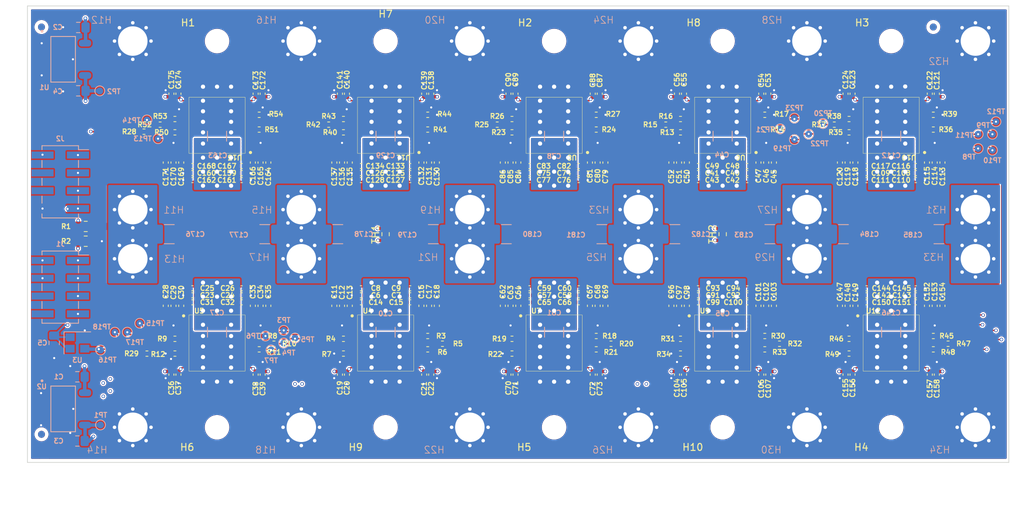
<source format=kicad_pcb>
(kicad_pcb (version 20240108) (generator "pcbnew") (generator_version "8.0")
  (layers (0 "F.Cu" signal) (1 "In1.Cu" signal) (2 "In2.Cu" signal) (3 "In3.Cu" signal) (4 "In4.Cu" signal) (31 "B.Cu" signal) (34 "B.Paste" user) (35 "F.Paste" user) (36 "B.SilkS" user "B.Silkscreen") (37 "F.SilkS" user "F.Silkscreen") (38 "B.Mask" user) (39 "F.Mask" user) (44 "Edge.Cuts" user))
  (net 0 "")
  (net 1 "+5V_STDBY")
  (net 2 "GND")
  (net 3 "+0.8V")
  (net 4 "+1.2V")
  (net 5 "VPWR_ASIC")
  (net 6 "/VSP")
  (net 7 "/VSN")
  (net 8 "/CTN1_RTN")
  (net 9 "/CTN1")
  (net 10 "/CTN2")
  (net 11 "/CTN2_RTN")
  (net 12 "/RSTIn")
  (net 13 "/CLKI")
  (net 14 "/CI")
  (net 15 "/RO")
  (net 16 "/SDA")
  (net 17 "/SCL")
  (net 20 "/ASICs/ASICs_BM1370_1/BM1370-1/VDD1_0")
  (net 21 "/ASICs/ASICs_BM1370_1/BM1370-1/VDD2_0")
  (net 22 "/ASICs/ASICs_BM1370_1/BM1370-1/VDD3_0")
  (net 23 "/ASICs/ASICs_BM1370_1/BM1370-1/VDD3_1")
  (net 24 "/ASICs/ASICs_BM1370_1/BM1370-1/VDD2_1")
  (net 25 "/ASICs/ASICs_BM1370_1/BM1370-1/VDD1_1")
  (net 26 "/ASICs/ASICs_BM1370_1/BM1370-0/VDD1_0")
  (net 27 "/ASICs/ASICs_BM1370_1/BM1370-0/VDD2_0")
  (net 28 "/ASICs/ASICs_BM1370_1/BM1370-0/VDD3_0")
  (net 29 "/ASICs/ASICs_BM1370_1/BM1370-0/VDD3_1")
  (net 30 "/ASICs/ASICs_BM1370_1/BM1370-0/VDD2_1")
  (net 31 "/ASICs/ASICs_BM1370_1/BM1370-0/VDD1_1")
  (net 32 "/ASICs/ASICs_BM1370_2/BM1370-1/VDD1_0")
  (net 33 "/ASICs/ASICs_BM1370_2/BM1370-1/VDD2_0")
  (net 34 "/ASICs/ASICs_BM1370_2/BM1370-1/VDD3_0")
  (net 35 "/ASICs/ASICs_BM1370_2/BM1370-1/VDD3_1")
  (net 36 "/ASICs/ASICs_BM1370_2/BM1370-1/VDD2_1")
  (net 37 "/ASICs/ASICs_BM1370_2/BM1370-1/VDD1_1")
  (net 38 "/ASICs/ASICs_BM1370_1/BM1370-2/VDD1_0")
  (net 39 "/ASICs/ASICs_BM1370_1/BM1370-2/VDD2_0")
  (net 40 "/ASICs/ASICs_BM1370_1/BM1370-2/VDD3_0")
  (net 41 "/ASICs/ASICs_BM1370_1/BM1370-2/VDD3_1")
  (net 42 "/ASICs/ASICs_BM1370_1/BM1370-2/VDD2_1")
  (net 43 "/ASICs/ASICs_BM1370_1/BM1370-2/VDD1_1")
  (net 44 "/ASICs/ASICs_BM1370_2/BM1370-2/VDD1_0")
  (net 45 "/ASICs/ASICs_BM1370_2/BM1370-2/VDD2_0")
  (net 46 "/ASICs/ASICs_BM1370_2/BM1370-2/VDD3_0")
  (net 47 "/ASICs/ASICs_BM1370_2/BM1370-2/VDD3_1")
  (net 48 "/ASICs/ASICs_BM1370_2/BM1370-2/VDD2_1")
  (net 49 "/ASICs/ASICs_BM1370_2/BM1370-2/VDD1_1")
  (net 50 "/ASICs/ASICs_BM1370_1/BM1370-3/VDD1_0")
  (net 51 "/ASICs/ASICs_BM1370_1/BM1370-3/VDD2_0")
  (net 52 "/ASICs/ASICs_BM1370_1/BM1370-3/VDD3_0")
  (net 53 "/ASICs/ASICs_BM1370_1/BM1370-3/VDD3_1")
  (net 54 "/ASICs/ASICs_BM1370_1/BM1370-3/VDD2_1")
  (net 55 "/ASICs/ASICs_BM1370_1/BM1370-3/VDD1_1")
  (net 56 "/ASICs/ASICs_BM1370_2/BM1370-0/VDD1_0")
  (net 57 "/ASICs/ASICs_BM1370_2/BM1370-0/VDD2_0")
  (net 58 "/ASICs/ASICs_BM1370_2/BM1370-0/VDD3_0")
  (net 59 "/ASICs/ASICs_BM1370_2/BM1370-0/VDD3_1")
  (net 60 "/ASICs/ASICs_BM1370_2/BM1370-0/VDD2_1")
  (net 61 "/ASICs/ASICs_BM1370_2/BM1370-0/VDD1_1")
  (net 62 "/ASICs/ASICs_BM1370_2/BM1370-3/VDD1_0")
  (net 63 "/ASICs/ASICs_BM1370_2/BM1370-3/VDD2_0")
  (net 64 "/ASICs/ASICs_BM1370_2/BM1370-3/VDD3_0")
  (net 65 "/ASICs/ASICs_BM1370_2/BM1370-3/VDD3_1")
  (net 66 "/ASICs/ASICs_BM1370_2/BM1370-3/VDD2_1")
  (net 67 "/ASICs/ASICs_BM1370_2/BM1370-3/VDD1_1")
  (net 68 "/ASICs/ASICs_BM1370_1/BM1370-4/VDD1_0")
  (net 69 "/ASICs/ASICs_BM1370_1/BM1370-4/VDD2_0")
  (net 70 "/ASICs/ASICs_BM1370_1/BM1370-4/VDD3_0")
  (net 71 "/ASICs/ASICs_BM1370_1/BM1370-4/VDD3_1")
  (net 72 "/ASICs/ASICs_BM1370_1/BM1370-4/VDD2_1")
  (net 73 "/ASICs/ASICs_BM1370_1/BM1370-4/VDD1_1")
  (net 74 "/ASICs/ASICs_BM1370_2/BM1370-4/VDD1_0")
  (net 75 "/ASICs/ASICs_BM1370_2/BM1370-4/VDD2_0")
  (net 76 "/ASICs/ASICs_BM1370_2/BM1370-4/VDD3_0")
  (net 77 "/ASICs/ASICs_BM1370_2/BM1370-4/VDD3_1")
  (net 78 "/ASICs/ASICs_BM1370_2/BM1370-4/VDD2_1")
  (net 79 "/ASICs/ASICs_BM1370_2/BM1370-4/VDD1_1")
  (net 80 "/ASICs/ASICs_BM1370_1/CO2")
  (net 81 "Net-(U4-CO)")
  (net 82 "Net-(U4-RO)")
  (net 83 "/ASICs/ASICs_BM1370_1/RI1")
  (net 84 "/ASICs/ASICs_BM1370_1/CLKO2")
  (net 85 "Net-(U4-CLKO)")
  (net 86 "/ASICs/ASICs_BM1370_1/BO2")
  (net 87 "Net-(U4-BO)")
  (net 88 "Net-(U4-LITE_PAD)")
  (net 89 "Net-(U5-CO)")
  (net 90 "/ASICs/ASICs_BM1370_1/CO1")
  (net 91 "Net-(U5-RO)")
  (net 92 "Net-(U5-CLKO)")
  (net 93 "/ASICs/ASICs_BM1370_1/CLKO1")
  (net 94 "Net-(U5-BO)")
  (net 95 "/ASICs/ASICs_BM1370_1/BO1")
  (net 96 "Net-(U5-LITE_PAD)")
  (net 97 "/ASICs/ASICs_BM1370_2/CO2")
  (net 98 "Net-(U6-CO)")
  (net 99 "/ASICs/ASICs_BM1370_2/RI1")
  (net 100 "Net-(U6-RO)")
  (net 101 "Net-(U6-CLKO)")
  (net 102 "/ASICs/ASICs_BM1370_2/CLKO2")
  (net 103 "Net-(U6-BO)")
  (net 104 "/ASICs/ASICs_BM1370_2/BO2")
  (net 105 "Net-(U6-LITE_PAD)")
  (net 106 "/ASICs/ASICs_BM1370_1/CO3")
  (net 107 "Net-(U7-CO)")
  (net 108 "Net-(U7-RO)")
  (net 109 "/ASICs/ASICs_BM1370_1/RI02")
  (net 110 "Net-(U7-CLKO)")
  (net 111 "/ASICs/ASICs_BM1370_1/CLKO3")
  (net 112 "Net-(U7-BO)")
  (net 113 "/ASICs/ASICs_BM1370_1/BO3")
  (net 114 "Net-(U7-LITE_PAD)")
  (net 115 "/ASICs/ASICs_BM1370_2/CO3")
  (net 116 "Net-(U8-CO)")
  (net 117 "Net-(U8-RO)")
  (net 118 "/ASICs/ASICs_BM1370_2/RI02")
  (net 119 "Net-(U8-CLKO)")
  (net 120 "/ASICs/ASICs_BM1370_2/CLKO3")
  (net 121 "Net-(U8-BO)")
  (net 122 "/ASICs/ASICs_BM1370_2/BO3")
  (net 123 "Net-(U8-LITE_PAD)")
  (net 124 "/ASICs/ASICs_BM1370_2/BM1370-4/RI")
  (net 125 "/ASICs/ASICs_BM1370_1/BM1370-0/BI")
  (net 126 "/ASICs/ASICs_BM1370_1/CO4")
  (net 127 "Net-(U9-CO)")
  (net 128 "/ASICs/ASICs_BM1370_1/RI3")
  (net 129 "Net-(U9-RO)")
  (net 130 "/ASICs/ASICs_BM1370_1/CLKO4")
  (net 131 "Net-(U9-CLKO)")
  (net 132 "Net-(U9-BO)")
  (net 133 "/ASICs/ASICs_BM1370_1/BO4")
  (net 134 "Net-(U9-LITE_PAD)")
  (net 135 "/ASICs/ASICs_BM1370_2/CO1")
  (net 136 "Net-(U10-CO)")
  (net 137 "/ASICs/ASICs_BM1370_1/BM1370-4/RI")
  (net 138 "Net-(U10-RO)")
  (net 139 "Net-(U10-CLKO)")
  (net 140 "/ASICs/ASICs_BM1370_2/CLKO1")
  (net 141 "Net-(U10-BO)")
  (net 142 "/ASICs/ASICs_BM1370_2/BO1")
  (net 143 "Net-(U10-LITE_PAD)")
  (net 144 "Net-(U11-CO)")
  (net 145 "/ASICs/ASICs_BM1370_2/CO4")
  (net 146 "/ASICs/ASICs_BM1370_2/RI3")
  (net 147 "Net-(U11-RO)")
  (net 148 "Net-(U11-CLKO)")
  (net 149 "/ASICs/ASICs_BM1370_2/CLKO4")
  (net 150 "Net-(U11-BO)")
  (net 151 "/ASICs/ASICs_BM1370_2/BO4")
  (net 152 "Net-(U11-LITE_PAD)")
  (net 153 "/ASICs/ASICs_BM1370_1/BM1370-4/CO")
  (net 154 "Net-(U12-CO)")
  (net 155 "/ASICs/ASICs_BM1370_1/RI4")
  (net 156 "Net-(U12-RO)")
  (net 157 "/ASICs/ASICs_BM1370_1/BM1370-4/CLKO")
  (net 158 "Net-(U12-CLKO)")
  (net 159 "Net-(U12-BO)")
  (net 160 "/ASICs/ASICs_BM1370_1/BM1370-4/BO")
  (net 161 "Net-(U12-LITE_PAD)")
  (net 162 "/ASICs/ASICs_BM1370_2/BM1370-4/CO")
  (net 163 "Net-(U13-CO)")
  (net 164 "/ASICs/ASICs_BM1370_2/RI4")
  (net 165 "Net-(U13-RO)")
  (net 166 "Net-(U13-CLKO)")
  (net 167 "/ASICs/ASICs_BM1370_2/BM1370-4/CLKO")
  (net 168 "Net-(U13-BO)")
  (net 169 "/ASICs/ASICs_BM1370_2/BM1370-4/BO")
  (net 170 "Net-(U13-LITE_PAD)")
  (net 171 "/ASICs/ASICs_BM1370_1/RSTO1")
  (net 172 "/ASICs/ASICs_BM1370_1/BM1370-4/RSTO_n")
  (net 173 "/ASICs/ASICs_BM1370_2/BM1370-4/RSTO_n")
  (net 174 "/ASICs/ASICs_BM1370_2/RSTO1")
  (net 176 "/ASICs/ASICs_BM1370_1/BM1370-1/TEMP_P")
  (net 178 "/ASICs/ASICs_BM1370_1/BM1370-1/TEMP_N")
  (net 180 "/ASICs/ASICs_BM1370_1/RSTO2")
  (net 181 "/ASICs/ASICs_BM1370_1/BM1370-0/TEMP_P")
  (net 184 "/ASICs/ASICs_BM1370_1/BM1370-0/TEMP_N")
  (net 188 "/ASICs/ASICs_BM1370_2/BM1370-1/TEMP_P")
  (net 190 "/ASICs/ASICs_BM1370_2/BM1370-1/TEMP_N")
  (net 191 "/ASICs/ASICs_BM1370_2/RSTO2")
  (net 194 "/ASICs/ASICs_BM1370_1/BM1370-2/TEMP_N")
  (net 195 "/ASICs/ASICs_BM1370_1/RSTO3")
  (net 196 "/ASICs/ASICs_BM1370_1/BM1370-2/TEMP_P")
  (net 199 "/ASICs/ASICs_BM1370_2/BM1370-2/TEMP_P")
  (net 200 "/ASICs/ASICs_BM1370_2/BM1370-2/TEMP_N")
  (net 203 "/ASICs/ASICs_BM1370_2/RSTO3")
  (net 205 "/ASICs/ASICs_BM1370_1/BM1370-3/TEMP_N")
  (net 206 "/ASICs/ASICs_BM1370_1/BM1370-3/TEMP_P")
  (net 209 "/ASICs/ASICs_BM1370_1/RSTO4")
  (net 210 "/ASICs/ASICs_BM1370_2/BM1370-0/TEMP_P")
  (net 213 "/ASICs/ASICs_BM1370_2/BM1370-0/TEMP_N")
  (net 215 "/ASICs/ASICs_BM1370_2/BM1370-3/TEMP_N")
  (net 216 "/ASICs/ASICs_BM1370_2/RSTO4")
  (net 220 "/ASICs/ASICs_BM1370_2/BM1370-3/TEMP_P")
  (net 221 "/ASICs/ASICs_BM1370_1/BM1370-4/TEMP_N")
  (net 225 "/ASICs/ASICs_BM1370_1/BM1370-4/TEMP_P")
  (net 226 "/ASICs/ASICs_BM1370_2/BM1370-4/TEMP_N")
  (net 230 "/ASICs/ASICs_BM1370_2/BM1370-4/TEMP_P")
  (footprint "Capacitor_SMD:C_0402_1005Metric" (layer "F.Cu") (at 194.5 107.5 -90)
    (property "Reference" "C158")
    (property "Value" "1uF")
  )
  (footprint "MountingHole:MountingHole_3.2mm_M3_ISO7380" (layer "F.Cu") (at 92 115)
    (property "Reference" "H6")
    (property "Value" "MountingHole")
  )
  (footprint "Capacitor_SMD:C_0402_1005Metric" (layer "F.Cu") (at 158.9 97.7 -90)
    (property "Reference" "C98")
    (property "Value" "1uF")
  )
  (footprint "Resistor_SMD:R_0402_1005Metric" (layer "F.Cu") (at 82.018 104.506)
    (property "Reference" "R29")
    (property "Value" "10K")
  )
  (footprint "Capacitor_SMD:C_0402_1005Metric" (layer "F.Cu") (at 184.5 96.2 180)
    (property "Reference" "C142")
    (property "Value" "100nF")
  )
  (footprint "Resistor_SMD:R_0402_1005Metric" (layer "F.Cu") (at 194 102)
    (property "Reference" "R45")
    (property "Value" "33")
  )
  (footprint "Capacitor_SMD:C_0402_1005Metric" (layer "F.Cu") (at 157.500001 67.5 90)
    (property "Reference" "C56")
    (property "Value" "1uF")
  )
  (footprint "Capacitor_SMD:C_0402_1005Metric" (layer "F.Cu") (at 184.5 78.8 180)
    (property "Reference" "C109")
    (property "Value" "100nF")
  )
  (footprint "Capacitor_SMD:C_0402_1005Metric" (layer "F.Cu") (at 147.3 97.7 90)
    (property "Reference" "C69")
    (property "Value" "1uF")
  )
  (footprint "Capacitor_SMD:C_0402_1005Metric" (layer "F.Cu") (at 122.5 107.5 -90)
    (property "Reference" "C22")
    (property "Value" "1uF")
  )
  (footprint "Resistor_SMD:R_0402_1005Metric" (layer "F.Cu") (at 110 72.999999 180)
    (property "Reference" "R40")
    (property "Value" "33")
  )
  (footprint "Capacitor_SMD:C_0402_1005Metric" (layer "F.Cu") (at 119.499999 78.8)
    (property "Reference" "C125")
    (property "Value" "100nF")
  )
  (footprint "Capacitor_SMD:C_0402_1005Metric" (layer "F.Cu") (at 109.500001 67.5 90)
    (property "Reference" "C141")
    (property "Value" "1uF")
  )
  (footprint "Capacitor_SMD:C_0402_1005Metric" (layer "F.Cu") (at 121.5 67.500001 90)
    (property "Reference" "C139")
    (property "Value" "1uF")
  )
  (footprint "Capacitor_SMD:C_0402_1005Metric" (layer "F.Cu") (at 134.9 97.7 -90)
    (property "Reference" "C64")
    (property "Value" "1uF")
  )
  (footprint "Capacitor_SMD:C_0402_1005Metric" (layer "F.Cu") (at 182.9 77.299999 -90)
    (property "Reference" "C118")
    (property "Value" "1uF")
  )
  (footprint "Capacitor_SMD:C_0402_1005Metric" (layer "F.Cu") (at 160.5 95.2 180)
    (property "Reference" "C93")
    (property "Value" "1uF")
  )
  (footprint "EKO_Miner_ASIClib:BM1370" (layer "F.Cu") (at 188 72 180)
    (property "Reference" "U10")
    (property "Value" "BM1370_mode1")
  )
  (footprint "Capacitor_SMD:C_0402_1005Metric" (layer "F.Cu") (at 193.1 97.7 90)
    (property "Reference" "C152")
    (property "Value" "1uF")
  )
  (footprint "Capacitor_SMD:C_0402_1005Metric" (layer "F.Cu") (at 143.5 96.2)
    (property "Reference" "C58")
    (property "Value" "100nF")
  )
  (footprint "Capacitor_SMD:C_0402_1005Metric" (layer "F.Cu") (at 110.5 107.5 -90)
    (property "Reference" "C20")
    (property "Value" "1uF")
  )
  (footprint "Capacitor_SMD:C_0402_1005Metric" (layer "F.Cu") (at 145.5 67.500001 90)
    (property "Reference" "C88")
    (property "Value" "1uF")
  )
  (footprint "Capacitor_SMD:C_0402_1005Metric" (layer "F.Cu") (at 181.500001 67.5 90)
    (property "Reference" "C124")
    (property "Value" "1uF")
  )
  (footprint "Capacitor_SMD:C_0402_1005Metric" (layer "F.Cu") (at 95.499999 78.8)
    (property "Reference" "C159")
    (property "Value" "100nF")
  )
  (footprint "Resistor_SMD:R_0402_1005Metric" (layer "F.Cu") (at 122 70.500001)
    (property "Reference" "R44")
    (property "Value" "1K")
  )
  (footprint "Capacitor_SMD:C_0402_1005Metric" (layer "F.Cu") (at 122.5 67.500001 90)
    (property "Reference" "C138")
    (property "Value" "1uF")
  )
  (footprint "Capacitor_SMD:C_0402_1005Metric" (layer "F.Cu") (at 181.8 97.7 -90)
    (property "Reference" "C148")
    (property "Value" "1uF")
  )
  (footprint "Capacitor_SMD:C_0402_1005Metric" (layer "F.Cu") (at 97.099999 77.3 90)
    (property "Reference" "C166")
    (property "Value" "1uF")
  )
  (footprint "Capacitor_SMD:C_0402_1005Metric" (layer "F.Cu") (at 112.5 95.2 180)
    (property "Reference" "C8")
    (property "Value" "1uF")
  )
  (footprint "Capacitor_SMD:C_0402_1005Metric" (layer "F.Cu") (at 109.5 107.5 -90)
    (property "Reference" "C19")
    (property "Value" "1uF")
  )
  (footprint "Capacitor_SMD:C_0402_1005Metric" (layer "F.Cu") (at 143.5 97.2)
    (property "Reference" "C66")
    (property "Value" "1uF")
  )
  (footprint "Capacitor_SMD:C_0402_1005Metric" (layer "F.Cu") (at 95.499999 77.8 180)
    (property "Reference" "C167")
    (property "Value" "1uF")
  )
  (footprint "Capacitor_SMD:C_0402_1005Metric" (layer "F.Cu") (at 112.5 96.2 180)
    (property "Reference" "C6")
    (property "Value" "100nF")
  )
  (footprint "Resistor_SMD:R_0402_1005Metric" (layer "F.Cu") (at 182 104.5 180)
    (property "Reference" "R49")
    (property "Value" "1K")
  )
  (footprint "Capacitor_SMD:C_0402_1005Metric" (layer "F.Cu") (at 108.7 97.7 -90)
    (property "Reference" "C11")
    (property "Value" "1uF")
  )
  (footprint "Capacitor_SMD:C_0402_1005Metric" (layer "F.Cu") (at 110.500001 67.5 90)
    (property "Reference" "C140")
    (property "Value" "1uF")
  )
  (footprint "EKO_Miner_ASIClib:BM1370" (layer "F.Cu") (at 188 103)
    (property "Reference" "U12")
    (property "Value" "BM1370_mode1")
  )
  (footprint "Capacitor_SMD:C_0402_1005Metric" (layer "F.Cu") (at 136.5 78.8 180)
    (property "Reference" "C75")
    (property "Value" "100nF")
  )
  (footprint "Capacitor_SMD:C_0402_1005Metric" (layer "F.Cu") (at 85.5 107.5 -90)
    (property "Reference" "C36")
    (property "Value" "1uF")
  )
  (footprint "Capacitor_SMD:C_0402_1005Metric" (layer "F.Cu") (at 146.5 107.5 -90)
    (property "Reference" "C73")
    (property "Value" "1uF")
  )
  (footprint "Capacitor_SMD:C_0402_1005Metric" (layer "F.Cu") (at 109.8 97.7 -90)
    (property "Reference" "C12")
    (property "Value" "1uF")
  )
  (footprint "Capacitor_SMD:C_0402_1005Metric" (layer "F.Cu") (at 84.7 97.7 -90)
    (property "Reference" "C28")
    (property "Value" "1uF")
  )
  (footprint "EKO_Miner_ASIClib:BM1370" (layer "F.Cu") (at 116 103)
    (property "Reference" "U4")
    (property "Value" "BM1370_mode1")
  )
  (footprint "Resistor_SMD:R_0805_2012Metric_Pad1.20x1.40mm_HandSolder" (layer "F.Cu") (at 73.3 86.4 180)
    (property "Reference" "R1")
    (property "Value" "51R 0.5%")
  )
  (footprint "Capacitor_SMD:C_0402_1005Metric" (layer "F.Cu") (at 182.5 107.5 -90)
    (property "Reference" "C156")
    (property "Value" "1uF")
  )
  (footprint "MountingHole:MountingHole_3.2mm_M3_ISO7380" (layer "F.Cu") (at 188 60)
    (property "Reference" "H3")
    (property "Value" "MountingHole")
  )
  (footprint "Capacitor_SMD:C_0402_1005Metric" (layer "F.Cu") (at 160.5 97.2)
    (property "Reference" "C99")
    (property "Value" "1uF")
  )
  (footprint "Capacitor_SMD:C_0402_1005Metric" (layer "F.Cu") (at 86.9 77.299999 -90)
    (property "Reference" "C169")
    (property "Value" "1uF")
  )
  (footprint "Capacitor_SMD:C_0402_1005Metric" (layer "F.Cu") (at 191.499999 78.8)
    (property "Reference" "C108")
    (property "Value" "100nF")
  )
  (footprint "Capacitor_SMD:C_0402_1005Metric" (layer "F.Cu") (at 119.499999 77.8 180)
    (property "Reference" "C133")
    (property "Value" "1uF")
  )
  (footprint "Resistor_SMD:R_0402_1005Metric" (layer "F.Cu") (at 146 103.9)
    (property "Reference" "R21")
    (property "Value" "33")
  )
  (footprint "Capacitor_SMD:C_0402_1005Metric" (layer "F.Cu") (at 136.5 96.2 180)
    (property "Reference" "C57")
    (property "Value" "100nF")
  )
  (footprint "Capacitor_SMD:C_0402_1005Metric" (layer "F.Cu") (at 182.500001 67.5 90)
    (property "Reference" "C123")
    (property "Value" "1uF")
  )
  (footprint "Capacitor_SMD:C_0402_1005Metric" (layer "F.Cu") (at 119.5 95.2)
    (property "Reference" "C9")
    (property "Value" "1uF")
  )
  (footprint "Resistor_SMD:R_0402_1005Metric" (layer "F.Cu") (at 134 102.4 180)
    (property "Reference" "R19")
    (property "Value" "33")
  )
  (footprint "Resistor_SMD:R_0402_1005Metric" (layer "F.Cu") (at 148.1 103.1)
    (property "Reference" "R20")
    (property "Value" "33")
  )
  (footprint "Capacitor_SMD:C_0402_1005Metric" (layer "F.Cu") (at 132.7 97.7 -90)
    (property "Reference" "C62")
    (property "Value" "1uF")
  )
  (footprint "Capacitor_SMD:C_0402_1005Metric" (layer "F.Cu") (at 169.1 97.7 90)
    (property "Reference" "C101")
    (property "Value" "1uF")
  )
  (footprint "Capacitor_SMD:C_0402_1005Metric" (layer "F.Cu") (at 98.5 67.500001 90)
    (property "Reference" "C172")
    (property "Value" "1uF")
  )
  (footprint "Capacitor_SMD:C_0402_1005Metric" (layer "F.Cu") (at 184.5 79.8 180)
    (property "Reference" "C111")
    (property "Value" "1uF")
  )
  (footprint "Resistor_SMD:R_0402_1005Metric" (layer "F.Cu") (at 182 71.1 180)
    (property "Reference" "R38")
    (property "Value" "33")
  )
  (footprint "Capacitor_SMD:C_0402_1005Metric" (layer "F.Cu") (at 193.5 107.5 -90)
    (property "Reference" "C157")
    (property "Value" "1uF")
  )
  (footprint "Resistor_SMD:R_0402_1005Metric" (layer "F.Cu") (at 194 72.6)
    (property "Reference" "R36")
    (property "Value" "33")
  )
  (footprint "Capacitor_SMD:C_0402_1005Metric" (layer "F.Cu") (at 170.199999 77.3 90)
    (property "Reference" "C46")
    (property "Value" "1uF")
  )
  (footprint "MountingHole:MountingHole_3.2mm_M3_ISO7380" (layer "F.Cu") (at 116 60)
    (property "Reference" "H7")
    (property "Value" "MountingHole")
  )
  (footprint "Resistor_SMD:R_0402_1005Metric" (layer "F.Cu") (at 98 102)
    (property "Reference" "R8")
    (property "Value" "33")
  )
  (footprint "Capacitor_SMD:C_0402_1005Metric" (layer "F.Cu") (at 99.3 97.7 90)
    (property "Reference" "C35")
    (property "Value" "1uF")
  )
  (footprint "Capacitor_SMD:C_0402_1005Metric" (layer "F.Cu") (at 146.2 97.7 90)
    (property "Reference" "C68")
    (property "Value" "1uF")
  )
  (footprint "Capacitor_SMD:C_0402_1005Metric" (layer "F.Cu") (at 112.5 97.2)
    (property "Reference" "C14")
    (property "Value" "1uF")
  )
  (footprint "Capacitor_SMD:C_0402_1005Metric" (layer "F.Cu") (at 167.5 96.2)
    (property "Reference" "C92")
    (property "Value" "100nF")
  )
  (footprint "Resistor_SMD:R_0402_1005Metric" (layer "F.Cu") (at 98 70.500001)
    (property "Reference" "R54")
    (property "Value" "1K")
  )
  (footprint "Capacitor_SMD:C_0402_1005Metric" (layer "F.Cu") (at 86.5 107.5 -90)
    (property "Reference" "C37")
    (property "Value" "1uF")
  )
  (footprint "Fiducial:Fiducial_1mm_Mask2mm" (layer "F.Cu") (at 194 58)
    (property "Reference" "FID3" (hide yes))
    (property "Value" "Fiducial")
  )
  (footprint "EKO_Miner_ASIClib:BM1370" (layer "F.Cu") (at 140 72 180)
    (property "Reference" "U8")
    (property "Value" "BM1370_mode1")
  )
  (footprint "Resistor_SMD:R_0402_1005Metric" (layer "F.Cu") (at 158 71.1 180)
    (property "Reference" "R16")
    (property "Value" "33")
  )
  (footprint "Capacitor_SMD:C_0402_1005Metric" (layer "F.Cu") (at 121.099999 77.3 90)
    (property "Reference" "C132")
    (property "Value" "1uF")
  )
  (footprint "Capacitor_SMD:C_0402_1005Metric" (layer "F.Cu") (at 180.7 97.7 -90)
    (property "Reference" "C147")
    (property "Value" "1uF")
  )
  (footprint "Capacitor_SMD:C_0402_1005Metric" (layer "F.Cu") (at 146.199999 77.3 90)
    (property "Reference" "C80")
    (property "Value" "1uF")
  )
  (footprint "Resistor_SMD:R_0402_1005Metric" (layer "F.Cu") (at 98 103.9)
    (property "Reference" "R11")
    (property "Value" "33")
  )
  (footprint "MountingHole:MountingHole_3.2mm_M3_ISO7380" (layer "F.Cu") (at 116 115)
    (property "Reference" "H9")
    (property "Value" "MountingHole")
  )
  (footprint "Capacitor_SMD:C_0402_1005Metric" (layer "F.Cu") (at 167.499999 78.8)
    (property "Reference" "C40")
    (property "Value" "100nF")
  )
  (footprint "Capacitor_SMD:C_0402_1005Metric" (layer "F.Cu") (at 133.5 107.5 -90)
    (property "Reference" "C70")
    (property "Value" "1uF")
  )
  (footprint "Resistor_SMD:R_0603_1608Metric" (layer "F.Cu") (at 164 87.5 90)
    (property "Reference" "TH2")
    (property "Value" "RB103J0J")
  )
  (footprint "EKO_Miner_ASIClib:BM1370" (layer "F.Cu") (at 92 72 180)
    (property "Reference" "U13")
    (property "Value" "BM1370_mode1")
  )
  (footprint "Resistor_SMD:R_0402_1005Metric" (layer "F.Cu") (at 196.1 103.1)
    (property "Reference" "R47")
    (property "Value" "33")
  )
  (footprint "MountingHole:MountingHole_3.2mm_M3_ISO7380" (layer "F.Cu") (at 140 115 90)
    (property "Reference" "H5")
    (property "Value" "MountingHole")
  )
  (footprint "Capacitor_SMD:C_0402_1005Metric" (layer "F.Cu") (at 88.5 96.2 180)
    (property "Reference" "C23")
    (property "Value" "100nF")
  )
  (footprint "Resistor_SMD:R_0402_1005Metric" (layer "F.Cu") (at 146 102)
    (property "Reference" "R18")
    (property "Value" "33")
  )
  (footprint "MountingHole:MountingHole_3.2mm_M3_ISO7380" (layer "F.Cu") (at 164 115)
    (property "Reference" "H10")
    (property "Value" "MountingHole")
  )
  (footprint "Resistor_SMD:R_0805_2012Metric_Pad1.20x1.40mm_HandSolder" (layer "F.Cu") (at 73.3 88.5 180)
    (property "Reference" "R2")
    (property "Value" "51R 0.5%")
  )
  (footprint "Resistor_SMD:R_0402_1005Metric" (layer "F.Cu") (at 146 70.500001)
    (property "Reference" "R27")
    (property "Value" "1K")
  )
  (footprint "Resistor_SMD:R_0402_1005Metric" (layer "F.Cu") (at 170 103.9)
    (property "Reference" "R33")
    (property "Value" "33")
  )
  (footprint "Capacitor_SMD:C_0402_1005Metric" (layer "F.Cu") (at 119.5 96.2)
    (property "Reference" "C7")
    (property "Value" "100nF")
  )
  (footprint "Fiducial:Fiducial_1mm_Mask2mm" (layer "F.Cu") (at 67 116)
    (property "Reference" "FID2" (hide yes))
    (property "Value" "Fiducial")
  )
  (footprint "Capacitor_SMD:C_0402_1005Metric" (layer "F.Cu") (at 182.9 97.7 -90)
    (property "Reference" "C149")
    (property "Value" "1uF")
  )
  (footprint "Resistor_SMD:R_0402_1005Metric" (layer "F.Cu") (at 110 102.4 180)
    (property "Reference" "R4")
    (property "Value" "33")
  )
  (footprint "Capacitor_SMD:C_0402_1005Metric" (layer "F.Cu") (at 194.199999 77.3 90)
    (property "Reference" "C114")
    (property "Value" "1uF")
  )
  (footprint "Capacitor_SMD:C_0402_1005Metric" (layer "F.Cu") (at 133.500001 67.5 90)
    (property "Reference" "C90")
    (property "Value" "1uF")
  )
  (footprint "Resistor_SMD:R_0402_1005Metric" (layer "F.Cu") (at 122 72.6)
    (property "Reference" "R41")
    (property "Value" "33")
  )
  (footprint "Capacitor_SMD:C_0402_1005Metric" (layer "F.Cu") (at 86.500001 67.5 90)
    (property "Reference" "C174")
    (property "Value" "1uF")
  )
  (footprint "Resistor_SMD:R_0402_1005Metric" (layer "F.Cu") (at 98 72.6)
    (property "Reference" "R51")
    (property "Value" "33")
  )
  (footprint "Capacitor_SMD:C_0402_1005Metric" (layer "F.Cu") (at 88.5 78.8 180)
    (property "Reference" "C160")
    (property "Value" "100nF")
  )
  (footprint "Capacitor_SMD:C_0402_1005Metric" (layer "F.Cu") (at 170.5 67.500001 90)
    (property "Reference" "C53")
    (property "Value" "1uF")
  )
  (footprint "Capacitor_SMD:C_0402_1005Metric" (layer "F.Cu") (at 110.9 77.299999 -90)
    (property "Reference" "C135")
    (property "Value" "1uF")
  )
  (footprint "Capacitor_SMD:C_0402_1005Metric" (layer "F.Cu") (at 95.5 97.2)
    (property "Reference" "C32")
    (property "Value" "1uF")
  )
  (footprint "Capacitor_SMD:C_0402_1005Metric" (layer "F.Cu") (at 181.8 77.299999 -90)
    (property "Reference" "C119")
    (property "Value" "1uF")
  )
  (footprint "Capacitor_SMD:C_0402_1005Metric" (layer "F.Cu") (at 146.5 67.500001 90)
    (property "Reference" "C87")
    (property "Value" "1uF")
  )
  (footprint "Resistor_SMD:R_0402_1005Metric" (layer "F.Cu") (at 86 104.5 180)
    (property "Reference" "R12")
    (property "Value" "1K")
  )
  (footprint "Resistor_SMD:R_0402_1005Metric" (layer "F.Cu") (at 155.9 71.9 180)
    (property "Reference" "R15")
    (property "Value" "33")
  )
  (footprint "Capacitor_SMD:C_0402_1005Metric" (layer "F.Cu") (at 98.199999 77.3 90)
    (property "Reference" "C165")
    (property "Value" "1uF")
  )
  (footprint "EKO_Miner_ASIClib:BM1370" (layer "F.Cu") (at 164 103)
    (property "Reference" "U9")
    (property "Value" "BM1370_mode1")
  )
  (footprint "Capacitor_SMD:C_0402_1005Metric" (layer "F.Cu") (at 191.499999 77.8 180)
    (property "Reference" "C116")
    (property "Value" "1uF")
  )
  (footprint "Resistor_SMD:R_0402_1005Metric" (layer "F.Cu") (at 122 103.9)
    (property "Reference" "R6")
    (property "Value" "33")
  )
  (footprint "Capacitor_SMD:C_0402_1005Metric" (layer "F.Cu") (at 112.5 78.8 180)
    (property "Reference" "C126")
    (property "Value" "100nF")
  )
  (footprint "Capacitor_SMD:C_0402_1005Metric" (layer "F.Cu") (at 167.499999 79.8)
    (property "Reference" "C42")
    (property "Value" "1uF")
  )
  (footprint "EKO_Miner_ASIClib:BM1370" (layer "F.Cu") (at 92 103)
    (property "Reference" "U5")
    (property "Value" "BM1370_mode1")
  )
  (footprint "Capacitor_SMD:C_0402_1005Metric" (layer "F.Cu") (at 112.5 77.8 180)
    (property "Reference" "C134")
    (property "Value" "1uF")
  )
  (footprint "Capacitor_SMD:C_0402_1005Metric" (layer "F.Cu") (at 160.5 79.8 180)
    (property "Reference" "C43")
    (property "Value" "1uF")
  )
  (footprint "Resistor_SMD:R_0402_1005Metric" (layer "F.Cu") (at 110 104.5 180)
    (property "Reference" "R7")
    (property "Value" "1K")
  )
  (footprint "Resistor_SMD:R_0402_1005Metric" (layer "F.Cu") (at 194 103.9)
    (property "Reference" "R48")
    (property "Value" "33")
  )
  (footprint "Resistor_SMD:R_0402_1005Metric" (layer "F.Cu") (at 122 102)
    (property "Reference" "R3")
    (property "Value" "33")
  )
  (footprint "Capacitor_SMD:C_0402_1005Metric" (layer "F.Cu") (at 136.5 95.2 180)
    (property "Reference" "C59")
    (property "Value" "1uF")
  )
  (footprint "Capacitor_SMD:C_0402_1005Metric" (layer "F.Cu") (at 194.2 97.7 90)
    (property "Reference" "C153")
    (property "Value" "1uF")
  )
  (footprint "Capacitor_SMD:C_0402_1005Metric" (layer "F.Cu") (at 95.5 95.2)
    (property "Reference" "C26")
    (property "Value" "1uF")
  )
  (footprint "Capacitor_SMD:C_0402_1005Metric" (layer "F.Cu") (at 156.7 97.7 -90)
    (property "Reference" "C96")
    (property "Value" "1uF")
  )
  (footprint "Capacitor_SMD:C_0402_1005Metric" (layer "F.Cu") (at 157.8 77.299999 -90)
    (property "Reference" "C51")
    (property "Value" "1uF")
  )
  (footprint "Capacitor_SMD:C_0402_1005Metric" (layer "F.Cu") (at 195.299999 77.3 90)
    (property "Reference" "C113")
    (property "Value" "1uF")
  )
  (footprint "Resistor_SMD:R_0402_1005Metric" (layer "F.Cu") (at 172.1 103.1)
    (property "Reference" "R32")
    (property "Value" "33")
  )
  (footprint "Resistor_SMD:R_0402_1005Metric" (layer "F.Cu") (at 86 72.999999 180)
    (property "Reference" "R50")
    (property "Value" "33")
  )
  (footprint "Capacitor_SMD:C_0402_1005Metric" (layer "F.Cu") (at 145.1 97.7 90)
    (property "Reference" "C67")
    (property "Value" "1uF")
  )
  (footprint "Resistor_SMD:R_0402_1005Metric" (layer "F.Cu") (at 194 70.500001)
    (property "Reference" "R39")
    (property "Value" "1K")
  )
  (footprint "Capacitor_SMD:C_0402_1005Metric" (layer "F.Cu") (at 193.5 67.500001 90)
    (property "Reference" "C122")
    (property "Value" "1uF")
  )
  (footprint "MountingHole:MountingHole_3.2mm_M3_ISO7380" (layer "F.Cu") (at 188 115)
    (property "Reference" "H4")
    (property "Value" "MountingHole")
  )
  (footprint "Capacitor_SMD:C_0402_1005Metric" (layer "F.Cu") (at 167.5 97.2)
    (property "Reference" "C100")
    (property "Value" "1uF")
  )
  (footprint "Capacitor_SMD:C_0402_1005Metric" (layer "F.Cu") (at 171.3 97.7 90)
    (property "Reference" "C103")
    (property "Value" "1uF")
  )
  (footprint "Capacitor_SMD:C_0402_1005Metric" (layer "F.Cu") (at 184.5 97.2)
    (property "Reference" "C150")
    (property "Value" "1uF")
  )
  (footprint "Capacitor_SMD:C_0402_1005Metric" (layer "F.Cu") (at 95.499999 79.8)
    (property "Reference" "C161")
    (property "Value" "1uF")
  )
  (footprint "Capacitor_SMD:C_0402_1005Metric" (layer "F.Cu") (at 88.5 79.8 180)
    (property "Reference" "C162")
    (property "Value" "1uF")
  )
  (footprint "Resistor_SMD:R_0402_1005Metric" (layer "F.Cu") (at 179.9 71.9 180)
    (property "Reference" "R37")
    (property "Value" "33")
  )
  (footprint "Capacitor_SMD:C_0402_1005Metric" (layer "F.Cu") (at 95.5 96.2)
    (property "Reference" "C24")
    (property "Value" "100nF")
  )
  (footprint "Capacitor_SMD:C_0402_1005Metric" (layer "F.Cu") (at 180.7 77.299999 -90)
    (property "Reference" "C120")
    (property "Value" "1uF")
  )
  (footprint "Capacitor_SMD:C_0402_1005Metric" (layer "F.Cu") (at 184.5 77.8 180)
    (property "Reference" "C117")
    (property "Value" "1uF")
  )
  (footprint "Resistor_SMD:R_0402_1005Metric" (layer "F.Cu") (at 86 71.1 180)
    (property "Reference" "R53")
    (property "Value" "33")
  )
  (footprint "Capacitor_SMD:C_0402_1005Metric" (layer "F.Cu") (at 143.499999 79.8)
    (property "Reference" "C76")
    (property "Value" "1uF")
  )
  (footprint "EKO_Miner_ASIClib:BM1370" (layer "F.Cu") (at 116 72 180)
    (property "Reference" "U11")
    (property "Value" "BM1370_mode1")
  )
  (footprint "Capacitor_SMD:C_0402_1005Metric" (layer "F.Cu") (at 109.8 77.299999 -90)
    (property "Reference" "C136")
    (property "Value" "1uF")
  )
  (footprint "Capacitor_SMD:C_0402_1005Metric" (layer "F.Cu") (at 169.099999 77.3 90)
    (property "Reference" "C47")
    (property "Value" "1uF")
  )
  (footprint "Capacitor_SMD:C_0402_1005Metric" (layer "F.Cu") (at 143.499999 78.8)
    (property "Reference" "C74")
    (property "Value" "100nF")
  )
  (footprint "Capacitor_SMD:C_0402_1005Metric" (layer "F.Cu") (at 84.7 77.299999 -90)
    (property "Reference" "C171")
    (property "Value" "1uF")
  )
  (footprint "Capacitor_SMD:C_0402_1005Metric" (layer "F.Cu") (at 121.5 107.5 -90)
    (property "Reference" "C21")
    (property "Value" "1uF")
  )
  (footprint "Capacitor_SMD:C_0402_1005Metric" (layer "F.Cu") (at 145.099999 77.3 90)
    (property "Reference" "C81")
    (property "Value" "1uF")
  )
  (footprint "Capacitor_SMD:C_0402_1005Metric" (layer "F.Cu") (at 145.5 107.5 -90)
    (property "Reference" "C72")
    (property "Value" "1uF")
  )
  (footprint "Resistor_SMD:R_0402_1005Metric" (layer "F.Cu") (at 110 71.1 180)
    (property "Reference" "R43")
    (property "Value" "33")
  )
  (footprint "Capacitor_SMD:C_0402_1005Metric" (layer "F.Cu") (at 169.5 67.500001 90)
    (property "Reference" "C54")
    (property "Value" "1uF")
  )
  (footprint "Capacitor_SMD:C_0402_1005Metric" (layer "F.Cu") (at 170.5 107.5 -90)
    (property "Reference" "C107")
    (property "Value" "1uF")
  )
  (footprint "Capacitor_SMD:C_0402_1005Metric" (layer "F.Cu") (at 97.1 97.7 90)
    (property "Reference" "C33")
    (property "Value" "1uF")
  )
  (footprint "Resistor_SMD:R_0402_1005Metric" (layer "F.Cu") (at 100.1 103.1)
    (property "Reference" "R10")
    (property "Value" "33")
  )
  (footprint "Capacitor_SMD:C_0402_1005Metric" (layer "F.Cu") (at 88.5 97.2)
    (property "Reference" "C31")
    (property "Value" "1uF")
  )
  (footprint "Capacitor_SMD:C_0402_1005Metric" (layer "F.Cu") (at 123.3 97.7 90)
    (property "Reference" "C18")
    (property "Value" "1uF")
  )
  (footprint "Capacitor_SMD:C_0402_1005Metric" (layer "F.Cu") (at 184.5 95.2 180)
    (property "Reference" "C144")
    (property "Value" "1uF")
  )
  (footprint "Capacitor_SMD:C_0402_1005Metric" (layer "F.Cu") (at 193.099999 77.3 90)
    (property "Reference" "C115")
    (property "Value" "1uF")
  )
  (footprint "Capacitor_SMD:C_0402_1005Metric" (layer "F.Cu") (at 97.5 107.5 -90)
    (property "Reference" "C38")
    (property "Value" "1uF")
  )
  (footprint "EKO_Miner_ASIClib:BM1370" (layer "F.Cu") (at 164 72 180)
    (property "Reference" "U6")
    (property "Value" "BM1370_mode1")
  )
  (footprint "Capacitor_SMD:C_0402_1005Metric" (layer "F.Cu") (at 158.9 77.299999 -90)
    (property "Reference" "C50")
    (property "Value" "1uF")
  )
  (footprint "Resistor_SMD:R_0402_1005Metric" (layer "F.Cu") (at 131.9 71.9 180)
    (property "Reference" "R25")
    (property "Value" "33")
  )
  (footprint "Capacitor_SMD:C_0402_1005Metric" (layer "F.Cu") (at 136.5 79.8 180)
    (property "Reference" "C77")
    (property "Value" "1uF")
  )
  (footprint "Capacitor_SMD:C_0402_1005Metric" (layer "F.Cu") (at 160.5 77.8 180)
    (property "Reference" "C49")
    (property "Value" "1uF")
  )
  (footprint "Capacitor_SMD:C_0402_1005Metric" (layer "F.Cu") (at 121.1 97.7 90)
    (property "Reference" "C16")
    (property "Value" "1uF")
  )
  (footprint "Resistor_SMD:R_0603_1608Metric" (layer "F.Cu") (at 116 87.5 90)
    (property "Reference" "TH1")
    (property "Value" "RB103J0J")
  )
  (footprint "Capacitor_SMD:C_0402_1005Metric" (layer "F.Cu") (at 112.5 79.8 180)
    (property "Reference" "C128")
    (property "Value" "1uF")
  )
  (footprint "Resistor_SMD:R_0402_1005Metric" (layer "F.Cu") (at 158 104.5 180)
    (property "Reference" "R34")
    (property "Value" "1K")
  )
  (footprint "Resistor_SMD:R_0402_1005Metric" (layer "F.Cu") (at 107.9 71.9 180)
    (property "Reference" "R42")
    (property "Value" "33")
  )
  (footprint "Capacitor_SMD:C_0402_1005Metric" (layer "F.Cu") (at 134.9 77.299999 -90)
    (property "Reference" "C84")
    (property "Value" "1uF")
  )
  (footprint "Capacitor_SMD:C_0402_1005Metric" (layer "F.Cu") (at 133.8 97.7 -90)
    (property "Reference" "C63")
    (property "Value" "1uF")
  )
  (footprint "Capacitor_SMD:C_0402_1005Metric" (layer "F.Cu") (at 171.299999 77.3 90)
    (property "Reference" "C45")
    (property "Value" "1uF")
  )
  (footprint "Resistor_SMD:R_0402_1005Metric" (layer "F.Cu") (at 124.1 103.1)
    (property "Reference" "R5")
    (property "Value" "33")
  )
  (footprint "Capacitor_SMD:C_0402_1005Metric" (layer "F.Cu") (at 157.5 107.5 -90)
    (property "Reference" "C104")
    (property "Value" "1uF")
  )
  (footprint "Capacitor_SMD:C_0402_1005Metric" (layer "F.Cu") (at 85.8 77.299999 -90)
    (property "Reference" "C170")
    (property "Value" "1uF")
  )
  (footprint "Capacitor_SMD:C_0402_1005Metric" (layer "F.Cu") (at 98.2 97.7 90)
    (property "Reference" "C34")
    (property "Value" "1uF")
  )
  (footprint "Capacitor_SMD:C_0402_1005Metric" (layer "F.Cu") (at 122.2 97.7 90)
    (property "Reference" "C17")
    (property "Value" "1uF")
  )
  (footprint "Capacitor_SMD:C_0402_1005Metric" (layer "F.Cu") (at 191.5 96.2)
    (property "Reference" "C143")
    (property "Value" "100nF")
  )
  (footprint "Capacitor_SMD:C_0402_1005Metric" (layer "F.Cu") (at 191.499999 79.8)
    (property "Reference" "C110")
    (property "Value" "1uF")
  )
  (footprint "Capacitor_SMD:C_0402_1005Metric" (layer "F.Cu") (at 119.5 97.2)
    (property "Reference" "C15")
    (property "Value" "1uF")
  )
  (footprint "Capacitor_SMD:C_0402_1005Metric" (layer "F.Cu") (at 85.500001 67.5 90)
    (property "Reference" "C175")
    (property "Value" "1uF")
  )
  (footprint "Resistor_SMD:R_0402_1005Metric" (layer "F.Cu") (at 146 72.6)
    (property "Reference" "R24")
    (property "Value" "33")
  )
  (footprint "Capacitor_SMD:C_0402_1005Metric" (layer "F.Cu") (at 160.5 96.2 180)
    (property "Reference" "C91")
    (property "Value" "100nF")
  )
  (footprint "Resistor_SMD:R_0402_1005Metric" (layer "F.Cu") (at 83.9 71.9 180)
    (property "Reference" "R52")
    (property "Value" "33")
  )
  (footprint "Capacitor_SMD:C_0402_1005Metric" (layer "F.Cu") (at 98.5 107.5 -90)
    (property "Reference" "C39")
    (property "Value" "1uF")
  )
  (footprint "Capacitor_SMD:C_0402_1005Metric" (layer "F.Cu") (at 133.8 77.299999 -90)
    (property "Reference" "C85")
    (property "Value" "1uF")
  )
  (footprint "Capacitor_SMD:C_0402_1005Metric" (layer "F.Cu") (at 191.5 95.2)
    (property "Reference" "C145")
    (property "Value" "1uF")
  )
  (footprint "Capacitor_SMD:C_0402_1005Metric" (layer "F.Cu") (at 88.5 95.2 180)
    (property "Reference" "C25")
    (property "Value" "1uF")
  )
  (footprint "Capacitor_SMD:C_0402_1005Metric" (layer "F.Cu") (at 167.499999 77.8 180)
    (property "Reference" "C48")
    (property "Value" "1uF")
  )
  (footprint "Capacitor_SMD:C_0402_1005Metric" (layer "F.Cu") (at 136.5 77.8 180)
    (property "Reference" "C83")
    (property "Value" "1uF")
  )
  (footprint "Resistor_SMD:R_0402_1005Metric" (layer "F.Cu") (at 81.6 72.9)
    (property "Reference" "R28")
    (property "Value" "10K")
  )
  (footprint "Capacitor_SMD:C_0402_1005Metric" (layer "F.Cu") (at 99.299999 77.3 90)
    (property "Reference" "C164")
    (property "Value" "1uF")
  )
  (footprint "Capacitor_SMD:C_0402_1005Metric" (layer "F.Cu") (at 119.499999 79.8)
    (property "Reference" "C127")
    (property "Value" "1uF")
  )
  (footprint "Capacitor_SMD:C_0402_1005Metric" (layer "F.Cu") (at 156.7 77.299999 -90)
    (property "Reference" "C52")
    (property "Value" "1uF")
  )
  (footprint "Resistor_SMD:R_0402_1005Metric" (layer "F.Cu") (at 134 72.999999 180)
    (property "Reference" "R23")
    (property "Value" "33")
  )
  (footprint "Capacitor_SMD:C_0402_1005Metric" (layer "F.Cu") (at 122.199999 77.3 90)
    (property "Reference" "C131")
    (property "Value" "1uF")
  )
  (footprint "Capacitor_SMD:C_0402_1005Metric" (layer "F.Cu") (at 86.9 97.7 -90)
    (property "Reference" "C30")
    (property "Value" "1uF")
  )
  (footprint "Capacitor_SMD:C_0402_1005Metric" (layer "F.Cu") (at 97.5 67.500001 90)
    (property "Reference" "C173")
    (property "Value" "1uF")
  )
  (footprint "Capacitor_SMD:C_0402_1005Metric" (layer "F.Cu") (at 167.5 95.2)
    (property "Reference" "C94")
    (property "Value" "1uF")
  )
  (footprint "EKO_Miner_ASIClib:BM1370" (layer "F.Cu") (at 140 103)
    (property "Reference" "U7")
    (property "Value" "BM1370_mode1")
  )
  (footprint "Capacitor_SMD:C_0402_1005Metric" (layer "F.Cu") (at 194.5 67.500001 90)
    (property "Reference" "C121")
    (property "Value" "1uF")
  )
  (footprint "Capacitor_SMD:C_0402_1005Metric" (layer "F.Cu") (at 85.8 97.7 -90)
    (property "Reference" "C29")
    (property "Value" "1uF")
  )
  (footprint "Capacitor_SMD:C_0402_1005Metric" (layer "F.Cu") (at 132.7 77.299999 -90)
    (property "Reference" "C86")
    (property "Value" "1uF")
  )
  (footprint "MountingHole:MountingHole_3.2mm_M3_ISO7380" (layer "F.Cu") (at 92 60)
    (property "Reference" "H1")
    (property "Value" "MountingHole")
  )
  (footprint "Resistor_SMD:R_0402_1005Metric" (layer "F.Cu") (at 182 72.999999 180)
    (property "Reference" "R35")
    (property "Value" "33")
  )
  (footprint "Capacitor_SMD:C_0402_1005Metric" (layer "F.Cu") (at 158.5 107.5 -90)
    (property "Reference" "C105")
    (property "Value" "1uF")
  )
  (footprint "Fiducial:Fiducial_1mm_Mask2mm" (layer "F.Cu") (at 67 58)
    (property "Reference" "FID1" (hide yes))
    (property "Value" "Fiducial")
  )
  (footprint "Capacitor_SMD:C_0402_1005Metric" (layer "F.Cu") (at 157.8 97.7 -90)
    (property "Reference" "C97")
    (property "Value" "1uF")
  )
  (footprint "Resistor_SMD:R_0402_1005Metric" (layer "F.Cu") (at 134 104.5 180)
    (property "Reference" "R22")
    (property "Value" "1K")
  )
  (footprint "Resistor_SMD:R_0402_1005Metric" (layer "F.Cu") (at 170 72.6)
    (property "Reference" "R14")
    (property "Value" "33")
  )
  (footprint "Capacitor_SMD:C_0402_1005Metric" (layer "F.Cu") (at 110.9 97.7 -90)
    (property "Reference" "C13")
    (property "Value" "1uF")
  )
  (footprint "Resistor_SMD:R_0402_1005Metric" (layer "F.Cu") (at 158 72.999999 180)
    (property "Reference" "R13")
    (property "Value" "33")
  )
  (footprint "Resistor_SMD:R_0402_1005Metric" (layer "F.Cu") (at 158 102.4 180)
    (property "Reference" "R31")
    (property "Value" "33")
  )
  (footprint "Capacitor_SMD:C_0402_1005Metric" (layer "F.Cu") (at 134.500001 67.5 90)
    (property "Reference" "C89")
    (property "Value" "1uF")
  )
  (footprint "Resistor_SMD:R_0402_1005Metric" (layer "F.Cu") (at 86 102.4 180)
    (property "Reference" "R9")
    (property "Value" "33")
  )
  (footprint "Capacitor_SMD:C_0402_1005Metric" (layer "F.Cu") (at 195.3 97.7 90)
    (property "Reference" "C154")
    (property "Value" "1uF")
  )
  (footprint "Capacitor_SMD:C_0402_1005Metric" (layer "F.Cu") (at 108.7 77.299999 -90)
    (property "Reference" "C137")
    (property "Value" "1uF")
  )
  (footprint "Capacitor_SMD:C_0402_1005Metric" (layer "F.Cu") (at 160.5 78.8 180)
    (property "Reference" "C41")
    (property "Value" "100nF")
  )
  (footprint "Capacitor_SMD:C_0402_1005Metric" (layer "F.Cu") (at 134.5 107.5 -90)
    (property "Reference" "C71")
    (property "Value" "1uF")
  )
  (footprint "Capacitor_SMD:C_0402_1005Metric" (layer "F.Cu") (at 169.5 107.5 -90)
    (property "Reference" "C106")
    (property "Value" "1uF")
  )
  (footprint "MountingHole:MountingHole_3.2mm_M3_ISO7380" (layer "F.Cu") (at 164 60)
    (property "Reference" "H8")
    (property "Value" "MountingHole")
  )
  (footprint "Capacitor_SMD:C_0402_1005Metric" (layer "F.Cu") (at 143.499999 77.8 180)
    (property "Reference" "C82")
    (property "Value" "1uF")
  )
  (footprint "Resistor_SMD:R_0402_1005Metric" (layer "F.Cu") (at 182 102.4 180)
    (property "Reference" "R46")
    (property "Value" "33")
  )
  (footprint "Capacitor_SMD:C_0402_1005Metric" (layer "F.Cu") (at 143.5 95.2)
    (property "Reference" "C60")
    (property "Value" "1uF")
  )
  (footprint "Resistor_SMD:R_0402_1005Metric" (layer "F.Cu") (at 170 102)
    (property "Reference" "R30")
    (property "Value" "33")
  )
  (footprint "Capacitor_SMD:C_0402_1005Metric" (layer "F.Cu") (at 158.500001 67.5 90)
    (property "Reference" "C55")
    (property "Value" "1uF")
  )
  (footprint "Capacitor_SMD:C_0402_1005Metric" (layer "F.Cu") (at 191.5 97.2)
    (property "Reference" "C151")
    (property "Value" "1uF")
  )
  (footprint "Capacitor_SMD:C_0402_1005Metric" (layer "F.Cu") (at 181.5 107.5 -90)
    (property "Reference" "C155")
    (property "Value" "1uF")
  )
  (footprint "MountingHole:MountingHole_3.2mm_M3_ISO7380" (layer "F.Cu") (at 140 60)
    (property "Reference" "H2")
    (property "Value" "MountingHole")
  )
  (footprint "Resistor_SMD:R_0402_1005Metric" (layer "F.Cu") (at 134 71.1 180)
    (property "Reference" "R26")
    (property "Value" "33")
  )
  (footprint "Capacitor_SMD:C_0402_1005Metric" (layer "F.Cu") (at 123.299999 77.3 90)
    (property "Reference" "C130")
    (property "Value" "1uF")
  )
  (footprint "Capacitor_SMD:C_0402_1005Metric" (layer "F.Cu") (at 136.5 97.2)
    (property "Reference" "C65")
    (property "Value" "1uF")
  )
  (footprint "Capacitor_SMD:C_0402_1005Metric" (layer "F.Cu") (at 170.2 97.7 90)
    (property "Reference" "C102")
    (property "Value" "1uF")
  )
  (footprint "Capacitor_SMD:C_0402_1005Metric" (layer "F.Cu") (at 88.5 77.8 180)
    (property "Reference" "C168")
    (property "Value" "1uF")
  )
  (footprint "Resistor_SMD:R_0402_1005Metric" (layer "F.Cu") (at 170 70.500001)
    (property "Reference" "R17")
    (property "Value" "1K")
  )
  (footprint "Capacitor_SMD:C_0402_1005Metric" (layer "F.Cu") (at 147.299999 77.3 90)
    (property "Reference" "C79")
    (property "Value" "1uF")
  )
  (footprint "Capacitor_SMD:C_0805_2012Metric_Pad1.18x1.45mm_HandSolder" (layer "B.Cu") (at 72.112 116.952 180)
    (property "Reference" "C3")
    (property "Value" "1uF")
  )
  (footprint "Capacitor_SMD:C_1210_3225Metric" (layer "B.Cu") (at 188 73.542 90)
    (property "Reference" "C112")
    (property "Value" "330µF/4V")
  )
  (footprint "TestPoint:TestPoint_Pad_D1.0mm" (layer "B.Cu") (at 172.188 72.502 180)
    (property "Reference" "TP21")
    (property "Value" "TestPoint")
  )
  (footprint "Capacitor_SMD:C_1210_3225Metric" (layer "B.Cu") (at 194.8 87.5 180)
    (property "Reference" "C185")
    (property "Value" "330µF/4V")
  )
  (footprint "Capacitor_SMD:C_1210_3225Metric" (layer "B.Cu") (at 85.2 87.5)
    (property "Reference" "C176")
    (property "Value" "330µF/4V")
  )
  (footprint "TestPoint:TestPoint_Pad_D1.0mm" (layer "B.Cu") (at 174.22 70.978 180)
    (property "Reference" "TP23")
    (property "Value" "TestPoint")
  )
  (footprint "Connector_PinHeader_2.54mm:PinHeader_2x04_P2.54mm_Vertical_SMD" (layer "B.Cu") (at 69.67 95.042 180)
    (property "Reference" "J1")
    (property "Value" "Conn_02x04_Odd_Even")
  )
  (footprint "EKO_Miner_ASIClib:SMTSO-M3-10ET" (layer "B.Cu") (at 200 91 180)
    (property "Reference" "H33")
    (property "Value" "MountingHole_Pad")
  )
  (footprint "Capacitor_SMD:C_1210_3225Metric" (layer "B.Cu") (at 181.2 87.5)
    (property "Reference" "C184")
    (property "Value" "330µF/4V")
  )
  (footprint "TestPoint:TestPoint_Pad_D1.0mm" (layer "B.Cu") (at 202.414 73.264 180)
    (property "Reference" "TP9")
    (property "Value" "TestPoint")
  )
  (footprint "TestPoint:TestPoint_Pad_D1.0mm" (layer "B.Cu") (at 200.382 73.264 180)
    (property "Reference" "TP11")
    (property "Value" "TestPoint")
  )
  (footprint "EKO_Miner_ASIClib:SMTSO-M3-10ET" (layer "B.Cu") (at 80 84 180)
    (property "Reference" "H11")
    (property "Value" "MountingHole_Pad")
  )
  (footprint "TestPoint:TestPoint_Pad_D1.0mm" (layer "B.Cu") (at 81.002 100.188 180)
    (property "Reference" "TP15")
    (property "Value" "TestPoint")
  )
  (footprint "TestPoint:TestPoint_Pad_D1.0mm" (layer "B.Cu") (at 75.4 114.666 -90)
    (property "Reference" "TP1")
    (property "Value" "TestPoint")
  )
  (footprint "TestPoint:TestPoint_Pad_D1.0mm" (layer "B.Cu") (at 103.1 102.3 180)
    (property "Reference" "TP5")
    (property "Value" "TestPoint")
  )
  (footprint "TestPoint:TestPoint_Pad_D1.0mm" (layer "B.Cu") (at 82.018 71.232 180)
    (property "Reference" "TP14")
    (property "Value" "TestPoint")
  )
  (footprint "Capacitor_SMD:C_0805_2012Metric_Pad1.18x1.45mm_HandSolder" (layer "B.Cu") (at 72.239 58.0675 180)
    (property "Reference" "C2")
    (property "Value" "1uF")
  )
  (footprint "EKO_Miner_ASIClib:SMTSO-M3-10ET" (layer "B.Cu") (at 176 84 180)
    (property "Reference" "H27")
    (property "Value" "MountingHole_Pad")
  )
  (footprint "TestPoint:TestPoint_Pad_D1.0mm" (layer "B.Cu") (at 101.5 103 180)
    (property "Reference" "TP4")
    (property "Value" "TestPoint")
  )
  (footprint "EKO_Miner_ASIClib:MCP1826S" (layer "B.Cu") (at 70.08 112.38 -90)
    (property "Reference" "U2")
    (property "Value" "MCP1826S-0802E_DB")
  )
  (footprint "TestPoint:TestPoint_Pad_D1.0mm" (layer "B.Cu") (at 174.22 74.026 180)
    (property "Reference" "TP19")
    (property "Value" "TestPoint")
  )
  (footprint "Capacitor_SMD:C_1210_3225Metric" (layer "B.Cu") (at 116 101.458 -90)
    (property "Reference" "C10")
    (property "Value" "330µF/4V")
  )
  (footprint "TestPoint:TestPoint_Pad_D1.0mm" (layer "B.Cu") (at 200.382 75.296 180)
    (property "Reference" "TP8")
    (property "Value" "TestPoint")
  )
  (footprint "EKO_Miner_ASIClib:SMTSO-M3-10ET" (layer "B.Cu") (at 80 115 180)
    (property "Reference" "H14")
    (property "Value" "MountingHole_Pad")
  )
  (footprint "EKO_Miner_ASIClib:SMTSO-M3-10ET" (layer "B.Cu") (at 200 115 180)
    (property "Reference" "H34")
    (property "Value" "MountingHole_Pad")
  )
  (footprint "EKO_Miner_ASIClib:SMTSO-M3-10ET" (layer "B.Cu") (at 128 91 180)
    (property "Reference" "H21")
    (property "Value" "MountingHole_Pad")
  )
  (footprint "EKO_Miner_ASIClib:SMTSO-M3-10ET" (layer "B.Cu") (at 128 60 180)
    (property "Reference" "H20")
    (property "Value" "MountingHole_Pad")
  )
  (footprint "EKO_Miner_ASIClib:SMTSO-M3-10ET" (layer "B.Cu") (at 128 84 180)
    (property "Reference" "H19")
    (property "Value" "MountingHole_Pad")
  )
  (footprint "EKO_Miner_ASIClib:SMTSO-M3-10ET" (layer "B.Cu") (at 200 60 180)
    (property "Reference" "H32")
    (property "Value" "MountingHole_Pad")
  )
  (footprint "Fiducial:Fiducial_1mm_Mask2mm" (layer "B.Cu") (at 67 58 180)
    (property "Reference" "FID4" (hide yes))
    (property "Value" "Fiducial")
  )
  (footprint "Capacitor_SMD:C_1210_3225Metric" (layer "B.Cu") (at 140 101.458 -90)
    (property "Reference" "C61")
    (property "Value" "330µF/4V")
  )
  (footprint "EKO_Miner_ASIClib:SMTSO-M3-10ET" (layer "B.Cu") (at 80 91 180)
    (property "Reference" "H13")
    (property "Value" "MountingHole_Pad")
  )
  (footprint "EKO_Miner_ASIClib:SMTSO-M3-10ET" (layer "B.Cu") (at 200 84 180)
    (property "Reference" "H31")
    (property "Value" "MountingHole_Pad")
  )
  (footprint "Capacitor_SMD:C_1210_3225Metric" (layer "B.Cu") (at 164 101.458 -90)
    (property "Reference" "C95")
    (property "Value" "330µF/4V")
  )
  (footprint "EKO_Miner_ASIClib:SMTSO-M3-10ET" (layer "B.Cu") (at 176 115 180)
    (property "Reference" "H30")
    (property "Value" "MountingHole_Pad")
  )
  (footprint "EKO_Miner_ASIClib:SMTSO-M3-10ET" (layer "B.Cu") (at 152 84 180)
    (property "Reference" "H23")
    (property "Value" "MountingHole_Pad")
  )
  (footprint "EKO_Miner_ASIClib:SMTSO-M3-10ET" (layer "B.Cu") (at 104 91 180)
    (property "Reference" "H17")
    (property "Value" "MountingHole_Pad")
  )
  (footprint "TestPoint:TestPoint_Pad_D1.0mm" (layer "B.Cu") (at 101.5 101.2 180)
    (property "Reference" "TP3")
    (property "Value" "TestPoint")
  )
  (footprint "TestPoint:TestPoint_Pad_D1.0mm" (layer "B.Cu") (at 75.414 103.998 180)
    (property "Reference" "TP16")
    (property "Value" "TestPoint")
  )
  (footprint "EKO_Miner_ASIClib:SMTSO-M3-10ET" (layer "B.Cu") (at 152 91 180)
    (property "Reference" "H25")
    (property "Value" "MountingHole_Pad")
  )
  (footprint "TestPoint:TestPoint_Pad_D1.0mm" (layer "B.Cu") (at 99.7 104 180)
    (property "Reference" "TP7")
    (property "Value" "TestPoint")
  )
  (footprint "Oscillator:Oscillator_SMD_Abracon_ASE-4Pin_3.2x2.5mm" (layer "B.Cu") (at 72.112 102.982)
    (property "Reference" "U3")
    (property "Value" "25MHz")
  )
  (footprint "EKO_Miner_ASIClib:SMTSO-M3-10ET" (layer "B.Cu") (at 128 115 180)
    (property "Reference" "H22")
    (property "Value" "MountingHole_Pad")
  )
  (footprint "TestPoint:TestPoint_Pad_D1.0mm" (layer "B.Cu") (at 98.9 102 180)
    (property "Reference" "TP6")
    (property "Value" "TestPoint")
  )
  (footprint "Capacitor_SMD:C_1210_3225Metric" (layer "B.Cu") (at 170.725 87.5 180)
    (property "Reference" "C183")
    (property "Value" "330µF/4V")
  )
  (footprint "TestPoint:TestPoint_Pad_D1.0mm" (layer "B.Cu") (at 202.922 71.486 180)
    (property "Reference" "TP12")
    (property "Value" "TestPoint")
  )
  (footprint "Fiducial:Fiducial_1mm_Mask2mm" (layer "B.Cu") (at 67 116 180)
    (property "Reference" "FID5" (hide yes))
    (property "Value" "Fiducial")
  )
  (footprint "Capacitor_SMD:C_0805_2012Metric_Pad1.18x1.45mm_HandSolder" (layer "B.Cu") (at 72.239 67.0845 180)
    (property "Reference" "C4")
    (property "Value" "1uF")
  )
  (footprint "Capacitor_SMD:C_1210_3225Metric" (layer "B.Cu") (at 188 101.458 -90)
    (property "Reference" "C146")
    (property "Value" "330µF/4V")
  )
  (footprint "EKO_Miner_ASIClib:SMTSO-M3-10ET" (layer "B.Cu") (at 104 84 180)
    (property "Reference" "H15")
    (property "Value" "MountingHole_Pad")
  )
  (footprint "Capacitor_SMD:C_1210_3225Metric" (layer "B.Cu") (at 122.8 87.5 180)
    (property "Reference" "C179")
    (property "Value" "330µF/4V")
  )
  (footprint "Connector_PinHeader_2.54mm:PinHeader_2x04_P2.54mm_Vertical_SMD" (layer "B.Cu") (at 69.67 80.042 180)
    (property "Reference" "J2")
    (property "Value" "Conn_02x04_Odd_Even")
  )
  (footprint "EKO_Miner_ASIClib:SMTSO-M3-10ET" (layer "B.Cu") (at 80 60 180)
    (property "Reference" "H12")
    (property "Value" "MountingHole_Pad")
  )
  (footprint "TestPoint:TestPoint_Pad_D1.0mm" (layer "B.Cu") (at 75.3 67.1 180)
    (property "Reference" "TP2")
    (property "Value" "TestPoint")
  )
  (footprint "Capacitor_SMD:C_1210_3225Metric" (layer "B.Cu") (at 146.8 87.5 180)
    (property "Reference" "C181")
    (property "Value" "330µF/4V")
  )
  (footprint "TestPoint:TestPoint_Pad_D1.0mm" (layer "B.Cu") (at 77.446 101.458 180)
    (property "Reference" "TP18")
    (property "Value" "TestPoint")
  )
  (footprint "TestPoint:TestPoint_Pad_D1.0mm" (layer "B.Cu") (at 83.6 73.9 180)
    (property "Reference" "TP13")
    (property "Value" "TestPoint")
  )
  (footprint "TestPoint:TestPoint_Pad_D1.0mm" (layer "B.Cu") (at 202.414 75.55 180)
    (property "Reference" "TP10")
    (property "Value" "TestPoint")
  )
  (footprint "Capacitor_SMD:C_1210_3225Metric" (layer "B.Cu") (at 140 73.542 90)
    (property "Reference" "C78")
    (property "Value" "330µF/4V")
  )
  (footprint "EKO_Miner_ASIClib:SMTSO-M3-10ET" (layer "B.Cu") (at 176 91 180)
    (property "Reference" "H29")
    (property "Value" "MountingHole_Pad")
  )
  (footprint "Capacitor_SMD:C_1210_3225Metric" (layer "B.Cu") (at 92 73.542 90)
    (property "Reference" "C163")
    (property "Value" "330µF/4V")
  )
  (footprint "TestPoint:TestPoint_Pad_D1.0mm" (layer "B.Cu") (at 79.224 101.458 180)
    (property "Reference" "TP17")
    (property "Value" "TestPoint")
  )
  (footprint "EKO_Miner_ASIClib:SMTSO-M3-10ET" (layer "B.Cu") (at 152 60 180)
    (property "Reference" "H24")
    (property "Value" "MountingHole_Pad")
  )
  (footprint "EKO_Miner_ASIClib:MCP1826S" (layer "B.Cu") (at 70.08 62.596 -90)
    (property "Reference" "U1")
    (property "Value" "MCP1826S-1202E_DB")
  )
  (footprint "Capacitor_SMD:C_1210_3225Metric" (layer "B.Cu") (at 133.2 87.5)
    (property "Reference" "C180")
    (property "Value" "330µF/4V")
  )
  (footprint "Capacitor_SMD:C_1210_3225Metric" (layer "B.Cu") (at 92 101.458 -90)
    (property "Reference" "C27")
    (property "Value" "330µF/4V")
  )
  (footprint "TestPoint:TestPoint_Pad_D1.0mm" (layer "B.Cu") (at 178.284 71.74 180)
    (property "Reference" "TP20")
    (property "Value" "TestPoint")
  )
  (footprint "TestPoint:TestPoint_Pad_D1.0mm" (layer "B.Cu") (at 176.252 73.264 180)
    (property "Reference" "TP22")
    (property "Value" "TestPoint")
  )
  (footprint "EKO_Miner_ASIClib:SMTSO-M3-10ET" (layer "B.Cu") (at 104 115 180)
    (property "Reference" "H18")
    (property "Value" "MountingHole_Pad")
  )
  (footprint "EKO_Miner_ASIClib:SMTSO-M3-10ET" (layer "B.Cu") (at 152 115 180)
    (property "Reference" "H26")
    (property "Value" "MountingHole_Pad")
  )
  (footprint "Capacitor_SMD:C_1210_3225Metric" (layer "B.Cu") (at 98.8 87.5 180)
    (property "Reference" "C177")
    (property "Value" "330µF/4V")
  )
  (footprint "Capacitor_SMD:C_1210_3225Metric" (layer "B.Cu") (at 164 73.542 90)
    (property "Reference" "C44")
    (property "Value" "330µF/4V")
  )
  (footprint "Fiducial:Fiducial_1mm_Mask2mm" (layer "B.Cu") (at 194 58 180)
    (property "Reference" "FID6" (hide yes))
    (property "Value" "Fiducial")
  )
  (footprint "EKO_Miner_ASIClib:SMTSO-M3-10ET" (layer "B.Cu") (at 176 60 180)
    (property "Reference" "H28")
    (property "Value" "MountingHole_Pad")
  )
  (footprint "EKO_Miner_ASIClib:SMTSO-M3-10ET" (layer "B.Cu") (at 104 60 180)
    (property "Reference" "H16")
    (property "Value" "MountingHole_Pad")
  )
  (footprint "Capacitor_SMD:C_1210_3225Metric" (layer "B.Cu") (at 109.2 87.5)
    (property "Reference" "C178")
    (property "Value" "330µF/4V")
  )
  (footprint "Capacitor_SMD:C_1210_3225Metric" (layer "B.Cu") (at 116 73.542 90)
    (property "Reference" "C129")
    (property "Value" "330µF/4V")
  )
  (footprint "Capacitor_SMD:C_0805_2012Metric_Pad1.18x1.45mm_HandSolder" (layer "B.Cu") (at 68.81 102.982 -90)
    (property "Reference" "C5")
    (property "Value" "100nF")
  )
  (footprint "Capacitor_SMD:C_1210_3225Metric" (layer "B.Cu") (at 157.2 87.5)
    (property "Reference" "C182")
    (property "Value" "330µF/4V")
  )
  (footprint "Capacitor_SMD:C_0805_2012Metric_Pad1.18x1.45mm_HandSolder" (layer "B.Cu") (at 72.112 107.808 180)
    (property "Reference" "C1")
    (property "Value" "1uF")
  )
  (gr_line (start 204.75 55) (end 204.75 120) (stroke (width 0.1)) (layer "Edge.Cuts"))
  (gr_line (start 65 55) (end 65 120) (stroke (width 0.1)) (layer "Edge.Cuts"))
  (gr_line (start 65 120) (end 204.75 120) (stroke (width 0.1)) (layer "Edge.Cuts"))
  (gr_line (start 65 55) (end 204.75 55) (stroke (width 0.1)) (layer "Edge.Cuts"))
  (gr_text "1" (at 66.524 119.365 0) (layer "F.Cu" knockout) (effects (font (size 1.5 1.5) (thickness 0.3) (bold yes)) (justify left bottom)))
  (via (at 73.128 106.284) (size 0.5) (drill 0.3) (layers "F.Cu" "B.Cu") (net 1))
  (via (at 67.145 76.185) (size 0.5) (drill 0.3) (layers "F.Cu" "B.Cu") (net 1))
  (via (at 73.255 56.754) (size 0.5) (drill 0.3) (layers "F.Cu" "B.Cu") (net 1))
  (segment (start 73.128 106.284) (end 73.128 107.7865) (width 0.5) (layer "B.Cu") (net 1))
  (segment (start 73.1495 107.808) (end 73.1495 110.0245) (width 0.5) (layer "B.Cu") (net 1))
  (segment (start 73.255 56.754) (end 73.255 58.046) (width 0.5) (layer "B.Cu") (net 1))
  (segment (start 73.2765 58.0675) (end 73.2765 60.2245) (width 0.5) (layer "B.Cu") (net 1))
  (segment (start 170.31 105.51) (end 170.5 105.7) (width 0.2) (layer "F.Cu") (net 2))
  (segment (start 122.2 74.5) (end 121.72 74.02) (width 0.2) (layer "F.Cu") (net 2))
  (segment (start 109.8 74.5) (end 110.28 74.02) (width 0.2) (layer "F.Cu") (net 2))
  (segment (start 192 78.8) (end 192.82 78.8) (width 0.5) (layer "F.Cu") (net 2))
  (segment (start 134.814 69.49) (end 136.084 69.49) (width 0.2) (layer "F.Cu") (net 2))
  (segment (start 98.2 74.5) (end 97.72 74.02) (width 0.2) (layer "F.Cu") (net 2))
  (segment (start 145.518 108.062) (end 145.518 108.816) (width 0.5) (layer "F.Cu") (net 2))
  (segment (start 122.31 105.51) (end 122.5 105.7) (width 0.2) (layer "F.Cu") (net 2))
  (segment (start 193.524 66.914) (end 193.524 66.16) (width 0.5) (layer "F.Cu") (net 2))
  (segment (start 168 96.2) (end 168.82 96.2) (width 0.5) (layer "F.Cu") (net 2))
  (segment (start 181.5 67) (end 180.68 67) (width 0.5) (layer "F.Cu") (net 2))
  (segment (start 109.8 100.5) (end 110.28 100.98) (width 0.2) (layer "F.Cu") (net 2))
  (segment (start 170.2 100.5) (end 169.72 100.98) (width 0.2) (layer "F.Cu") (net 2))
  (segment (start 145.72 100.98) (end 143.928 100.98) (width 0.2) (layer "F.Cu") (net 2))
  (segment (start 133.5 104.5) (end 132.68 104.5) (width 0.5) (layer "F.Cu") (net 2))
  (segment (start 88.02 95.2) (end 87.2 95.2) (width 0.5) (layer "F.Cu") (net 2))
  (segment (start 134.596 66.914) (end 134.596 66.16) (width 0.5) (layer "F.Cu") (net 2))
  (segment (start 170.464 69.49) (end 170.5 69.454) (width 0.2) (layer "F.Cu") (net 2))
  (segment (start 171.3 97.2) (end 171.3 96.38) (width 0.5) (layer "F.Cu") (net 2))
  (segment (start 147.3 97.2) (end 147.3 96.38) (width 0.5) (layer "F.Cu") (net 2))
  (segment (start 184 96.2) (end 183.18 96.2) (width 0.5) (layer "F.Cu") (net 2))
  (segment (start 136.02 95.2) (end 135.2 95.2) (width 0.5) (layer "F.Cu") (net 2))
  (segment (start 170.5 67) (end 171.32 67) (width 0.5) (layer "F.Cu") (net 2))
  (segment (start 134.28 74.02) (end 136.072 74.02) (width 0.2) (layer "F.Cu") (net 2))
  (segment (start 120 96.2) (end 120.82 96.2) (width 0.5) (layer "F.Cu") (net 2))
  (segment (start 136 96.2) (end 135.18 96.2) (width 0.5) (layer "F.Cu") (net 2))
  (segment (start 160.084 105.51) (end 157.69 105.51) (width 0.2) (layer "F.Cu") (net 2))
  (segment (start 97.512 108.062) (end 97.512 108.816) (width 0.5) (layer "F.Cu") (net 2))
  (segment (start 170.5 70.5) (end 171.32 70.5) (width 0.5) (layer "F.Cu") (net 2))
  (segment (start 132.7 77.8) (end 132.7 78.62) (width 0.5) (layer "F.Cu") (net 2))
  (segment (start 184.084 105.51) (end 181.69 105.51) (width 0.2) (layer "F.Cu") (net 2))
  (segment (start 170.2 74.5) (end 169.72 74.02) (width 0.2) (layer "F.Cu") (net 2))
  (segment (start 181.5 108) (end 180.68 108) (width 0.5) (layer "F.Cu") (net 2))
  (segment (start 98.464002 69.49) (end 98.5 69.454002) (width 0.2) (layer "F.Cu") (net 2))
  (segment (start 121.388 66.914) (end 121.388 66.16) (width 0.5) (layer "F.Cu") (net 2))
  (segment (start 98.5 67) (end 99.32 67) (width 0.5) (layer "F.Cu") (net 2))
  (segment (start 180.7 77.8) (end 180.7 78.62) (width 0.5) (layer "F.Cu") (net 2))
  (segment (start 147.3 77.8) (end 147.3 78.62) (width 0.5) (layer "F.Cu") (net 2))
  (segment (start 144 96.2) (end 144.82 96.2) (width 0.5) (layer "F.Cu") (net 2))
  (segment (start 169.72 74.02) (end 167.928 74.02) (width 0.2) (layer "F.Cu") (net 2))
  (segment (start 184 79.8) (end 183.18 79.8) (width 0.5) (layer "F.Cu") (net 2))
  (segment (start 157.5 67) (end 156.68 67) (width 0.5) (layer "F.Cu") (net 2))
  (segment (start 160 78.8) (end 159.18 78.8) (width 0.5) (layer "F.Cu") (net 2))
  (segment (start 98.5 70.5) (end 99.32 70.5) (width 0.5) (layer "F.Cu") (net 2))
  (segment (start 158.28 100.98) (end 160.072 100.98) (width 0.2) (layer "F.Cu") (net 2))
  (segment (start 110.28 74.02) (end 112.072 74.02) (width 0.2) (layer "F.Cu") (net 2))
  (segment (start 194.31 105.51) (end 194.5 105.7) (width 0.2) (layer "F.Cu") (net 2))
  (segment (start 86.28 74.02) (end 88.072 74.02) (width 0.2) (layer "F.Cu") (net 2))
  (segment (start 194.5 70.5) (end 195.32 70.5) (width 0.5) (layer "F.Cu") (net 2))
  (segment (start 110.684 69.49) (end 110.466 69.708) (width 0.2) (layer "F.Cu") (net 2))
  (segment (start 182.602 108.062) (end 182.602 108.816) (width 0.5) (layer "F.Cu") (net 2))
  (segment (start 112 96.2) (end 111.18 96.2) (width 0.5) (layer "F.Cu") (net 2))
  (segment (start 133.8 74.5) (end 134.28 74.02) (width 0.2) (layer "F.Cu") (net 2))
  (segment (start 133.69 105.51) (end 133.5 105.7) (width 0.2) (layer "F.Cu") (net 2))
  (segment (start 144 95.2) (end 144.82 95.2) (width 0.5) (layer "F.Cu") (net 2))
  (segment (start 181.69 105.51) (end 181.5 105.7) (width 0.2) (layer "F.Cu") (net 2))
  (segment (start 109.5 104.5) (end 108.68 104.5) (width 0.5) (layer "F.Cu") (net 2))
  (segment (start 120 95.2) (end 120.82 95.2) (width 0.5) (layer "F.Cu") (net 2))
  (segment (start 193.72 100.98) (end 191.928 100.98) (width 0.2) (layer "F.Cu") (net 2))
  (segment (start 98.2 100.5) (end 97.72 100.98) (width 0.2) (layer "F.Cu") (net 2))
  (segment (start 158.472 108.062) (end 158.472 108.816) (width 0.5) (layer "F.Cu") (net 2))
  (segment (start 122.5 67) (end 123.32 67) (width 0.5) (layer "F.Cu") (net 2))
  (segment (start 146.464 69.49) (end 146.5 69.454) (width 0.2) (layer "F.Cu") (net 2))
  (segment (start 134.596 108.062) (end 134.596 108.816) (width 0.5) (layer "F.Cu") (net 2))
  (segment (start 96 95.2) (end 96.82 95.2) (width 0.5) (layer "F.Cu") (net 2))
  (segment (start 99.3 77.8) (end 99.3 78.62) (width 0.5) (layer "F.Cu") (net 2))
  (segment (start 95.916 105.51) (end 98.31 105.51) (width 0.2) (layer "F.Cu") (net 2))
  (segment (start 194.2 100.5) (end 193.72 100.98) (width 0.2) (layer "F.Cu") (net 2))
  (segment (start 171.3 77.8) (end 171.3 78.62) (width 0.5) (layer "F.Cu") (net 2))
  (segment (start 194.46401 69.49) (end 194.5 69.45401) (width 0.2) (layer "F.Cu") (net 2))
  (segment (start 193.72 74.02) (end 191.928 74.02) (width 0.2) (layer "F.Cu") (net 2))
  (segment (start 191.916 69.49) (end 194.46401 69.49) (width 0.2) (layer "F.Cu") (net 2))
  (segment (start 158.472 66.914) (end 158.472 66.16) (width 0.5) (layer "F.Cu") (net 2))
  (segment (start 160 96.2) (end 159.18 96.2) (width 0.5) (layer "F.Cu") (net 2))
  (segment (start 167.916 69.49) (end 170.464 69.49) (width 0.2) (layer "F.Cu") (net 2))
  (segment (start 181.5 104.5) (end 180.68 104.5) (width 0.5) (layer "F.Cu") (net 2))
  (segment (start 123.3 97.2) (end 123.3 96.38) (width 0.5) (layer "F.Cu") (net 2))
  (segment (start 112 79.8) (end 111.18 79.8) (width 0.5) (layer "F.Cu") (net 2))
  (segment (start 85.8 100.5) (end 86.28 100.98) (width 0.2) (layer "F.Cu") (net 2))
  (segment (start 85.5 104.5) (end 84.68 104.5) (width 0.5) (layer "F.Cu") (net 2))
  (segment (start 95.98 79.8) (end 96.8 79.8) (width 0.5) (layer "F.Cu") (net 2))
  (segment (start 85.5 108) (end 84.68 108) (width 0.5) (layer "F.Cu") (net 2))
  (segment (start 143.916 105.51) (end 146.31 105.51) (width 0.2) (layer "F.Cu") (net 2))
  (segment (start 194.5 108) (end 195.32 108) (width 0.5) (layer "F.Cu") (net 2))
  (segment (start 74.3 88.5) (end 75.6 88.5) (width 0.5) (layer "F.Cu") (net 2))
  (segment (start 95.916 69.49) (end 98.464002 69.49) (width 0.2) (layer "F.Cu") (net 2))
  (segment (start 110.684 69.49) (end 112.084 69.49) (width 0.2) (layer "F.Cu") (net 2))
  (segment (start 146.5 108) (end 147.32 108) (width 0.5) (layer "F.Cu") (net 2))
  (segment (start 98.31 105.51) (end 98.5 105.7) (width 0.2) (layer "F.Cu") (net 2))
  (segment (start 156.7 97.2) (end 156.7 96.38) (width 0.5) (layer "F.Cu") (net 2))
  (segment (start 110.466 66.914) (end 110.466 66.16) (width 0.5) (layer "F.Cu") (net 2))
  (segment (start 108.7 77.8) (end 108.7 78.62) (width 0.5) (layer "F.Cu") (net 2))
  (segment (start 157.5 108) (end 156.68 108) (width 0.5) (layer "F.Cu") (net 2))
  (segment (start 99.3 97.2) (end 99.3 96.38) (width 0.5) (layer "F.Cu") (net 2))
  (segment (start 85.8 74.5) (end 86.28 74.02) (width 0.2) (layer "F.Cu") (net 2))
  (segment (start 160.02 95.2) (end 159.2 95.2) (width 0.5) (layer "F.Cu") (net 2))
  (segment (start 88.084 105.51) (end 85.688994 105.51) (width 0.2) (layer "F.Cu") (net 2))
  (segment (start 157.8 100.5) (end 158.28 100.98) (width 0.2) (layer "F.Cu") (net 2))
  (segment (start 170.5 108) (end 171.32 108) (width 0.5) (layer "F.Cu") (net 2))
  (segment (start 86.59 66.914) (end 86.59 66.16) (width 0.5) (layer "F.Cu") (net 2))
  (segment (start 84.7 77.8) (end 84.7 78.62) (width 0.5) (layer "F.Cu") (net 2))
  (segment (start 96 78.8) (end 96.82 78.8) (width 0.5) (layer "F.Cu") (net 2))
  (segment (start 136 79.8) (end 135.18 79.8) (width 0.5) (layer "F.Cu") (net 2))
  (segment (start 158.69 69.49) (end 158.472 69.708) (width 0.2) (layer "F.Cu") (net 2))
  (segment (start 193.524 108.062) (end 193.524 108.816) (width 0.5) (layer "F.Cu") (net 2))
  (segment (start 195.3 97.2) (end 195.3 96.38) (width 0.5) (layer "F.Cu") (net 2))
  (segment (start 182.82 69.49) (end 182.602 69.708) (width 0.2) (layer "F.Cu") (net 2))
  (segment (start 108.7 97.2) (end 108.7 96.38) (width 0.5) (layer "F.Cu") (net 2))
  (segment (start 119.98 79.8) (end 120.8 79.8) (width 0.5) (layer "F.Cu") (net 2))
  (segment (start 167.916 105.51) (end 170.31 105.51) (width 0.2) (layer "F.Cu") (net 2))
  (segment (start 98.5 108) (end 99.32 108) (width 0.5) (layer "F.Cu") (net 2))
  (segment (start 143.98 79.8) (end 144.8 79.8) (width 0.5) (layer "F.Cu") (net 2))
  (segment (start 156.7 77.8) (end 156.7 78.62) (width 0.5) (layer "F.Cu") (net 2))
  (segment (start 184 78.8) (end 183.18 78.8) (width 0.5) (layer "F.Cu") (net 2))
  (segment (start 109.69 105.51) (end 109.5 105.7) (width 0.2) (layer "F.Cu") (net 2))
  (segment (start 133.5 67) (end 132.68 67) (width 0.5) (layer "F.Cu") (net 2))
  (segment (start 86.808 69.49) (end 88.084 69.49) (width 0.2) (layer "F.Cu") (net 2))
  (segment (start 86.28 100.98) (end 88.072 100.98) (width 0.2) (layer "F.Cu") (net 2))
  (segment (start 121.388 108.062) (end 121.388 108.816) (width 0.5) (layer "F.Cu") (net 2))
  (segment (start 144 78.8) (end 144.82 78.8) (width 0.5) (layer "F.Cu") (net 2))
  (segment (start 180.7 97.2) (end 180.7 96.38) (width 0.5) (layer "F.Cu") (net 2))
  (segment (start 122.2 100.5) (end 121.72 100.98) (width 0.2) (layer "F.Cu") (net 2))
  (segment (start 121.72 100.98) (end 119.928 100.98) (width 0.2) (layer "F.Cu") (net 2))
  (segment (start 86.5 107.98) (end 86.5 108.734) (width 0.5) (layer "F.Cu") (net 2))
  (segment (start 157.69 105.51) (end 157.5 105.7) (width 0.2) (layer "F.Cu") (net 2))
  (segment (start 86.808 69.49) (end 86.59 69.708) (width 0.2) (layer "F.Cu") (net 2))
  (segment (start 146.2 74.5) (end 145.72 74.02) (width 0.2) (layer "F.Cu") (net 2))
  (segment (start 158.69 69.49) (end 160.084 69.49) (width 0.2) (layer "F.Cu") (net 2))
  (segment (start 112.02 95.2) (end 111.2 95.2) (width 0.5) (layer "F.Cu") (net 2))
  (segment (start 97.72 74.02) (end 95.928 74.02) (width 0.2) (layer "F.Cu") (net 2))
  (segment (start 169.72 100.98) (end 167.928 100.98) (width 0.2) (layer "F.Cu") (net 2))
  (segment (start 123.3 77.8) (end 123.3 78.62) (width 0.5) (layer "F.Cu") (net 2))
  (segment (start 157.5 104.5) (end 156.68 104.5) (width 0.5) (layer "F.Cu") (net 2))
  (segment (start 122.5 108) (end 123.32 108) (width 0.5) (layer "F.Cu") (net 2))
  (segment (start 109.5 67) (end 108.68 67) (width 0.5) (layer "F.Cu") (net 2))
  (segment (start 169.394 66.914) (end 169.394 66.16) (width 0.5) (layer "F.Cu") (net 2))
  (segment (start 119.916 105.51) (end 122.31 105.51) (width 0.2) (layer "F.Cu") (net 2))
  (segment (start 136 78.8) (end 135.18 78.8) (width 0.5) (layer "F.Cu") (net 2))
  (segment (start 192 95.2) (end 192.82 95.2) (width 0.5) (layer "F.Cu") (net 2))
  (segment (start 88 79.8) (end 87.18 79.8) (width 0.5) (layer "F.Cu") (net 2))
  (segment (start 85.5 67) (end 84.68 67) (width 0.5) (layer "F.Cu") (net 2))
  (segment (start 112 78.8) (end 111.18 78.8) (width 0.5) (layer "F.Cu") (net 2))
  (segment (start 134.28 100.98) (end 136.072 100.98) (width 0.2) (layer "F.Cu") (net 2))
  (segment (start 122.463982 69.49) (end 122.5 69.453982) (width 0.2) (layer "F.Cu") (net 2))
  (segment (start 109.5 108) (end 108.68 108) (width 0.5) (layer "F.Cu") (net 2))
  (segment (start 146.5 67) (end 147.32 67) (width 0.5) (layer "F.Cu") (net 2))
  (segment (start 122.5 70.5) (end 123.32 70.5) (width 0.5) (layer "F.Cu") (net 2))
  (segment (start 143.916 69.49) (end 146.464 69.49) (width 0.2) (layer "F.Cu") (net 2))
  (segment (start 182.28 74.02) (end 184.072 74.02) (width 0.2) (layer "F.Cu") (net 2))
  (segment (start 168 95.2) (end 168.82 95.2) (width 0.5) (layer "F.Cu") (net 2))
  (segment (start 84.7 97.2) (end 84.7 96.38) (width 0.5) (layer "F.Cu") (net 2))
  (segment (start 145.518 66.914) (end 145.518 66.16) (width 0.5) (layer "F.Cu") (net 2))
  (segment (start 146.31 105.51) (end 146.5 105.7) (width 0.2) (layer "F.Cu") (net 2))
  (segment (start 133.8 100.5) (end 134.28 100.98) (width 0.2) (layer "F.Cu") (net 2))
  (segment (start 157.8 74.5) (end 158.28 74.02) (width 0.2) (layer "F.Cu") (net 2))
  (segment (start 181.8 74.5) (end 182.28 74.02) (width 0.2) (layer "F.Cu") (net 2))
  (segment (start 182.28 100.98) (end 184.072 100.98) (width 0.2) (layer "F.Cu") (net 2))
  (segment (start 182.602 66.914) (end 182.602 66.16) (width 0.5) (layer "F.Cu") (net 2))
  (segment (start 146.5 70.5) (end 147.32 70.5) (width 0.5) (layer "F.Cu") (net 2))
  (segment (start 182.82 69.49) (end 184.084 69.49) (width 0.2) (layer "F.Cu") (net 2))
  (segment (start 184.02 95.2) (end 183.2 95.2) (width 0.5) (layer "F.Cu") (net 2))
  (segment (start 97.512 66.914) (end 97.512 66.16) (width 0.5) (layer "F.Cu") (net 2))
  (segment (start 88 78.8) (end 87.18 78.8) (width 0.5) (layer "F.Cu") (net 2))
  (segment (start 158.28 74.02) (end 160.072 74.02) (width 0.2) (layer "F.Cu") (net 2))
  (segment (start 160 79.8) (end 159.18 79.8) (width 0.5) (layer "F.Cu") (net 2))
  (segment (start 119.916 69.49) (end 122.463982 69.49) (width 0.2) (layer "F.Cu") (net 2))
  (segment (start 191.916 105.51) (end 194.31 105.51) (width 0.2) (layer "F.Cu") (net 2))
  (segment (start 121.72 74.02) (end 119.928 74.02) (width 0.2) (layer "F.Cu") (net 2))
  (segment (start 85.688994 105.51) (end 85.446994 105.268) (width 0.2) (layer "F.Cu") (net 2))
  (segment (start 169.394 108.062) (end 169.394 108.816) (width 0.5) (layer "F.Cu") (net 2))
  (segment (start 134.814 69.49) (end 134.596 69.708) (width 0.2) (layer "F.Cu") (net 2))
  (segment (start 168 78.8) (end 168.82 78.8) (width 0.5) (layer "F.Cu") (net 2))
  (segment (start 132.7 97.2) (end 132.7 96.38) (width 0.5) (layer "F.Cu") (net 2))
  (segment (start 194.5 67) (end 195.32 67) (width 0.5) (layer "F.Cu") (net 2))
  (segment (start 191.98 79.8) (end 192.8 79.8) (width 0.5) (layer "F.Cu") (net 2))
  (segment (start 167.98 79.8) (end 168.8 79.8) (width 0.5) (layer "F.Cu") (net 2))
  (segment (start 192 96.2) (end 192.82 96.2) (width 0.5) (layer "F.Cu") (net 2))
  (segment (start 145.72 74.02) (end 143.928 74.02) (width 0.2) (layer "F.Cu") (net 2))
  (segment (start 97.72 100.98) (end 95.928 100.98) (width 0.2) (layer "F.Cu") (net 2))
  (segment (start 181.8 100.5) (end 182.28 100.98) (width 0.2) (layer "F.Cu") (net 2))
  (segment (start 133.5 108) (end 132.68 108) (width 0.5) (layer "F.Cu") (net 2))
  (segment (start 194.2 74.5) (end 193.72 74.02) (width 0.2) (layer "F.Cu") (net 2))
  (segment (start 88 96.2) (end 87.18 96.2) (width 0.5) (layer "F.Cu") (net 2))
  (segment (start 120 78.8) (end 120.82 78.8) (width 0.5) (layer "F.Cu") (net 2))
  (segment (start 136.084 105.51) (end 133.69 105.51) (width 0.2) (layer "F.Cu") (net 2))
  (segment (start 110.28 100.98) (end 112.072 100.98) (width 0.2) (layer "F.Cu") (net 2))
  (segment (start 112.084 105.51) (end 109.69 105.51) (width 0.2) (layer "F.Cu") (net 2))
  (segment (start 96 96.2) (end 96.82 96.2) (width 0.5) (layer "F.Cu") (net 2))
  (segment (start 146.2 100.5) (end 145.72 100.98) (width 0.2) (layer "F.Cu") (net 2))
  (segment (start 195.3 77.8) (end 195.3 78.62) (width 0.5) (layer "F.Cu") (net 2))
  (segment (start 110.466 108.062) (end 110.466 108.816) (width 0.5) (layer "F.Cu") (net 2))
  (via (at 94 103.5) (size 0.8) (drill 0.6) (layers "F.Cu" "B.Cu") (net 2))
  (via (at 99.32 108) (size 0.5) (drill 0.3) (layers "F.Cu" "B.Cu") (net 2))
  (via (at 122.2 74.5) (size 0.5) (drill 0.3) (layers "F.Cu" "B.Cu") (net 2))
  (via (at 67.032 64.882) (size 0.5) (drill 0.3) (layers "F.Cu" "B.Cu") (net 2))
  (via (at 114 103.5) (size 0.8) (drill 0.6) (layers "F.Cu" "B.Cu") (net 2))
  (via (at 138 108.508) (size 0.8) (drill 0.6) (layers "F.Cu" "B.Cu") (net 2))
  (via (at 159.18 96.2) (size 0.5) (drill 0.3) (layers "F.Cu" "B.Cu") (net 2))
  (via (at 162 73) (size 0.8) (drill 0.6) (layers "F.Cu" "B.Cu") (net 2))
  (via (at 180.68 104.5) (size 0.5) (drill 0.3) (layers "F.Cu" "B.Cu") (net 2))
  (via (at 157.5 105.7) (size 0.5) (drill 0.3) (layers "F.Cu" "B.Cu") (net 2))
  (via (at 166 71.5) (size 0.8) (drill 0.6) (layers "F.Cu" "B.Cu") (net 2))
  (via (at 134.596 66.16) (size 0.5) (drill 0.3) (layers "F.Cu" "B.Cu") (net 2))
  (via (at 96.82 96.2) (size 0.5) (drill 0.3) (layers "F.Cu" "B.Cu") (net 2))
  (via (at 190 103.5) (size 0.8) (drill 0.6) (layers "F.Cu" "B.Cu") (net 2))
  (via (at 90 68.5) (size 0.8) (drill 0.6) (layers "F.Cu" "B.Cu") (net 2))
  (via (at 166 66.5) (size 0.8) (drill 0.6) (layers "F.Cu" "B.Cu") (net 2))
  (via (at 186 106.5) (size 0.8) (drill 0.6) (layers "F.Cu" "B.Cu") (net 2))
  (via (at 194.5 69.45401) (size 0.5) (drill 0.3) (layers "F.Cu" "B.Cu") (net 2))
  (via (at 168.82 95.2) (size 0.5) (drill 0.3) (layers "F.Cu" "B.Cu") (net 2))
  (via (at 192.82 95.2) (size 0.5) (drill 0.3) (layers "F.Cu" "B.Cu") (net 2))
  (via (at 193.524 108.816) (size 0.5) (drill 0.3) (layers "F.Cu" "B.Cu") (net 2))
  (via (at 135.18 79.8) (size 0.5) (drill 0.3) (layers "F.Cu" "B.Cu") (net 2))
  (via (at 67.032 60.31) (size 0.5) (drill 0.3) (layers "F.Cu" "B.Cu") (net 2))
  (via (at 168.82 78.8) (size 0.5) (drill 0.3) (layers "F.Cu" "B.Cu") (net 2))
  (via (at 118 66.5) (size 0.8) (drill 0.6) (layers "F.Cu" "B.Cu") (net 2))
  (via (at 123.3 78.62) (size 0.5) (drill 0.3) (layers "F.Cu" "B.Cu") (net 2))
  (via (at 138 71.5) (size 0.8) (drill 0.6) (layers "F.Cu" "B.Cu") (net 2))
  (via (at 144.82 95.2) (size 0.5) (drill 0.3) (layers "F.Cu" "B.Cu") (net 2))
  (via (at 183.2 95.2) (size 0.5) (drill 0.3) (layers "F.Cu" "B.Cu") (net 2))
  (via (at 162 108.508) (size 0.8) (drill 0.6) (layers "F.Cu" "B.Cu") (net 2))
  (via (at 158.472 69.708) (size 0.5) (drill 0.3) (layers "F.Cu" "B.Cu") (net 2))
  (via (at 108.7 78.62) (size 0.5) (drill 0.3) (layers "F.Cu" "B.Cu") (net 2))
  (via (at 186 68.5) (size 0.8) (drill 0.6) (layers "F.Cu" "B.Cu") (net 2))
  (via (at 108.68 67) (size 0.5) (drill 0.3) (layers "F.Cu" "B.Cu") (net 2))
  (via (at 114 73) (size 0.8) (drill 0.6) (layers "F.Cu" "B.Cu") (net 2))
  (via (at 116 66.5) (size 0.8) (drill 0.6) (layers "F.Cu" "B.Cu") (net 2))
  (via (at 183.18 78.8) (size 0.5) (drill 0.3) (layers "F.Cu" "B.Cu") (net 2))
  (via (at 114 106.5) (size 0.8) (drill 0.6) (layers "F.Cu" "B.Cu") (net 2))
  (via (at 144.8 79.8) (size 0.5) (drill 0.3) (layers "F.Cu" "B.Cu") (net 2))
  (via (at 99.32 70.5) (size 0.5) (drill 0.3) (layers "F.Cu" "B.Cu") (net 2))
  (via (at 162 66.5) (size 0.8) (drill 0.6) (layers "F.Cu" "B.Cu") (net 2))
  (via (at 142 106.5) (size 0.8) (drill 0.6) (layers "F.Cu" "B.Cu") (net 2))
  (via (at 92 66.5) (size 0.8) (drill 0.6) (layers "F.Cu" "B.Cu") (net 2))
  (via (at 90 102) (size 0.8) (drill 0.6) (layers "F.Cu" "B.Cu") (net 2))
  (via (at 98.2 100.5) (size 0.5) (drill 0.3) (layers "F.Cu" "B.Cu") (net 2))
  (via (at 159.18 78.8) (size 0.5) (drill 0.3) (layers "F.Cu" "B.Cu") (net 2))
  (via (at 94 68.5) (size 0.8) (drill 0.6) (layers "F.Cu" "B.Cu") (net 2))
  (via (at 87.18 79.8) (size 0.5) (drill 0.3) (layers "F.Cu" "B.Cu") (net 2))
  (via (at 138 105) (size 0.8) (drill 0.6) (layers "F.Cu" "B.Cu") (net 2))
  (via (at 195.3 78.62) (size 0.5) (drill 0.3) (layers "F.Cu" "B.Cu") (net 2))
  (via (at 186 70) (size 0.8) (drill 0.6) (layers "F.Cu" "B.Cu") (net 2))
  (via (at 86.5 108.734) (size 0.5) (drill 0.3) (layers "F.Cu" "B.Cu") (net 2))
  (via (at 92 108.5) (size 0.8) (drill 0.6) (layers "F.Cu" "B.Cu") (net 2))
  (via (at 190 68.5) (size 0.8) (drill 0.6) (layers "F.Cu" "B.Cu") (net 2))
  (via (at 162 106.5) (size 0.8) (drill 0.6) (layers "F.Cu" "B.Cu") (net 2))
  (via (at 180.7 96.38) (size 0.5) (drill 0.3) (layers "F.Cu" "B.Cu") (net 2))
  (via (at 186 105) (size 0.8) (drill 0.6) (layers "F.Cu" "B.Cu") (net 2))
  (via (at 66.9435 114.7045) (size 0.5) (drill 0.3) (layers "F.Cu" "B.Cu") (net 2))
  (via (at 183.18 96.2) (size 0.5) (drill 0.3) (layers "F.Cu" "B.Cu") (net 2))
  (via (at 90 70) (size 0.8) (drill 0.6) (layers "F.Cu" "B.Cu") (net 2))
  (via (at 94 70) (size 0.8) (drill 0.6) (layers "F.Cu" "B.Cu") (net 2))
  (via (at 99.32 67) (size 0.5) (drill 0.3) (layers "F.Cu" "B.Cu") (net 2))
  (via (at 135.18 78.8) (size 0.5) (drill 0.3) (layers "F.Cu" "B.Cu") (net 2))
  (via (at 109.5 105.7) (size 0.5) (drill 0.3) (layers "F.Cu" "B.Cu") (net 2))
  (via (at 97.512 108.816) (size 0.5) (drill 0.3) (layers "F.Cu" "B.Cu") (net 2))
  (via (at 190 105) (size 0.8) (drill 0.6) (layers "F.Cu" "B.Cu") (net 2))
  (via (at 138 66.5) (size 0.8) (drill 0.6) (layers "F.Cu" "B.Cu") (net 2))
  (via (at 144.82 78.8) (size 0.5) (drill 0.3) (layers "F.Cu" "B.Cu") (net 2))
  (via (at 188 66.5) (size 0.8) (drill 0.6) (layers "F.Cu" "B.Cu") (net 2))
  (via (at 110.466 69.708) (size 0.5) (drill 0.3) (layers "F.Cu" "B.Cu") (net 2))
  (via (at 84.68 108) (size 0.5) (drill 0.3) (layers "F.Cu" "B.Cu") (net 2))
  (via (at 110.466 108.816) (size 0.5) (drill 0.3) (layers "F.Cu" "B.Cu") (net 2))
  (via (at 114 108.5) (size 0.8) (drill 0.6) (layers "F.Cu" "B.Cu") (net 2))
  (via (at 114 70) (size 0.8) (drill 0.6) (layers "F.Cu" "B.Cu") (net 2))
  (via (at 156.7 78.62) (size 0.5) (drill 0.3) (layers "F.Cu" "B.Cu") (net 2))
  (via (at 97.512 66.16) (size 0.5) (drill 0.3) (layers "F.Cu" "B.Cu") (net 2))
  (via (at 123.32 108) (size 0.5) (drill 0.3) (layers "F.Cu" "B.Cu") (net 2))
  (via (at 108.7 96.38) (size 0.5) (drill 0.3) (layers "F.Cu" "B.Cu") (net 2))
  (via (at 186 108.508) (size 0.8) (drill 0.6) (layers "F.Cu" "B.Cu") (net 2))
  (via (at 94 71.5) (size 0.8) (drill 0.6) (layers "F.Cu" "B.Cu") (net 2))
  (via (at 84.7 96.38) (size 0.5) (drill 0.3) (layers "F.Cu" "B.Cu") (net 2))
  (via (at 181.8 74.5) (size 0.5) (drill 0.3) (layers "F.Cu" "B.Cu") (net 2))
  (via (at 162 70) (size 0.8) (drill 0.6) (layers "F.Cu" "B.Cu") (net 2))
  (via (at 94 102) (size 0.8) (drill 0.6) (layers "F.Cu" "B.Cu") (net 2))
  (via (at 120.82 95.2) (size 0.5) (drill 0.3) (layers "F.Cu" "B.Cu") (net 2))
  (via (at 166 108.508) (size 0.8) (drill 0.6) (layers "F.Cu" "B.Cu") (net 2))
  (via (at 86.59 69.708) (size 0.5) (drill 0.3) (layers "F.Cu" "B.Cu") (net 2))
  (via (at 84.7 78.62) (size 0.5) (drill 0.3) (layers "F.Cu" "B.Cu") (net 2))
  (via (at 114 105) (size 0.8) (drill 0.6) (layers "F.Cu" "B.Cu") (net 2))
  (via (at 114 71.5) (size 0.8) (drill 0.6) (layers "F.Cu" "B.Cu") (net 2))
  (via (at 142 66.5) (size 0.8) (drill 0.6) (layers "F.Cu" "B.Cu") (net 2))
  (via (at 90 73) (size 0.8) (drill 0.6) (layers "F.Cu" "B.Cu") (net 2))
  (via (at 182.602 66.16) (size 0.5) (drill 0.3) (layers "F.Cu" "B.Cu") (net 2))
  (via (at 145.518 108.816) (size 0.5) (drill 0.3) (layers "F.Cu" "B.Cu") (net 2))
  (via (at 180.7 78.62) (size 0.5) (drill 0.3) (layers "F.Cu" "B.Cu") (net 2))
  (via (at 94 66.5) (size 0.8) (drill 0.6) (layers "F.Cu" "B.Cu") (net 2))
  (via (at 171.32 108) (size 0.5) (drill 0.3) (layers "F.Cu" "B.Cu") (net 2))
  (via (at 146.5 105.7) (size 0.5) (drill 0.3) (layers "F.Cu" "B.Cu") (net 2))
  (via (at 157.8 100.5) (size 0.5) (drill 0.3) (layers "F.Cu" "B.Cu") (net 2))
  (via (at 168.82 96.2) (size 0.5) (drill 0.3) (layers "F.Cu" "B.Cu") (net 2))
  (via (at 189.996441 66.468) (size 0.8) (drill 0.6) (layers "F.Cu" "B.Cu") (net 2))
  (via (at 147.32 70.5) (size 0.5) (drill 0.3) (layers "F.Cu" "B.Cu") (net 2))
  (via (at 190 102) (size 0.8) (drill 0.6) (layers "F.Cu" "B.Cu") (net 2))
  (via (at 170.2 100.5) (size 0.5) (drill 0.3) (layers "F.Cu" "B.Cu") (net 2))
  (via (at 186 71.5) (size 0.8) (drill 0.6) (layers "F.Cu" "B.Cu") (net 2))
  (via (at 85.446994 105.268) (size 0.5) (drill 0.3) (layers "F.Cu" "B.Cu") (net 2))
  (via (at 171.32 67) (size 0.5) (drill 0.3) (layers "F.Cu" "B.Cu") (net 2))
  (via (at 138 68.5) (size 0.8) (drill 0.6) (layers "F.Cu" "B.Cu") (net 2))
  (via (at 166 106.5) (size 0.8) (drill 0.6) (layers "F.Cu" "B.Cu") (net 2))
  (via (at 166 68.5) (size 0.8) (drill 0.6) (layers "F.Cu" "B.Cu") (net 2))
  (via (at 90 103.5) (size 0.8) (drill 0.6) (layers "F.Cu" "B.Cu") (net 2))
  (via (at 171.3 78.62) (size 0.5) (drill 0.3) (layers "F.Cu" "B.Cu") (net 2))
  (via (at 142 70) (size 0.8) (drill 0.6) (layers "F.Cu" "B.Cu") (net 2))
  (via (at 114 66.5) (size 0.8) (drill 0.6) (layers "F.Cu" "B.Cu") (net 2))
  (via (at 181.5 105.7) (size 0.5) (drill 0.3) (layers "F.Cu" "B.Cu") (net 2))
  (via (at 122.5 105.7) (size 0.5) (drill 0.3) (layers "F.Cu" "B.Cu") (net 2))
  (via (at 90 71.5) (size 0.8) (drill 0.6) (layers "F.Cu" "B.Cu") (net 2))
  (via (at 186 66.5) (size 0.8) (drill 0.6) (layers "F.Cu" "B.Cu") (net 2))
  (via (at 138 106.5) (size 0.8) (drill 0.6) (layers "F.Cu" "B.Cu") (net 2))
  (via (at 118 73) (size 0.8) (drill 0.6) (layers "F.Cu" "B.Cu") (net 2))
  (via (at 142 103.5) (size 0.8) (drill 0.6) (layers "F.Cu" "B.Cu") (net 2))
  (via (at 94 108.5) (size 0.8) (drill 0.6) (layers "F.Cu" "B.Cu") (net 2))
  (via (at 111.2 95.2) (size 0.5) (drill 0.3) (layers "F.Cu" "B.Cu") (net 2))
  (via (at 67.145 83.852) (size 0.5) (drill 0.3) (layers "F.Cu" "B.Cu") (net 2))
  (via (at 183.18 79.8) (size 0.5) (drill 0.3) (layers "F.Cu" "B.Cu") (net 2))
  (via (at 109.8 74.5) (size 0.5) (drill 0.3) (layers "F.Cu" "B.Cu") (net 2))
  (via (at 109.8 100.5) (size 0.5) (drill 0.3) (layers "F.Cu" "B.Cu") (net 2))
  (via (at 182.602 108.816) (size 0.5) (drill 0.3) (layers "F.Cu" "B.Cu") (net 2))
  (via (at 71.096 106.284) (size 0.5) (drill 0.3) (layers "F.Cu" "B.Cu") (net 2))
  (via (at 94 73) (size 0.8) (drill 0.6) (layers "F.Cu" "B.Cu") (net 2))
  (via (at 146.2 100.5) (size 0.5) (drill 0.3) (layers "F.Cu" "B.Cu") (net 2))
  (via (at 162 68.5) (size 0.8) (drill 0.6) (layers "F.Cu" "B.Cu") (net 2))
  (via (at 84.68 67) (size 0.5) (drill 0.3) (layers "F.Cu" "B.Cu") (net 2))
  (via (at 156.68 67) (size 0.5) (drill 0.3) (layers "F.Cu" "B.Cu") (net 2))
  (via (at 99.3 96.38) (size 0.5) (drill 0.3) (layers "F.Cu" "B.Cu") (net 2))
  (via (at 142 68.5) (size 0.8) (drill 0.6) (layers "F.Cu" "B.Cu") (net 2))
  (via (at 94 105) (size 0.8) (drill 0.6) (layers "F.Cu" "B.Cu") (net 2))
  (via (at 138 73) (size 0.8) (drill 0.6) (layers "F.Cu" "B.Cu") (net 2))
  (via (at 133.8 100.5) (size 0.5) (drill 0.3) (layers "F.Cu" "B.Cu") (net 2))
  (via (at 162 103.5) (size 0.8) (drill 0.6) (layers "F.Cu" "B.Cu") (net 2))
  (via (at 194.2 100.5) (size 0.5) (drill 0.3) (layers "F.Cu" "B.Cu") (net 2))
  (via (at 156.68 108) (size 0.5) (drill 0.3) (layers "F.Cu" "B.Cu") (net 2))
  (via (at 133.5 105.7) (size 0.5) (drill 0.3) (layers "F.Cu" "B.Cu") (net 2))
  (via (at 142 71.5) (size 0.8) (drill 0.6) (layers "F.Cu" "B.Cu") (net 2))
  (via (at 90 105) (size 0.8) (drill 0.6) (layers "F.Cu" "B.Cu") (net 2))
  (via (at 133.8 74.5) (size 0.5) (drill 0.3) (layers "F.Cu" "B.Cu") (net 2))
  (via (at 111.18 79.8) (size 0.5) (drill 0.3) (layers "F.Cu" "B.Cu") (net 2))
  (via (at 140 66.5) (size 0.8) (drill 0.6) (layers "F.Cu" "B.Cu") (net 2))
  (via (at 96.82 95.2) (size 0.5) (drill 0.3) (layers "F.Cu" "B.Cu") (net 2))
  (via (at 120.82 78.8) (size 0.5) (drill 0.3) (layers "F.Cu" "B.Cu") (net 2))
  (via (at 118 108.5) (size 0.8) (drill 0.6) (layers "F.Cu" "B.Cu") (net 2))
  (via (at 156.68 104.5) (size 0.5) (drill 0.3) (layers "F.Cu" "B.Cu") (net 2))
  (via (at 98.2 74.5) (size 0.5) (drill 0.3) (layers "F.Cu" "B.Cu") (net 2))
  (via (at 70.08 58.024) (size 0.5) (drill 0.3) (layers "F.Cu" "B.Cu") (net 2))
  (via (at 118 71.5) (size 0.8) (drill 0.6) (layers "F.Cu" "B.Cu") (net 2))
  (via (at 157.8 74.5) (size 0.5) (drill 0.3) (layers "F.Cu" "B.Cu") (net 2))
  (via (at 108.68 108) (size 0.5) (drill 0.3) (layers "F.Cu" "B.Cu") (net 2))
  (via (at 166 70) (size 0.8) (drill 0.6) (layers "F.Cu" "B.Cu") (net 2))
  (via (at 134.596 69.708) (size 0.5) (drill 0.3) (layers "F.Cu" "B.Cu") (net 2))
  (via (at 132.7 78.62) (size 0.5) (drill 0.3) (layers "F.Cu" "B.Cu") (net 2))
  (via (at 118 103.5) (size 0.8) (drill 0.6) (layers "F.Cu" "B.Cu") (net 2))
  (via (at 159.18 79.8) (size 0.5) (drill 0.3) (layers "F.Cu" "B.Cu") (net 2))
  (via (at 147.3 78.62) (size 0.5) (drill 0.3) (layers "F.Cu" "B.Cu") (net 2))
  (via (at 71.096 115.809) (size 0.5) (drill 0.3) (layers "F.Cu" "B.Cu") (net 2))
  (via (at 164 66.5) (size 0.8) (drill 0.6) (layers "F.Cu" "B.Cu") (net 2))
  (via (at 182.602 69.708) (size 0.5) (drill 0.3) (layers "F.Cu" "B.Cu") (net 2))
  (via (at 170.5 69.454) (size 0.5) (drill 0.3) (layers "F.Cu" "B.Cu") (net 2))
  (via (at 166 103.5) (size 0.8) (drill 0.6) (layers "F.Cu" "B.Cu") (net 2))
  (via (at 87.18 96.2) (size 0.5) (drill 0.3) (layers "F.Cu" "B.Cu") (net 2))
  (via (at 118 106.5) (size 0.8) (drill 0.6) (layers "F.Cu" "B.Cu") (net 2))
  (via (at 144.82 96.2) (size 0.5) (drill 0.3) (layers "F.Cu" "B.Cu") (net 2))
  (via (at 193.524 66.16) (size 0.5) (drill 0.3) (layers "F.Cu" "B.Cu") (net 2))
  (via (at 164 108.508) (size 0.8) (drill 0.6) (layers "F.Cu" "B.Cu") (net 2))
  (via (at 86.59 66.16) (size 0.5) (drill 0.3) (layers "F.Cu" "B.Cu") (net 2))
  (via (at 118 102) (size 0.8) (drill 0.6) (layers "F.Cu" "B.Cu") (net 2))
  (via (at 156.7 96.38) (size 0.5) (drill 0.3) (layers "F.Cu" "B.Cu") (net 2))
  (via (at 142 108.508) (size 0.8) (drill 0.6) (layers "F.Cu" "B.Cu") (net 2))
  (via (at 118 70) (size 0.8) (drill 0.6) (layers "F.Cu" "B.Cu") (net 2))
  (via (at 180.68 108) (size 0.5) (drill 0.3) (layers "F.Cu" "B.Cu") (net 2))
  (via (at 98.5 69.454002) (size 0.5) (drill 0.3) (layers "F.Cu" "B.Cu") (net 2))
  (via (at 142 105) (size 0.8) (drill 0.6) (layers "F.Cu" "B.Cu") (net 2))
  (via (at 111.18 78.8) (size 0.5) (drill 0.3) (layers "F.Cu" "B.Cu") (net 2))
  (via (at 158.472 108.816) (size 0.5) (drill 0.3) (layers "F.Cu" "B.Cu") (net 2))
  (via (at 190 108.508) (size 0.8) (drill 0.6) (layers "F.Cu" "B.Cu") (net 2))
  (via (at 169.394 108.816) (size 0.5) (drill 0.3) (layers "F.Cu" "B.Cu") (net 2))
  (via (at 85.8 74.5) (size 0.5) (drill 0.3) (layers "F.Cu" "B.Cu") (net 2))
  (via (at 138 102) (size 0.8) (drill 0.6) (layers "F.Cu" "B.Cu") (net 2))
  (via (at 118 68.5) (size 0.8) (drill 0.6) (layers "F.Cu" "B.Cu") (net 2))
  (via (at 195.32 70.5) (size 0.5) (drill 0.3) (layers "F.Cu" "B.Cu") (net 2))
  (via (at 121.388 66.16) (size 0.5) (drill 0.3) (layers "F.Cu" "B.Cu") (net 2))
  (via (at 186 102) (size 0.8) (drill 0.6) (layers "F.Cu" "B.Cu") (net 2))
  (via (at 195.32 108) (size 0.5) (drill 0.3) (layers "F.Cu" "B.Cu") (net 2))
  (via (at 96.82 78.8) (size 0.5) (drill 0.3) (layers "F.Cu" "B.Cu") (net 2))
  (via (at 146.5 69.454) (size 0.5) (drill 0.3) (layers "F.Cu" "B.Cu") (net 2))
  (via (at 98.5 105.7) (size 0.5) (drill 0.3) (layers "F.Cu" "B.Cu") (net 2))
  (via (at 190 73) (size 0.8) (drill 0.6) (layers "F.Cu" "B.Cu") (net 2))
  (via (at 68.81 105.141) (size 0.5) (drill 0.3) (layers "F.Cu" "B.Cu") (net 2))
  (via (at 123.32 70.5) (size 0.5) (drill 0.3) (layers "F.Cu" "B.Cu") (net 2))
  (via (at 71.527 112.38) (size 0.5) (drill 0.3) (layers "F.Cu" "B.Cu") (net 2))
  (via (at 134.596 108.816) (size 0.5) (drill 0.3) (layers "F.Cu" "B.Cu") (net 2))
  (via (at 192.82 96.2) (size 0.5) (drill 0.3) (layers "F.Cu" "B.Cu") (net 2))
  (via (at 110.466 66.16) (size 0.5) (drill 0.3) (layers "F.Cu" "B.Cu") (net 2))
  (via (at 170.5 105.7) (size 0.5) (drill 0.3) (layers "F.Cu" "B.Cu") (net 2))
  (via (at 135.18 96.2) (size 0.5) (drill 0.3) (layers "F.Cu" "B.Cu") (net 2))
  (via (at 118 105) (size 0.8) (drill 0.6) (layers "F.Cu" "B.Cu") (net 2))
  (via (at 120.82 96.2) (size 0.5) (drill 0.3) (layers "F.Cu" "B.Cu") (net 2))
  (via (at 132.68 108) (size 0.5) (drill 0.3) (layers "F.Cu" "B.Cu") (net 2))
  (via (at 146.2 74.5) (size 0.5) (drill 0.3) (layers "F.Cu" "B.Cu") (net 2))
  (via (at 121.388 108.816) (size 0.5) (drill 0.3) (layers "F.Cu" "B.Cu") (net 2))
  (via (at 166 105) (size 0.8) (drill 0.6) (layers "F.Cu" "B.Cu") (net 2))
  (via (at 87.18 78.8) (size 0.5) (drill 0.3) (layers "F.Cu" "B.Cu") (net 2))
  (via (at 147.32 67) (size 0.5) (drill 0.3) (layers "F.Cu" "B.Cu") (net 2))
  (via (at 123.32 67) (size 0.5) (drill 0.3) (layers "F.Cu" "B.Cu") (net 2))
  (via (at 159.2 95.2) (size 0.5) (drill 0.3) (layers "F.Cu" "B.Cu") (net 2))
  (via (at 122.2 100.5) (size 0.5) (drill 0.3) (layers "F.Cu" "B.Cu") (net 2))
  (via (at 145.518 66.16) (size 0.5) (drill 0.3) (layers "F.Cu" "B.Cu") (net 2))
  (via (at 171.3 96.38) (size 0.5) (drill 0.3) (layers "F.Cu" "B.Cu") (net 2))
  (via (at 166 102) (size 0.8) (drill 0.6) (layers "F.Cu" "B.Cu") (net 2))
  (via (at 87.2 95.2) (size 0.5) (drill 0.3) (layers "F.Cu" "B.Cu") (net 2))
  (via (at 181.8 100.5) (size 0.5) (drill 0.3) (layers "F.Cu" "B.Cu") (net 2))
  (via (at 188 108.508) (size 0.8) (drill 0.6) (layers "F.Cu" "B.Cu") (net 2))
  (via (at 168.8 79.8) (size 0.5) (drill 0.3) (layers "F.Cu" "B.Cu") (net 2))
  (via (at 132.68 67) (size 0.5) (drill 0.3) (layers "F.Cu" "B.Cu") (net 2))
  (via (at 71.477 62.596) (size 0.5) (drill 0.3) (layers "F.Cu" "B.Cu") (net 2))
  (via (at 192.8 79.8) (size 0.5) (drill 0.3) (layers "F.Cu" "B.Cu") (net 2))
  (via (at 90 66.5) (size 0.8) (drill 0.6) (layers "F.Cu" "B.Cu") (net 2))
  (via (at 90 106.5) (size 0.8) (drill 0.6) (layers "F.Cu" "B.Cu") (net 2))
  (via (at 190 106.5) (size 0.8) (drill 0.6) (layers "F.Cu" "B.Cu") (net 2))
  (via (at 192.82 78.8) (size 0.5) (drill 0.3) (layers "F.Cu" "B.Cu") (net 2))
  (via (at 99.3 78.62) (size 0.5) (drill 0.3) (layers "F.Cu" "B.Cu") (net 2))
  (via (at 186 73) (size 0.8) (drill 0.6) (layers "F.Cu" "B.Cu") (net 2))
  (via (at 66.9435 110.1325) (size 0.5) (drill 0.3) (layers "F.Cu" "B.Cu") (net 2))
  (via (at 195.3 96.38) (size 0.5) (drill 0.3) (layers "F.Cu" "B.Cu") (net 2))
  (via (at 85.8 100.5) (size 0.5) (drill 0.3) (layers "F.Cu" "B.Cu") (net 2))
  (via (at 84.68 104.5) (size 0.5) (drill 0.3) (layers "F.Cu" "B.Cu") (net 2))
  (via (at 162 102) (size 0.8) (drill 0.6) (layers "F.Cu" "B.Cu") (net 2))
  (via (at 142 102) (size 0.8) (drill 0.6) (layers "F.Cu" "B.Cu") (net 2))
  (via (at 169.394 66.16) (size 0.5) (drill 0.3) (layers "F.Cu" "B.Cu") (net 2))
  (via (at 114 68.5) (size 0.8) (drill 0.6) (layers "F.Cu" "B.Cu") (net 2))
  (via (at 142 73) (size 0.8) (drill 0.6) (layers "F.Cu" "B.Cu") (net 2))
  (via (at 190 71.5) (size 0.8) (drill 0.6) (layers "F.Cu" "B.Cu") (net 2))
  (via (at 132.7 96.38) (size 0.5) (drill 0.3) (layers "F.Cu" "B.Cu") (net 2))
  (via (at 140 108.508) (size 0.8) (drill 0.6) (layers "F.Cu" "B.Cu") (net 2))
  (via (at 75.6 88.5) (size 0.5) (drill 0.3) (layers "F.Cu" "B.Cu") (net 2))
  (via (at 120.8 79.8) (size 0.5) (drill 0.3) (layers "F.Cu" "B.Cu") (net 2))
  (via (at 158.472 66.16) (size 0.5) (drill 0.3) (layers "F.Cu" "B.Cu") (net 2))
  (via (at 194.5 105.7) (size 0.5) (drill 0.3) (layers "F.Cu" "B.Cu") (net 2))
  (via (at 162 71.5) (size 0.8) (drill 0.6) (layers "F.Cu" "B.Cu") (net 2))
  (via (at 94 106.5) (size 0.8) (drill 0.6) (layers "F.Cu" "B.Cu") (net 2))
  (via (at 190 70) (size 0.8) (drill 0.6) (layers "F.Cu" "B.Cu") (net 2))
  (via (at 96.8 79.8) (size 0.5) (drill 0.3) (layers "F.Cu" "B.Cu") (net 2))
  (via (at 147.3 96.38) (size 0.5) (drill 0.3) (layers "F.Cu" "B.Cu") (net 2))
  (via (at 111.18 96.2) (size 0.5) (drill 0.3) (layers "F.Cu" "B.Cu") (net 2))
  (via (at 132.68 104.5) (size 0.5) (drill 0.3) (layers "F.Cu" "B.Cu") (net 2))
  (via (at 114 102) (size 0.8) (drill 0.6) (layers "F.Cu" "B.Cu") (net 2))
  (via (at 138 70) (size 0.8) (drill 0.6) (layers "F.Cu" "B.Cu") (net 2))
  (via (at 123.3 96.38) (size 0.5) (drill 0.3) (layers "F.Cu" "B.Cu") (net 2))
  (via (at 170.2 74.5) (size 0.5) (drill 0.3) (layers "F.Cu" "B.Cu") (net 2))
  (via (at 166 73) (size 0.8) (drill 0.6) (layers "F.Cu" "B.Cu") (net 2))
  (via (at 195.32 67) (size 0.5) (drill 0.3) (layers "F.Cu" "B.Cu") (net 2))
  (via (at 138 103.5) (size 0.8) (drill 0.6) (layers "F.Cu" "B.Cu") (net 2))
  (via (at 180.68 67) (size 0.5) (drill 0.3) (layers "F.Cu" "B.Cu") (net 2))
  (via (at 194.2 74.5) (size 0.5) (drill 0.3) (layers "F.Cu" "B.Cu") (net 2))
  (via (at 162 105) (size 0.8) (drill 0.6) (layers "F.Cu" "B.Cu") (net 2))
  (via (at 122.5 69.453982) (size 0.5) (drill 0.3) (layers "F.Cu" "B.Cu") (net 2))
  (via (at 186 103.5) (size 0.8) (drill 0.6) (layers "F.Cu" "B.Cu") (net 2))
  (via (at 70.08 67.168) (size 0.5) (drill 0.3) (layers "F.Cu" "B.Cu") (net 2))
  (via (at 171.32 70.5) (size 0.5) (drill 0.3) (layers "F.Cu" "B.Cu") (net 2))
  (via (at 147.32 108) (size 0.5) (drill 0.3) (layers "F.Cu" "B.Cu") (net 2))
  (via (at 73.1665 101.204) (size 0.5) (drill 0.3) (layers "F.Cu" "B.Cu") (net 2))
  (via (at 108.68 104.5) (size 0.5) (drill 0.3) (layers "F.Cu" "B.Cu") (net 2))
  (via (at 90 108.5) (size 0.8) (drill 0.6) (layers "F.Cu" "B.Cu") (net 2))
  (via (at 116 108.5) (size 0.8) (drill 0.6) (layers "F.Cu" "B.Cu") (net 2))
  (via (at 135.2 95.2) (size 0.5) (drill 0.3) (layers "F.Cu" "B.Cu") (net 2))
  (segment (start 66.9435 112.4955) (end 66.9435 114.7045) (width 0.5) (layer "B.Cu") (net 2))
  (segment (start 68.81 103.998) (end 68.81 105.141) (width 0.5) (layer "B.Cu") (net 2))
  (segment (start 67.032 62.673) (end 67.032 64.882) (width 0.5) (layer "B.Cu") (net 2))
  (segment (start 73.255 112.38) (end 71.527 112.38) (width 0.5) (layer "B.Cu") (net 2))
  (segment (start 71.096 116.952) (end 71.096 115.809) (width 0.5) (layer "B.Cu") (net 2))
  (segment (start 67.032 62.519) (end 67.032 60.31) (width 0.5) (layer "B.Cu") (net 2))
  (segment (start 71.096 107.427) (end 71.096 106.284) (width 0.5) (layer "B.Cu") (net 2))
  (segment (start 71.223 58.024) (end 70.08 58.024) (width 0.5) (layer "B.Cu") (net 2))
  (segment (start 73.205 62.596) (end 71.477 62.596) (width 0.5) (layer "B.Cu") (net 2))
  (segment (start 66.9435 112.3415) (end 66.9435 110.1325) (width 0.5) (layer "B.Cu") (net 2))
  (segment (start 73.1665 101.204) (end 73.1665 102.1815) (width 0.5) (layer "B.Cu") (net 2))
  (segment (start 71.223 67.168) (end 70.08 67.168) (width 0.5) (layer "B.Cu") (net 2))
  (segment (start 146.012 106.012) (end 146.5 106.5) (width 0.2) (layer "F.Cu") (net 3))
  (segment (start 98.528 67.93) (end 99.348 67.93) (width 0.5) (layer "F.Cu") (net 3))
  (segment (start 170.012 106.012) (end 170.5 106.5) (width 0.2) (layer "F.Cu") (net 3))
  (segment (start 146.534 67.93) (end 147.354 67.93) (width 0.5) (layer "F.Cu") (net 3))
  (segment (start 184.084 106.012) (end 181.988 106.012) (width 0.2) (layer "F.Cu") (net 3))
  (segment (start 136.084 68.988) (end 133.988 68.988) (width 0.2) (layer "F.Cu") (net 3))
  (segment (start 170.664 107.046) (end 171.418 107.046) (width 0.5) (layer "F.Cu") (net 3))
  (segment (start 109.5 68.5) (end 109.5 67.98) (width 0.2) (layer "F.Cu") (net 3))
  (segment (start 157.456 107.046) (end 156.702 107.046) (width 0.5) (layer "F.Cu") (net 3))
  (segment (start 184.084 68.988) (end 181.988 68.988) (width 0.2) (layer "F.Cu") (net 3))
  (segment (start 112.084 106.012) (end 109.988 106.012) (width 0.2) (layer "F.Cu") (net 3))
  (segment (start 157.456 67.93) (end 156.636 67.93) (width 0.5) (layer "F.Cu") (net 3))
  (segment (start 143.916 106.012) (end 146.012 106.012) (width 0.2) (layer "F.Cu") (net 3))
  (segment (start 170.537 67.93) (end 171.357 67.93) (width 0.5) (layer "F.Cu") (net 3))
  (segment (start 146.534 107.046) (end 147.288 107.046) (width 0.5) (layer "F.Cu") (net 3))
  (segment (start 86.508 106.012) (end 85.5 107.02) (width 0.2) (layer "F.Cu") (net 3))
  (segment (start 170.5 68.5) (end 170.5 67.98) (width 0.2) (layer "F.Cu") (net 3))
  (segment (start 194.5 68.5) (end 194.5 67.98) (width 0.2) (layer "F.Cu") (net 3))
  (segment (start 95.916 68.988) (end 98.012 68.988) (width 0.2) (layer "F.Cu") (net 3))
  (segment (start 122.5 68.5) (end 122.5 67.98) (width 0.2) (layer "F.Cu") (net 3))
  (segment (start 119.916 106.012) (end 122.012 106.012) (width 0.2) (layer "F.Cu") (net 3))
  (segment (start 194.54 67.93) (end 195.36 67.93) (width 0.5) (layer "F.Cu") (net 3))
  (segment (start 167.916 106.012) (end 170.012 106.012) (width 0.2) (layer "F.Cu") (net 3))
  (segment (start 85.5 68.5) (end 85.5 67.98) (width 0.2) (layer "F.Cu") (net 3))
  (segment (start 122.012 68.988) (end 122.5 68.5) (width 0.2) (layer "F.Cu") (net 3))
  (segment (start 122.5 106.5) (end 122.5 107.02) (width 0.2) (layer "F.Cu") (net 3))
  (segment (start 191.916 106.012) (end 194.012 106.012) (width 0.2) (layer "F.Cu") (net 3))
  (segment (start 194.5 106.5) (end 194.5 107.02) (width 0.2) (layer "F.Cu") (net 3))
  (segment (start 181.459 67.93) (end 180.639 67.93) (width 0.5) (layer "F.Cu") (net 3))
  (segment (start 98.5 106.5) (end 98.5 107.02) (width 0.2) (layer "F.Cu") (net 3))
  (segment (start 170.5 106.5) (end 170.5 107.02) (width 0.2) (layer "F.Cu") (net 3))
  (segment (start 133.58 107.046) (end 132.826 107.046) (width 0.5) (layer "F.Cu") (net 3))
  (segment (start 85.447 67.93) (end 84.627 67.93) (width 0.5) (layer "F.Cu") (net 3))
  (segment (start 122.012 106.012) (end 122.5 106.5) (width 0.2) (layer "F.Cu") (net 3))
  (segment (start 112.084 68.988) (end 109.988 68.988) (width 0.2) (layer "F.Cu") (net 3))
  (segment (start 181.332 107.046) (end 180.578 107.046) (width 0.5) (layer "F.Cu") (net 3))
  (segment (start 146.5 106.5) (end 146.5 107.02) (width 0.2) (layer "F.Cu") (net 3))
  (segment (start 181.5 68.5) (end 181.5 67.98) (width 0.2) (layer "F.Cu") (net 3))
  (segment (start 98.012 68.988) (end 98.5 68.5) (width 0.2) (layer "F.Cu") (net 3))
  (segment (start 133.5 106.5) (end 133.5 107.02) (width 0.2) (layer "F.Cu") (net 3))
  (segment (start 122.531 67.93) (end 123.351 67.93) (width 0.5) (layer "F.Cu") (net 3))
  (segment (start 194.012 106.012) (end 194.5 106.5) (width 0.2) (layer "F.Cu") (net 3))
  (segment (start 181.988 68.988) (end 181.5 68.5) (width 0.2) (layer "F.Cu") (net 3))
  (segment (start 194.54 107.046) (end 195.294 107.046) (width 0.5) (layer "F.Cu") (net 3))
  (segment (start 160.084 106.012) (end 157.988 106.012) (width 0.2) (layer "F.Cu") (net 3))
  (segment (start 160.084 68.988) (end 157.988 68.988) (width 0.2) (layer "F.Cu") (net 3))
  (segment (start 98.012 106.012) (end 98.5 106.5) (width 0.2) (layer "F.Cu") (net 3))
  (segment (start 181.988 106.012) (end 181.5 106.5) (width 0.2) (layer "F.Cu") (net 3))
  (segment (start 133.988 68.988) (end 133.5 68.5) (width 0.2) (layer "F.Cu") (net 3))
  (segment (start 85.988 68.988) (end 85.5 68.5) (width 0.2) (layer "F.Cu") (net 3))
  (segment (start 109.45 67.93) (end 108.63 67.93) (width 0.5) (layer "F.Cu") (net 3))
  (segment (start 167.916 68.988) (end 170.012 68.988) (width 0.2) (layer "F.Cu") (net 3))
  (segment (start 109.5 106.5) (end 109.5 107.02) (width 0.2) (layer "F.Cu") (net 3))
  (segment (start 143.916 68.988) (end 146.012 68.988) (width 0.2) (layer "F.Cu") (net 3))
  (segment (start 191.916 68.988) (end 194.012 68.988) (width 0.2) (layer "F.Cu") (net 3))
  (segment (start 98.528 107.046) (end 99.282 107.046) (width 0.5) (layer "F.Cu") (net 3))
  (segment (start 88.084 68.988) (end 85.988 68.988) (width 0.2) (layer "F.Cu") (net 3))
  (segment (start 181.5 106.5) (end 181.5 107.02) (width 0.2) (layer "F.Cu") (net 3))
  (segment (start 98.5 68.5) (end 98.5 67.98) (width 0.2) (layer "F.Cu") (net 3))
  (segment (start 85.32 107.046) (end 84.566 107.046) (width 0.5) (layer "F.Cu") (net 3))
  (segment (start 119.916 68.988) (end 122.012 68.988) (width 0.2) (layer "F.Cu") (net 3))
  (segment (start 133.453 67.93) (end 132.633 67.93) (width 0.5) (layer "F.Cu") (net 3))
  (segment (start 157.988 68.988) (end 157.5 68.5) (width 0.2) (layer "F.Cu") (net 3))
  (segment (start 157.5 68.5) (end 157.5 67.98) (width 0.2) (layer "F.Cu") (net 3))
  (segment (start 157.5 106.5) (end 157.5 107.02) (width 0.2) (layer "F.Cu") (net 3))
  (segment (start 170.012 68.988) (end 170.5 68.5) (width 0.2) (layer "F.Cu") (net 3))
  (segment (start 136.084 106.012) (end 133.988 106.012) (width 0.2) (layer "F.Cu") (net 3))
  (segment (start 146.5 68.5) (end 146.5 67.98) (width 0.2) (layer "F.Cu") (net 3))
  (segment (start 133.5 68.5) (end 133.5 67.98) (width 0.2) (layer "F.Cu") (net 3))
  (segment (start 194.012 68.988) (end 194.5 68.5) (width 0.2) (layer "F.Cu") (net 3))
  (segment (start 146.012 68.988) (end 146.5 68.5) (width 0.2) (layer "F.Cu") (net 3))
  (segment (start 109.45 107.046) (end 108.696 107.046) (width 0.5) (layer "F.Cu") (net 3))
  (segment (start 133.988 106.012) (end 133.5 106.5) (width 0.2) (layer "F.Cu") (net 3))
  (segment (start 122.658 107.046) (end 123.412 107.046) (width 0.5) (layer "F.Cu") (net 3))
  (segment (start 157.988 106.012) (end 157.5 106.5) (width 0.2) (layer "F.Cu") (net 3))
  (segment (start 95.916 106.012) (end 98.012 106.012) (width 0.2) (layer "F.Cu") (net 3))
  (segment (start 109.988 106.012) (end 109.5 106.5) (width 0.2) (layer "F.Cu") (net 3))
  (segment (start 109.988 68.988) (end 109.5 68.5) (width 0.2) (layer "F.Cu") (net 3))
  (segment (start 88.084 106.012) (end 86.508 106.012) (width 0.2) (layer "F.Cu") (net 3))
  (via (at 156.636 67.93) (size 0.5) (drill 0.3) (layers "F.Cu" "B.Cu") (net 3))
  (via (at 123.412 107.046) (size 0.5) (drill 0.3) (layers "F.Cu" "B.Cu") (net 3))
  (via (at 108.63 67.93) (size 0.5) (drill 0.3) (layers "F.Cu" "B.Cu") (net 3))
  (via (at 156.702 107.046) (size 0.5) (drill 0.3) (layers "F.Cu" "B.Cu") (net 3))
  (via (at 171.357 67.93) (size 0.5) (drill 0.3) (layers "F.Cu" "B.Cu") (net 3))
  (via (at 147.288 107.046) (size 0.5) (drill 0.3) (layers "F.Cu" "B.Cu") (net 3))
  (via (at 84.566 107.046) (size 0.5) (drill 0.3) (layers "F.Cu" "B.Cu") (net 3))
  (via (at 180.578 107.046) (size 0.5) (drill 0.3) (layers "F.Cu" "B.Cu") (net 3))
  (via (at 99.282 107.046) (size 0.5) (drill 0.3) (layers "F.Cu" "B.Cu") (net 3))
  (via (at 84.627 67.93) (size 0.5) (drill 0.3) (layers "F.Cu" "B.Cu") (net 3))
  (via (at 108.696 107.046) (size 0.5) (drill 0.3) (layers "F.Cu" "B.Cu") (net 3))
  (via (at 123.351 67.93) (size 0.5) (drill 0.3) (layers "F.Cu" "B.Cu") (net 3))
  (via (at 99.348 67.93) (size 0.5) (drill 0.3) (layers "F.Cu" "B.Cu") (net 3))
  (via (at 132.633 67.93) (size 0.5) (drill 0.3) (layers "F.Cu" "B.Cu") (net 3))
  (via (at 171.418 107.046) (size 0.5) (drill 0.3) (layers "F.Cu" "B.Cu") (net 3))
  (via (at 132.826 107.046) (size 0.5) (drill 0.3) (layers "F.Cu" "B.Cu") (net 3))
  (via (at 180.639 67.93) (size 0.5) (drill 0.3) (layers "F.Cu" "B.Cu") (net 3))
  (via (at 74.398 116.317) (size 0.5) (drill 0.3) (layers "F.Cu" "B.Cu") (net 3))
  (via (at 147.354 67.93) (size 0.5) (drill 0.3) (layers "F.Cu" "B.Cu") (net 3))
  (via (at 195.36 67.93) (size 0.5) (drill 0.3) (layers "F.Cu" "B.Cu") (net 3))
  (via (at 195.294 107.046) (size 0.5) (drill 0.3) (layers "F.Cu" "B.Cu") (net 3))
  (segment (start 73.205 114.68) (end 73.205 116.8965) (width 0.5) (layer "B.Cu") (net 3))
  (segment (start 73.205 114.68) (end 75.4 114.68) (width 0.5) (layer "B.Cu") (net 3))
  (segment (start 73.763 116.952) (end 74.398 116.317) (width 0.5) (layer "B.Cu") (net 3))
  (segment (start 73.1495 116.952) (end 73.763 116.952) (width 0.5) (layer "B.Cu") (net 3))
  (segment (start 87.006 106.514) (end 86.81 106.71) (width 0.2) (layer "F.Cu") (net 4))
  (segment (start 121.14 106.66) (end 121.5 107.02) (width 0.2) (layer "F.Cu") (net 4))
  (segment (start 192.994 68.486) (end 193.19 68.29) (width 0.2) (layer "F.Cu") (net 4))
  (segment (start 144.994 68.486) (end 145.19 68.29) (width 0.2) (layer "F.Cu") (net 4))
  (segment (start 191.916 68.486) (end 192.994 68.486) (width 0.2) (layer "F.Cu") (net 4))
  (segment (start 168.994 106.514) (end 169.14 106.66) (width 0.2) (layer "F.Cu") (net 4))
  (segment (start 74.034 72.9) (end 74.017 72.883) (width 0.254) (layer "F.Cu") (net 4))
  (segment (start 159.006 68.486) (end 158.86 68.34) (width 0.2) (layer "F.Cu") (net 4))
  (segment (start 143.916 106.514) (end 144.994 106.514) (width 0.2) (layer "F.Cu") (net 4))
  (segment (start 158.81 106.71) (end 158.5 107.02) (width 0.2) (layer "F.Cu") (net 4))
  (segment (start 88.084 68.486) (end 87.006 68.486) (width 0.2) (layer "F.Cu") (net 4))
  (segment (start 184.084 106.514) (end 183.006 106.514) (width 0.2) (layer "F.Cu") (net 4))
  (segment (start 96.994 106.514) (end 97.14 106.66) (width 0.2) (layer "F.Cu") (net 4))
  (segment (start 95.916 68.486) (end 96.994 68.486) (width 0.2) (layer "F.Cu") (net 4))
  (segment (start 136.084 68.486) (end 135.006 68.486) (width 0.2) (layer "F.Cu") (net 4))
  (segment (start 134.86 68.34) (end 134.5 67.98) (width 0.2) (layer "F.Cu") (net 4))
  (segment (start 135.006 68.486) (end 134.86 68.34) (width 0.2) (layer "F.Cu") (net 4))
  (segment (start 168.994 68.486) (end 169.19 68.29) (width 0.2) (layer "F.Cu") (net 4))
  (segment (start 182.86 68.34) (end 182.5 67.98) (width 0.2) (layer "F.Cu") (net 4))
  (segment (start 191.916 106.514) (end 192.994 106.514) (width 0.2) (layer "F.Cu") (net 4))
  (segment (start 160.084 68.486) (end 159.006 68.486) (width 0.2) (layer "F.Cu") (net 4))
  (segment (start 111.006 106.514) (end 110.81 106.71) (width 0.2) (layer "F.Cu") (net 4))
  (segment (start 167.916 106.514) (end 168.994 106.514) (width 0.2) (layer "F.Cu") (net 4))
  (segment (start 192.994 106.514) (end 193.14 106.66) (width 0.2) (layer "F.Cu") (net 4))
  (segment (start 121.19 68.29) (end 121.5 67.98) (width 0.2) (layer "F.Cu") (net 4))
  (segment (start 97.14 106.66) (end 97.5 107.02) (width 0.2) (layer "F.Cu") (net 4))
  (segment (start 87.006 68.486) (end 86.86 68.34) (width 0.2) (layer "F.Cu") (net 4))
  (segment (start 96.994 68.486) (end 97.19 68.29) (width 0.2) (layer "F.Cu") (net 4))
  (segment (start 145.19 68.29) (end 145.5 67.98) (width 0.2) (layer "F.Cu") (net 4))
  (segment (start 159.006 106.514) (end 158.81 106.71) (width 0.2) (layer "F.Cu") (net 4))
  (segment (start 167.916 68.486) (end 168.994 68.486) (width 0.2) (layer "F.Cu") (net 4))
  (segment (start 134.81 106.71) (end 134.5 107.02) (width 0.2) (layer "F.Cu") (net 4))
  (segment (start 169.14 106.66) (end 169.5 107.02) (width 0.2) (layer "F.Cu") (net 4))
  (segment (start 119.916 106.514) (end 120.994 106.514) (width 0.2) (layer "F.Cu") (net 4))
  (segment (start 145.14 106.66) (end 145.5 107.02) (width 0.2) (layer "F.Cu") (net 4))
  (segment (start 95.916 106.514) (end 96.994 106.514) (width 0.2) (layer "F.Cu") (net 4))
  (segment (start 143.916 68.486) (end 144.994 68.486) (width 0.2) (layer "F.Cu") (net 4))
  (segment (start 111.006 68.486) (end 110.86 68.34) (width 0.2) (layer "F.Cu") (net 4))
  (segment (start 160.084 106.514) (end 159.006 106.514) (width 0.2) (layer "F.Cu") (net 4))
  (segment (start 158.86 68.34) (end 158.5 67.98) (width 0.2) (layer "F.Cu") (net 4))
  (segment (start 86.86 68.34) (end 86.5 67.98) (width 0.2) (layer "F.Cu") (net 4))
  (segment (start 184.084 68.486) (end 183.006 68.486) (width 0.2) (layer "F.Cu") (net 4))
  (segment (start 86.81 106.71) (end 86.5 107.02) (width 0.2) (layer "F.Cu") (net 4))
  (segment (start 88.084 106.514) (end 87.006 106.514) (width 0.2) (layer "F.Cu") (net 4))
  (segment (start 183.006 106.514) (end 182.81 106.71) (width 0.2) (layer "F.Cu") (net 4))
  (segment (start 193.19 68.29) (end 193.5 67.98) (width 0.2) (layer "F.Cu") (net 4))
  (segment (start 119.916 68.486) (end 120.994 68.486) (width 0.2) (layer "F.Cu") (net 4))
  (segment (start 110.81 106.71) (end 110.5 107.02) (width 0.2) (layer "F.Cu") (net 4))
  (segment (start 169.19 68.29) (end 169.5 67.98) (width 0.2) (layer "F.Cu") (net 4))
  (segment (start 120.994 106.514) (end 121.14 106.66) (width 0.2) (layer "F.Cu") (net 4))
  (segment (start 81.09 72.9) (end 74.034 72.9) (width 0.254) (layer "F.Cu") (net 4))
  (segment (start 136.084 106.514) (end 135.006 106.514) (width 0.2) (layer "F.Cu") (net 4))
  (segment (start 182.81 106.71) (end 182.5 107.02) (width 0.2) (layer "F.Cu") (net 4))
  (segment (start 120.994 68.486) (end 121.19 68.29) (width 0.2) (layer "F.Cu") (net 4))
  (segment (start 193.14 106.66) (end 193.5 107.02) (width 0.2) (layer "F.Cu") (net 4))
  (segment (start 112.084 68.486) (end 111.006 68.486) (width 0.2) (layer "F.Cu") (net 4))
  (segment (start 183.006 68.486) (end 182.86 68.34) (width 0.2) (layer "F.Cu") (net 4))
  (segment (start 112.084 106.514) (end 111.006 106.514) (width 0.2) (layer "F.Cu") (net 4))
  (segment (start 144.994 106.514) (end 145.14 106.66) (width 0.2) (layer "F.Cu") (net 4))
  (segment (start 135.006 106.514) (end 134.81 106.71) (width 0.2) (layer "F.Cu") (net 4))
  (segment (start 97.19 68.29) (end 97.5 67.98) (width 0.2) (layer "F.Cu") (net 4))
  (segment (start 110.86 68.34) (end 110.5 67.98) (width 0.2) (layer "F.Cu") (net 4))
  (via (at 86.81 106.71) (size 0.5) (drill 0.3) (layers "F.Cu" "B.Cu") (net 4))
  (via (at 97.19 68.29) (size 0.5) (drill 0.3) (layers "F.Cu" "B.Cu") (net 4))
  (via (at 70.715 83.9) (size 0.5) (drill 0.3) (layers "F.Cu" "B.Cu") (net 4))
  (via (at 72.195 83.852) (size 0.5) (drill 0.3) (layers "F.Cu" "B.Cu") (net 4))
  (via (at 86.86 68.34) (size 0.5) (drill 0.3) (layers "F.Cu" "B.Cu") (net 4))
  (via (at 97.14 106.66) (size 0.5) (drill 0.3) (layers "F.Cu" "B.Cu") (net 4))
  (via (at 74.017 72.883) (size 0.5) (drill 0.3) (layers "F.Cu" "B.Cu") (net 4))
  (via (at 158.86 68.34) (size 0.5) (drill 0.3) (layers "F.Cu" "B.Cu") (net 4))
  (via (at 193.19 68.29) (size 0.5) (drill 0.3) (layers "F.Cu" "B.Cu") (net 4))
  (via (at 70.715 100.442) (size 0.5) (drill 0.3) (layers "F.Cu" "B.Cu") (net 4))
  (via (at 134.81 106.71) (size 0.5) (drill 0.3) (layers "F.Cu" "B.Cu") (net 4))
  (via (at 169.19 68.29) (size 0.5) (drill 0.3) (layers "F.Cu" "B.Cu") (net 4))
  (via (at 121.19 68.29) (size 0.5) (drill 0.3) (layers "F.Cu" "B.Cu") (net 4))
  (via (at 110.86 68.34) (size 0.5) (drill 0.3) (layers "F.Cu" "B.Cu") (net 4))
  (via (at 110.81 106.71) (size 0.5) (drill 0.3) (layers "F.Cu" "B.Cu") (net 4))
  (via (at 182.86 68.34) (size 0.5) (drill 0.3) (layers "F.Cu" "B.Cu") (net 4))
  (via (at 158.81 106.71) (size 0.5) (drill 0.3) (layers "F.Cu" "B.Cu") (net 4))
  (via (at 73.2765 68.5435) (size 0.5) (drill 0.3) (layers "F.Cu" "B.Cu") (net 4))
  (via (at 134.86 68.34) (size 0.5) (drill 0.3) (layers "F.Cu" "B.Cu") (net 4))
  (via (at 182.81 106.71) (size 0.5) (drill 0.3) (layers "F.Cu" "B.Cu") (net 4))
  (via (at 121.14 106.66) (size 0.5) (drill 0.3) (layers "F.Cu" "B.Cu") (net 4))
  (via (at 193.14 106.66) (size 0.5) (drill 0.3) (layers "F.Cu" "B.Cu") (net 4))
  (via (at 145.19 68.29) (size 0.5) (drill 0.3) (layers "F.Cu" "B.Cu") (net 4))
  (via (at 145.14 106.66) (size 0.5) (drill 0.3) (layers "F.Cu" "B.Cu") (net 4))
  (via (at 169.14 106.66) (size 0.5) (drill 0.3) (layers "F.Cu" "B.Cu") (net 4))
  (segment (start 70.6725 103.807) (end 68.81 101.9445) (width 0.25) (layer "B.Cu") (net 4))
  (segment (start 73.2765 67.0845) (end 73.2765 68.5435) (width 0.5) (layer "B.Cu") (net 4))
  (segment (start 68.81 101.9445) (end 70.3125 100.442) (width 0.25) (layer "B.Cu") (net 4))
  (segment (start 73.2765 67.0845) (end 75.2435 67.0845) (width 0.5) (layer "B.Cu") (net 4))
  (segment (start 71.062 102.157) (end 69.0225 102.157) (width 0.25) (layer "B.Cu") (net 4))
  (segment (start 70.3125 100.442) (end 70.715 100.442) (width 0.25) (layer "B.Cu") (net 4))
  (segment (start 73.2765 67.0845) (end 73.2765 64.9675) (width 0.5) (layer "B.Cu") (net 4))
  (segment (start 77.6 86.4) (end 78.1 85.9) (width 1) (layer "F.Cu") (net 5))
  (segment (start 74.3 86.4) (end 77.6 86.4) (width 1) (layer "F.Cu") (net 5))
  (via (at 162 78.6) (size 0.8) (drill 0.6) (layers "F.Cu" "B.Cu") (net 5))
  (via (at 116 96.4) (size 0.8) (drill 0.6) (layers "F.Cu" "B.Cu") (net 5))
  (via (at 118 94.4) (size 0.8) (drill 0.6) (layers "F.Cu" "B.Cu") (net 5))
  (via (at 166 98.4) (size 0.8) (drill 0.6) (layers "F.Cu" "B.Cu") (net 5))
  (via (at 186 76.6) (size 0.8) (drill 0.6) (layers "F.Cu" "B.Cu") (net 5))
  (via (at 118 96.4) (size 0.8) (drill 0.6) (layers "F.Cu" "B.Cu") (net 5))
  (via (at 164 96.4) (size 0.8) (drill 0.6) (layers "F.Cu" "B.Cu") (net 5))
  (via (at 118 78.6) (size 0.8) (drill 0.6) (layers "F.Cu" "B.Cu") (net 5))
  (via (at 118 100.4) (size 0.8) (drill 0.6) (layers "F.Cu" "B.Cu") (net 5))
  (via (at 186 80.6) (size 0.8) (drill 0.6) (layers "F.Cu" "B.Cu") (net 5))
  (via (at 92 80.6) (size 0.8) (drill 0.6) (layers "F.Cu" "B.Cu") (net 5))
  (via (at 116 98.4) (size 0.8) (drill 0.6) (layers "F.Cu" "B.Cu") (net 5))
  (via (at 118 74.6) (size 0.8) (drill 0.6) (layers "F.Cu" "B.Cu") (net 5))
  (via (at 162 80.6) (size 0.8) (drill 0.6) (layers "F.Cu" "B.Cu") (net 5))
  (via (at 188 78.6) (size 0.8) (drill 0.6) (layers "F.Cu" "B.Cu") (net 5))
  (via (at 190 98.4) (size 0.8) (drill 0.6) (layers "F.Cu" "B.Cu") (net 5))
  (via (at 114 98.4) (size 0.8) (drill 0.6) (layers "F.Cu" "B.Cu") (net 5))
  (via (at 186 94.4) (size 0.8) (drill 0.6) (layers "F.Cu" "B.Cu") (net 5))
  (via (at 138 94.4) (size 0.8) (drill 0.6) (layers "F.Cu" "B.Cu") (net 5))
  (via (at 116 76.6) (size 0.8) (drill 0.6) (layers "F.Cu" "B.Cu") (net 5))
  (via (at 116 78.6) (size 0.8) (drill 0.6) (layers "F.Cu" "B.Cu") (net 5))
  (via (at 190 96.4) (size 0.8) (drill 0.6) (layers "F.Cu" "B.Cu") (net 5))
  (via (at 162 100.4) (size 0.8) (drill 0.6) (layers "F.Cu" "B.Cu") (net 5))
  (via (at 114 74.6) (size 0.8) (drill 0.6) (layers "F.Cu" "B.Cu") (net 5))
  (via (at 116 94.4) (size 0.8) (drill 0.6) (layers "F.Cu" "B.Cu") (net 5))
  (via (at 166 100.4) (size 0.8) (drill 0.6) (layers "F.Cu" "B.Cu") (net 5))
  (via (at 140 78.6) (size 0.8) (drill 0.6) (layers "F.Cu" "B.Cu") (net 5))
  (via (at 140 98.4) (size 0.8) (drill 0.6) (layers "F.Cu" "B.Cu") (net 5))
  (via (at 138 74.6) (size 0.8) (drill 0.6) (layers "F.Cu" "B.Cu") (net 5))
  (via (at 142 94.4) (size 0.8) (drill 0.6) (layers "F.Cu" "B.Cu") (net 5))
  (via (at 114 100.4) (size 0.8) (drill 0.6) (layers "F.Cu" "B.Cu") (net 5))
  (via (at 164 80.6) (size 0.8) (drill 0.6) (layers "F.Cu" "B.Cu") (net 5))
  (via (at 90 98.4) (size 0.8) (drill 0.6) (layers "F.Cu" "B.Cu") (net 5))
  (via (at 92 78.6) (size 0.8) (drill 0.6) (layers "F.Cu" "B.Cu") (net 5))
  (via (at 138 100.4) (size 0.8) (drill 0.6) (layers "F.Cu" "B.Cu") (net 5))
  (via (at 186 74.6) (size 0.8) (drill 0.6) (layers "F.Cu" "B.Cu") (net 5))
  (via (at 94 74.6) (size 0.8) (drill 0.6) (layers "F.Cu" "B.Cu") (net 5))
  (via (at 94 100.4) (size 0.8) (drill 0.6) (layers "F.Cu" "B.Cu") (net 5))
  (via (at 142 78.6) (size 0.8) (drill 0.6) (layers "F.Cu" "B.Cu") (net 5))
  (via (at 190 94.4) (size 0.8) (drill 0.6) (layers "F.Cu" "B.Cu") (net 5))
  (via (at 94 98.4) (size 0.8) (drill 0.6) (layers "F.Cu" "B.Cu") (net 5))
  (via (at 142 80.6) (size 0.8) (drill 0.6) (layers "F.Cu" "B.Cu") (net 5))
  (via (at 186 96.4) (size 0.8) (drill 0.6) (layers "F.Cu" "B.Cu") (net 5))
  (via (at 90 94.4) (size 0.8) (drill 0.6) (layers "F.Cu" "B.Cu") (net 5))
  (via (at 118 80.6) (size 0.8) (drill 0.6) (layers "F.Cu" "B.Cu") (net 5))
  (via (at 140 80.6) (size 0.8) (drill 0.6) (layers "F.Cu" "B.Cu") (net 5))
  (via (at 140 76.6) (size 0.8) (drill 0.6) (layers "F.Cu" "B.Cu") (net 5))
  (via (at 190 76.6) (size 0.8) (drill 0.6) (layers "F.Cu" "B.Cu") (net 5))
  (via (at 114 94.4) (size 0.8) (drill 0.6) (layers "F.Cu" "B.Cu") (net 5))
  (via (at 190 80.6) (size 0.8) (drill 0.6) (layers "F.Cu" "B.Cu") (net 5))
  (via (at 140 96.4) (size 0.8) (drill 0.6) (layers "F.Cu" "B.Cu") (net 5))
  (via (at 164 78.6) (size 0.8) (drill 0.6) (layers "F.Cu" "B.Cu") (net 5))
  (via (at 166 78.6) (size 0.8) (drill 0.6) (layers "F.Cu" "B.Cu") (net 5))
  (via (at 92 94.4) (size 0.8) (drill 0.6) (layers "F.Cu" "B.Cu") (net 5))
  (via (at 116 80.6) (size 0.8) (drill 0.6) (layers "F.Cu" "B.Cu") (net 5))
  (via (at 114 96.4) (size 0.8) (drill 0.6) (layers "F.Cu" "B.Cu") (net 5))
  (via (at 164 76.6) (size 0.8) (drill 0.6) (layers "F.Cu" "B.Cu") (net 5))
  (via (at 164 94.4) (size 0.8) (drill 0.6) (layers "F.Cu" "B.Cu") (net 5))
  (via (at 186 100.4) (size 0.8) (drill 0.6) (layers "F.Cu" "B.Cu") (net 5))
  (via (at 166 74.6) (size 0.8) (drill 0.6) (layers "F.Cu" "B.Cu") (net 5))
  (via (at 186 98.4) (size 0.8) (drill 0.6) (layers "F.Cu" "B.Cu") (net 5))
  (via (at 94 94.4) (size 0.8) (drill 0.6) (layers "F.Cu" "B.Cu") (net 5))
  (via (at 114 76.6) (size 0.8) (drill 0.6) (layers "F.Cu" "B.Cu") (net 5))
  (via (at 90 74.6) (size 0.8) (drill 0.6) (layers "F.Cu" "B.Cu") (net 5))
  (via (at 166 96.4) (size 0.8) (drill 0.6) (layers "F.Cu" "B.Cu") (net 5))
  (via (at 94 96.4) (size 0.8) (drill 0.6) (layers "F.Cu" "B.Cu") (net 5))
  (via (at 142 100.4) (size 0.8) (drill 0.6) (layers "F.Cu" "B.Cu") (net 5))
  (via (at 162 76.6) (size 0.8) (drill 0.6) (layers "F.Cu" "B.Cu") (net 5))
  (via (at 190 78.6) (size 0.8) (drill 0.6) (layers "F.Cu" "B.Cu") (net 5))
  (via (at 142 74.6) (size 0.8) (drill 0.6) (layers "F.Cu" "B.Cu") (net 5))
  (via (at 138 80.6) (size 0.8) (drill 0.6) (layers "F.Cu" "B.Cu") (net 5))
  (via (at 166 94.4) (size 0.8) (drill 0.6) (layers "F.Cu" "B.Cu") (net 5))
  (via (at 94 78.6) (size 0.8) (drill 0.6) (layers "F.Cu" "B.Cu") (net 5))
  (via (at 90 76.6) (size 0.8) (drill 0.6) (layers "F.Cu" "B.Cu") (net 5))
  (via (at 114 78.6) (size 0.8) (drill 0.6) (layers "F.Cu" "B.Cu") (net 5))
  (via (at 186 78.6) (size 0.8) (drill 0.6) (layers "F.Cu" "B.Cu") (net 5))
  (via (at 94 76.6) (size 0.8) (drill 0.6) (layers "F.Cu" "B.Cu") (net 5))
  (via (at 118 98.4) (size 0.8) (drill 0.6) (layers "F.Cu" "B.Cu") (net 5))
  (via (at 188 98.4) (size 0.8) (drill 0.6) (layers "F.Cu" "B.Cu") (net 5))
  (via (at 166 76.6) (size 0.8) (drill 0.6) (layers "F.Cu" "B.Cu") (net 5))
  (via (at 162 74.6) (size 0.8) (drill 0.6) (layers "F.Cu" "B.Cu") (net 5))
  (via (at 166 80.6) (size 0.8) (drill 0.6) (layers "F.Cu" "B.Cu") (net 5))
  (via (at 188 96.4) (size 0.8) (drill 0.6) (layers "F.Cu" "B.Cu") (net 5))
  (via (at 90 78.6) (size 0.8) (drill 0.6) (layers "F.Cu" "B.Cu") (net 5))
  (via (at 138 96.4) (size 0.8) (drill 0.6) (layers "F.Cu" "B.Cu") (net 5))
  (via (at 138 76.6) (size 0.8) (drill 0.6) (layers "F.Cu" "B.Cu") (net 5))
  (via (at 162 96.4) (size 0.8) (drill 0.6) (layers "F.Cu" "B.Cu") (net 5))
  (via (at 90 96.4) (size 0.8) (drill 0.6) (layers "F.Cu" "B.Cu") (net 5))
  (via (at 190 74.6) (size 0.8) (drill 0.6) (layers "F.Cu" "B.Cu") (net 5))
  (via (at 190 100.4) (size 0.8) (drill 0.6) (layers "F.Cu" "B.Cu") (net 5))
  (via (at 140 94.4) (size 0.8) (drill 0.6) (layers "F.Cu" "B.Cu") (net 5))
  (via (at 92 98.4) (size 0.8) (drill 0.6) (layers "F.Cu" "B.Cu") (net 5))
  (via (at 90 80.6) (size 0.8) (drill 0.6) (layers "F.Cu" "B.Cu") (net 5))
  (via (at 114 80.6) (size 0.8) (drill 0.6) (layers "F.Cu" "B.Cu") (net 5))
  (via (at 188 80.6) (size 0.8) (drill 0.6) (layers "F.Cu" "B.Cu") (net 5))
  (via (at 138 98.4) (size 0.8) (drill 0.6) (layers "F.Cu" "B.Cu") (net 5))
  (via (at 92 96.4) (size 0.8) (drill 0.6) (layers "F.Cu" "B.Cu") (net 5))
  (via (at 162 94.4) (size 0.8) (drill 0.6) (layers "F.Cu" "B.Cu") (net 5))
  (via (at 142 96.4) (size 0.8) (drill 0.6) (layers "F.Cu" "B.Cu") (net 5))
  (via (at 92 76.6) (size 0.8) (drill 0.6) (layers "F.Cu" "B.Cu") (net 5))
  (via (at 138 78.6) (size 0.8) (drill 0.6) (layers "F.Cu" "B.Cu") (net 5))
  (via (at 94 80.6) (size 0.8) (drill 0.6) (layers "F.Cu" "B.Cu") (net 5))
  (via (at 142 76.6) (size 0.8) (drill 0.6) (layers "F.Cu" "B.Cu") (net 5))
  (via (at 188 76.6) (size 0.8) (drill 0.6) (layers "F.Cu" "B.Cu") (net 5))
  (via (at 142 98.4) (size 0.8) (drill 0.6) (layers "F.Cu" "B.Cu") (net 5))
  (via (at 162 98.4) (size 0.8) (drill 0.6) (layers "F.Cu" "B.Cu") (net 5))
  (via (at 90 100.4) (size 0.8) (drill 0.6) (layers "F.Cu" "B.Cu") (net 5))
  (via (at 188 94.4) (size 0.8) (drill 0.6) (layers "F.Cu" "B.Cu") (net 5))
  (via (at 164 98.4) (size 0.8) (drill 0.6) (layers "F.Cu" "B.Cu") (net 5))
  (via (at 118 76.6) (size 0.8) (drill 0.6) (layers "F.Cu" "B.Cu") (net 5))
  (segment (start 72.239 85.555) (end 72.239 86.339) (width 0.5) (layer "F.Cu") (net 6))
  (via (at 67.145 91.232) (size 0.5) (drill 0.3) (layers "F.Cu" "B.Cu") (net 6))
  (via (at 72.239 85.555) (size 0.5) (drill 0.3) (layers "F.Cu" "B.Cu") (net 6))
  (segment (start 72.2 89.548) (end 72.2 88.6) (width 0.5) (layer "F.Cu") (net 7))
  (via (at 67.145 93.772) (size 0.5) (drill 0.3) (layers "F.Cu" "B.Cu") (net 7))
  (via (at 72.2 89.548) (size 0.5) (drill 0.3) (layers "F.Cu" "B.Cu") (net 7))
  (segment (start 116 86.675) (end 114.86 86.675) (width 0.5) (layer "F.Cu") (net 8))
  (via (at 103.1 108.824) (size 0.5) (drill 0.3) (layers "F.Cu" "B.Cu") (net 8))
  (via (at 114.86 86.675) (size 0.5) (drill 0.3) (layers "F.Cu" "B.Cu") (net 8))
  (via (at 72.195 98.852) (size 0.5) (drill 0.3) (layers "F.Cu" "B.Cu") (net 8))
  (via (at 76.811 108.117591) (size 0.5) (drill 0.3) (layers "F.Cu" "B.Cu") (net 8))
  (segment (start 116.054 88.377) (end 114.914 88.377) (width 0.5) (layer "F.Cu") (net 9))
  (via (at 72.195 96.312) (size 0.5) (drill 0.3) (layers "F.Cu" "B.Cu") (net 9))
  (via (at 114.914 88.377) (size 0.5) (drill 0.3) (layers "F.Cu" "B.Cu") (net 9))
  (via (at 104.116 108.824) (size 0.5) (drill 0.3) (layers "F.Cu" "B.Cu") (net 9))
  (via (at 75.795 108.697) (size 0.5) (drill 0.3) (layers "F.Cu" "B.Cu") (net 9))
  (segment (start 164.06 88.377) (end 162.92 88.377) (width 0.5) (layer "F.Cu") (net 10))
  (via (at 162.92 88.377) (size 0.5) (drill 0.3) (layers "F.Cu" "B.Cu") (net 10))
  (via (at 75.804668 110.592332) (size 0.5) (drill 0.3) (layers "F.Cu" "B.Cu") (net 10))
  (via (at 153.138 108.824) (size 0.5) (drill 0.3) (layers "F.Cu" "B.Cu") (net 10))
  (via (at 72.195 91.232) (size 0.5) (drill 0.3) (layers "F.Cu" "B.Cu") (net 10))
  (segment (start 164.006 86.675) (end 162.866 86.675) (width 0.5) (layer "F.Cu") (net 11))
  (via (at 162.866 86.675) (size 0.5) (drill 0.3) (layers "F.Cu" "B.Cu") (net 11))
  (via (at 72.195 93.772) (size 0.5) (drill 0.3) (layers "F.Cu" "B.Cu") (net 11))
  (via (at 151.868 108.824) (size 0.5) (drill 0.3) (layers "F.Cu" "B.Cu") (net 11))
  (via (at 76.811 109.84) (size 0.5) (drill 0.3) (layers "F.Cu" "B.Cu") (net 11))
  (segment (start 86.99461 101.38) (end 87.10861 101.494) (width 0.2) (layer "F.Cu") (net 12))
  (segment (start 81.002 100.188) (end 82.194 101.38) (width 0.2) (layer "F.Cu") (net 12))
  (segment (start 87.10861 101.494) (end 88.084 101.494) (width 0.2) (layer "F.Cu") (net 12))
  (segment (start 82.194 101.38) (end 86.99461 101.38) (width 0.2) (layer "F.Cu") (net 12))
  (via (at 81.002 100.188) (size 0.5) (drill 0.3) (layers "F.Cu" "B.Cu") (net 12))
  (via (at 72.195 76.232) (size 0.5) (drill 0.3) (layers "F.Cu" "B.Cu") (net 12))
  (segment (start 81.08 103.02) (end 80.229 103.871) (width 0.2) (layer "F.Cu") (net 13))
  (segment (start 88.064 103.02) (end 81.08 103.02) (width 0.2) (layer "F.Cu") (net 13))
  (segment (start 80.229 103.871) (end 75.16 103.871) (width 0.2) (layer "F.Cu") (net 13))
  (segment (start 88.084 103) (end 88.064 103.02) (width 0.2) (layer "F.Cu") (net 13))
  (via (at 75.16 103.871) (size 0.5) (drill 0.3) (layers "F.Cu" "B.Cu") (net 13))
  (segment (start 75.16 103.871) (end 73.226 103.871) (width 0.5) (layer "B.Cu") (net 13))
  (segment (start 87.044924 101.996) (end 88.084 101.996) (width 0.2) (layer "F.Cu") (net 14))
  (segment (start 79.224 101.458) (end 79.546 101.78) (width 0.2) (layer "F.Cu") (net 14))
  (segment (start 86.828924 101.78) (end 87.044924 101.996) (width 0.2) (layer "F.Cu") (net 14))
  (segment (start 79.546 101.78) (end 86.828924 101.78) (width 0.2) (layer "F.Cu") (net 14))
  (via (at 72.195 78.772) (size 0.5) (drill 0.3) (layers "F.Cu" "B.Cu") (net 14))
  (via (at 79.224 101.458) (size 0.5) (drill 0.3) (layers "F.Cu" "B.Cu") (net 14))
  (segment (start 78.388 102.4) (end 85.49 102.4) (width 0.2) (layer "F.Cu") (net 15))
  (segment (start 77.446 101.458) (end 78.388 102.4) (width 0.2) (layer "F.Cu") (net 15))
  (via (at 72.195 81.312) (size 0.5) (drill 0.3) (layers "F.Cu" "B.Cu") (net 15))
  (via (at 77.446 101.458) (size 0.5) (drill 0.3) (layers "F.Cu" "B.Cu") (net 15))
  (segment (start 108.7 98.6) (end 108.7 98.18) (width 0.2) (layer "F.Cu") (net 20))
  (segment (start 112.084 100.49) (end 110.59 100.49) (width 0.2) (layer "F.Cu") (net 20))
  (segment (start 108.84 98.18) (end 109.8 97.22) (width 0.2) (layer "F.Cu") (net 20))
  (segment (start 110.59 100.49) (end 108.7 98.6) (width 0.2) (layer "F.Cu") (net 20))
  (segment (start 112.084 99.988) (end 111.188 99.988) (width 0.2) (layer "F.Cu") (net 21))
  (segment (start 111.188 99.988) (end 109.8 98.6) (width 0.2) (layer "F.Cu") (net 21))
  (segment (start 109.94 98.18) (end 110.9 97.22) (width 0.2) (layer "F.Cu") (net 21))
  (segment (start 109.8 98.6) (end 109.8 98.18) (width 0.2) (layer "F.Cu") (net 21))
  (segment (start 111.04 98.18) (end 112.02 97.2) (width 0.2) (layer "F.Cu") (net 22))
  (segment (start 111.586 99.486) (end 110.9 98.8) (width 0.2) (layer "F.Cu") (net 22))
  (segment (start 110.9 98.8) (end 110.9 98.18) (width 0.2) (layer "F.Cu") (net 22))
  (segment (start 112.084 99.486) (end 111.586 99.486) (width 0.2) (layer "F.Cu") (net 22))
  (segment (start 120.414 99.486) (end 121.1 98.8) (width 0.2) (layer "F.Cu") (net 23))
  (segment (start 121.1 98.8) (end 121.1 98.18) (width 0.2) (layer "F.Cu") (net 23))
  (segment (start 120.96 98.18) (end 119.98 97.2) (width 0.2) (layer "F.Cu") (net 23))
  (segment (start 119.916 99.486) (end 120.414 99.486) (width 0.2) (layer "F.Cu") (net 23))
  (segment (start 119.916 99.988) (end 120.812 99.988) (width 0.2) (layer "F.Cu") (net 24))
  (segment (start 120.812 99.988) (end 122.2 98.6) (width 0.2) (layer "F.Cu") (net 24))
  (segment (start 122.06 98.18) (end 121.1 97.22) (width 0.2) (layer "F.Cu") (net 24))
  (segment (start 122.2 98.6) (end 122.2 98.18) (width 0.2) (layer "F.Cu") (net 24))
  (segment (start 119.916 100.49) (end 121.41 100.49) (width 0.2) (layer "F.Cu") (net 25))
  (segment (start 123.3 98.6) (end 123.3 98.18) (width 0.2) (layer "F.Cu") (net 25))
  (segment (start 123.16 98.18) (end 122.2 97.22) (width 0.2) (layer "F.Cu") (net 25))
  (segment (start 121.41 100.49) (end 123.3 98.6) (width 0.2) (layer "F.Cu") (net 25))
  (segment (start 84.7 98.6) (end 84.7 98.18) (width 0.2) (layer "F.Cu") (net 26))
  (segment (start 86.59 100.49) (end 84.7 98.6) (width 0.2) (layer "F.Cu") (net 26))
  (segment (start 88.084 100.49) (end 86.59 100.49) (width 0.2) (layer "F.Cu") (net 26))
  (segment (start 84.84 98.18) (end 85.8 97.22) (width 0.2) (layer "F.Cu") (net 26))
  (segment (start 85.8 98.6) (end 85.8 98.18) (width 0.2) (layer "F.Cu") (net 27))
  (segment (start 85.94 98.18) (end 86.9 97.22) (width 0.2) (layer "F.Cu") (net 27))
  (segment (start 87.188 99.988) (end 85.8 98.6) (width 0.2) (layer "F.Cu") (net 27))
  (segment (start 88.084 99.988) (end 87.188 99.988) (width 0.2) (layer "F.Cu") (net 27))
  (segment (start 86.9 98.8) (end 86.9 98.18) (width 0.2) (layer "F.Cu") (net 28))
  (segment (start 87.04 98.18) (end 88.02 97.2) (width 0.2) (layer "F.Cu") (net 28))
  (segment (start 87.586 99.486) (end 86.9 98.8) (width 0.2) (layer "F.Cu") (net 28))
  (segment (start 88.084 99.486) (end 87.586 99.486) (width 0.2) (layer "F.Cu") (net 28))
  (segment (start 95.916 99.486) (end 96.414 99.486) (width 0.2) (layer "F.Cu") (net 29))
  (segment (start 97.1 98.8) (end 97.1 98.18) (width 0.2) (layer "F.Cu") (net 29))
  (segment (start 96.414 99.486) (end 97.1 98.8) (width 0.2) (layer "F.Cu") (net 29))
  (segment (start 96.96 98.18) (end 95.98 97.2) (width 0.2) (layer "F.Cu") (net 29))
  (segment (start 95.916 99.988) (end 96.812 99.988) (width 0.2) (layer "F.Cu") (net 30))
  (segment (start 98.06 98.18) (end 97.1 97.22) (width 0.2) (layer "F.Cu") (net 30))
  (segment (start 98.2 98.6) (end 98.2 98.18) (width 0.2) (layer "F.Cu") (net 30))
  (segment (start 96.812 99.988) (end 98.2 98.6) (width 0.2) (layer "F.Cu") (net 30))
  (segment (start 99.3 98.6) (end 99.3 98.18) (width 0.2) (layer "F.Cu") (net 31))
  (segment (start 97.41 100.49) (end 99.3 98.6) (width 0.2) (layer "F.Cu") (net 31))
  (segment (start 99.16 98.18) (end 98.2 97.22) (width 0.2) (layer "F.Cu") (net 31))
  (segment (start 95.916 100.49) (end 97.41 100.49) (width 0.2) (layer "F.Cu") (net 31))
  (segment (start 169.41 74.51) (end 171.3 76.4) (width 0.2) (layer "F.Cu") (net 32))
  (segment (start 171.3 76.4) (end 171.3 76.82) (width 0.2) (layer "F.Cu") (net 32))
  (segment (start 171.16 76.82) (end 170.2 77.78) (width 0.2) (layer "F.Cu") (net 32))
  (segment (start 167.916 74.51) (end 169.41 74.51) (width 0.2) (layer "F.Cu") (net 32))
  (segment (start 170.06 76.82) (end 169.1 77.78) (width 0.2) (layer "F.Cu") (net 33))
  (segment (start 168.812 75.012) (end 170.2 76.4) (width 0.2) (layer "F.Cu") (net 33))
  (segment (start 167.916 75.012) (end 168.812 75.012) (width 0.2) (layer "F.Cu") (net 33))
  (segment (start 170.2 76.4) (end 170.2 76.82) (width 0.2) (layer "F.Cu") (net 33))
  (segment (start 167.916 75.514) (end 168.414 75.514) (width 0.2) (layer "F.Cu") (net 34))
  (segment (start 168.414 75.514) (end 169.1 76.2) (width 0.2) (layer "F.Cu") (net 34))
  (segment (start 169.1 76.2) (end 169.1 76.82) (width 0.2) (layer "F.Cu") (net 34))
  (segment (start 168.96 76.82) (end 167.98 77.8) (width 0.2) (layer "F.Cu") (net 34))
  (segment (start 159.04 76.82) (end 160.02 77.8) (width 0.2) (layer "F.Cu") (net 35))
  (segment (start 158.9 76.2) (end 158.9 76.82) (width 0.2) (layer "F.Cu") (net 35))
  (segment (start 160.084 75.514) (end 159.586 75.514) (width 0.2) (layer "F.Cu") (net 35))
  (segment (start 159.586 75.514) (end 158.9 76.2) (width 0.2) (layer "F.Cu") (net 35))
  (segment (start 159.188 75.012) (end 157.8 76.4) (width 0.2) (layer "F.Cu") (net 36))
  (segment (start 160.084 75.012) (end 159.188 75.012) (width 0.2) (layer "F.Cu") (net 36))
  (segment (start 157.8 76.4) (end 157.8 76.82) (width 0.2) (layer "F.Cu") (net 36))
  (segment (start 157.94 76.82) (end 158.9 77.78) (width 0.2) (layer "F.Cu") (net 36))
  (segment (start 156.7 76.4) (end 156.7 76.82) (width 0.2) (layer "F.Cu") (net 37))
  (segment (start 160.084 74.51) (end 158.59 74.51) (width 0.2) (layer "F.Cu") (net 37))
  (segment (start 158.59 74.51) (end 156.7 76.4) (width 0.2) (layer "F.Cu") (net 37))
  (segment (start 156.84 76.82) (end 157.8 77.78) (width 0.2) (layer "F.Cu") (net 37))
  (segment (start 136.084 100.49) (end 134.59 100.49) (width 0.2) (layer "F.Cu") (net 38))
  (segment (start 134.59 100.49) (end 132.7 98.6) (width 0.2) (layer "F.Cu") (net 38))
  (segment (start 132.84 98.18) (end 133.8 97.22) (width 0.2) (layer "F.Cu") (net 38))
  (segment (start 132.7 98.6) (end 132.7 98.18) (width 0.2) (layer "F.Cu") (net 38))
  (segment (start 136.084 99.988) (end 135.188 99.988) (width 0.2) (layer "F.Cu") (net 39))
  (segment (start 133.94 98.18) (end 134.9 97.22) (width 0.2) (layer "F.Cu") (net 39))
  (segment (start 135.188 99.988) (end 133.8 98.6) (width 0.2) (layer "F.Cu") (net 39))
  (segment (start 133.8 98.6) (end 133.8 98.18) (width 0.2) (layer "F.Cu") (net 39))
  (segment (start 135.04 98.18) (end 136.02 97.2) (width 0.2) (layer "F.Cu") (net 40))
  (segment (start 134.9 98.8) (end 134.9 98.18) (width 0.2) (layer "F.Cu") (net 40))
  (segment (start 135.586 99.486) (end 134.9 98.8) (width 0.2) (layer "F.Cu") (net 40))
  (segment (start 136.084 99.486) (end 135.586 99.486) (width 0.2) (layer "F.Cu") (net 40))
  (segment (start 145.1 98.8) (end 145.1 98.18) (width 0.2) (layer "F.Cu") (net 41))
  (segment (start 144.96 98.18) (end 143.98 97.2) (width 0.2) (layer "F.Cu") (net 41))
  (segment (start 144.414 99.486) (end 145.1 98.8) (width 0.2) (layer "F.Cu") (net 41))
  (segment (start 143.916 99.486) (end 144.414 99.486) (width 0.2) (layer "F.Cu") (net 41))
  (segment (start 143.916 99.988) (end 144.812 99.988) (width 0.2) (layer "F.Cu") (net 42))
  (segment (start 146.06 98.18) (end 145.1 97.22) (width 0.2) (layer "F.Cu") (net 42))
  (segment (start 144.812 99.988) (end 146.2 98.6) (width 0.2) (layer "F.Cu") (net 42))
  (segment (start 146.2 98.6) (end 146.2 98.18) (width 0.2) (layer "F.Cu") (net 42))
  (segment (start 143.916 100.49) (end 145.41 100.49) (width 0.2) (layer "F.Cu") (net 43))
  (segment (start 147.16 98.18) (end 146.2 97.22) (width 0.2) (layer "F.Cu") (net 43))
  (segment (start 145.41 100.49) (end 147.3 98.6) (width 0.2) (layer "F.Cu") (net 43))
  (segment (start 147.3 98.6) (end 147.3 98.18) (width 0.2) (layer "F.Cu") (net 43))
  (segment (start 147.16 76.82) (end 146.2 77.78) (width 0.2) (layer "F.Cu") (net 44))
  (segment (start 143.916 74.51) (end 145.41 74.51) (width 0.2) (layer "F.Cu") (net 44))
  (segment (start 145.41 74.51) (end 147.3 76.4) (width 0.2) (layer "F.Cu") (net 44))
  (segment (start 147.3 76.4) (end 147.3 76.82) (width 0.2) (layer "F.Cu") (net 44))
  (segment (start 146.2 76.4) (end 146.2 76.82) (width 0.2) (layer "F.Cu") (net 45))
  (segment (start 144.812 75.012) (end 146.2 76.4) (width 0.2) (layer "F.Cu") (net 45))
  (segment (start 143.916 75.012) (end 144.812 75.012) (width 0.2) (layer "F.Cu") (net 45))
  (segment (start 146.06 76.82) (end 145.1 77.78) (width 0.2) (layer "F.Cu") (net 45))
  (segment (start 144.414 75.514) (end 145.1 76.2) (width 0.2) (layer "F.Cu") (net 46))
  (segment (start 144.96 76.82) (end 143.98 77.8) (width 0.2) (layer "F.Cu") (net 46))
  (segment (start 145.1 76.2) (end 145.1 76.82) (width 0.2) (layer "F.Cu") (net 46))
  (segment (start 143.916 75.514) (end 144.414 75.514) (width 0.2) (layer "F.Cu") (net 46))
  (segment (start 136.084 75.514) (end 135.586 75.514) (width 0.2) (layer "F.Cu") (net 47))
  (segment (start 135.586 75.514) (end 134.9 76.2) (width 0.2) (layer "F.Cu") (net 47))
  (segment (start 135.04 76.82) (end 136.02 77.8) (width 0.2) (layer "F.Cu") (net 47))
  (segment (start 134.9 76.2) (end 134.9 76.82) (width 0.2) (layer "F.Cu") (net 47))
  (segment (start 136.084 75.012) (end 135.188 75.012) (width 0.2) (layer "F.Cu") (net 48))
  (segment (start 133.8 76.4) (end 133.8 76.82) (width 0.2) (layer "F.Cu") (net 48))
  (segment (start 135.188 75.012) (end 133.8 76.4) (width 0.2) (layer "F.Cu") (net 48))
  (segment (start 133.94 76.82) (end 134.9 77.78) (width 0.2) (layer "F.Cu") (net 48))
  (segment (start 132.84 76.82) (end 133.8 77.78) (width 0.2) (layer "F.Cu") (net 49))
  (segment (start 134.59 74.51) (end 132.7 76.4) (width 0.2) (layer "F.Cu") (net 49))
  (segment (start 132.7 76.4) (end 132.7 76.82) (width 0.2) (layer "F.Cu") (net 49))
  (segment (start 136.084 74.51) (end 134.59 74.51) (width 0.2) (layer "F.Cu") (net 49))
  (segment (start 156.84 98.18) (end 157.8 97.22) (width 0.2) (layer "F.Cu") (net 50))
  (segment (start 156.7 98.6) (end 156.7 98.18) (width 0.2) (layer "F.Cu") (net 50))
  (segment (start 160.084 100.49) (end 158.59 100.49) (width 0.2) (layer "F.Cu") (net 50))
  (segment (start 158.59 100.49) (end 156.7 98.6) (width 0.2) (layer "F.Cu") (net 50))
  (segment (start 160.084 99.988) (end 159.188 99.988) (width 0.2) (layer "F.Cu") (net 51))
  (segment (start 157.94 98.18) (end 158.9 97.22) (width 0.2) (layer "F.Cu") (net 51))
  (segment (start 157.8 98.6) (end 157.8 98.18) (width 0.2) (layer "F.Cu") (net 51))
  (segment (start 159.188 99.988) (end 157.8 98.6) (width 0.2) (layer "F.Cu") (net 51))
  (segment (start 159.586 99.486) (end 158.9 98.8) (width 0.2) (layer "F.Cu") (net 52))
  (segment (start 160.084 99.486) (end 159.586 99.486) (width 0.2) (layer "F.Cu") (net 52))
  (segment (start 159.04 98.18) (end 160.02 97.2) (width 0.2) (layer "F.Cu") (net 52))
  (segment (start 158.9 98.8) (end 158.9 98.18) (width 0.2) (layer "F.Cu") (net 52))
  (segment (start 168.414 99.486) (end 169.1 98.8) (width 0.2) (layer "F.Cu") (net 53))
  (segment (start 169.1 98.8) (end 169.1 98.18) (width 0.2) (layer "F.Cu") (net 53))
  (segment (start 168.96 98.18) (end 167.98 97.2) (width 0.2) (layer "F.Cu") (net 53))
  (segment (start 167.916 99.486) (end 168.414 99.486) (width 0.2) (layer "F.Cu") (net 53))
  (segment (start 167.916 99.988) (end 168.812 99.988) (width 0.2) (layer "F.Cu") (net 54))
  (segment (start 170.06 98.18) (end 169.1 97.22) (width 0.2) (layer "F.Cu") (net 54))
  (segment (start 170.2 98.6) (end 170.2 98.18) (width 0.2) (layer "F.Cu") (net 54))
  (segment (start 168.812 99.988) (end 170.2 98.6) (width 0.2) (layer "F.Cu") (net 54))
  (segment (start 169.41 100.49) (end 171.3 98.6) (width 0.2) (layer "F.Cu") (net 55))
  (segment (start 167.916 100.49) (end 169.41 100.49) (width 0.2) (layer "F.Cu") (net 55))
  (segment (start 171.16 98.18) (end 170.2 97.22) (width 0.2) (layer "F.Cu") (net 55))
  (segment (start 171.3 98.6) (end 171.3 98.18) (width 0.2) (layer "F.Cu") (net 55))
  (segment (start 193.41 74.51) (end 195.3 76.4) (width 0.2) (layer "F.Cu") (net 56))
  (segment (start 195.16 76.82) (end 194.2 77.78) (width 0.2) (layer "F.Cu") (net 56))
  (segment (start 191.916 74.51) (end 193.41 74.51) (width 0.2) (layer "F.Cu") (net 56))
  (segment (start 195.3 76.4) (end 195.3 76.82) (width 0.2) (layer "F.Cu") (net 56))
  (segment (start 194.06 76.82) (end 193.1 77.78) (width 0.2) (layer "F.Cu") (net 57))
  (segment (start 191.916 75.012) (end 192.812 75.012) (width 0.2) (layer "F.Cu") (net 57))
  (segment (start 194.2 76.4) (end 194.2 76.82) (width 0.2) (layer "F.Cu") (net 57))
  (segment (start 192.812 75.012) (end 194.2 76.4) (width 0.2) (layer "F.Cu") (net 57))
  (segment (start 193.1 76.2) (end 193.1 76.82) (width 0.2) (layer "F.Cu") (net 58))
  (segment (start 191.916 75.514) (end 192.414 75.514) (width 0.2) (layer "F.Cu") (net 58))
  (segment (start 192.96 76.82) (end 191.98 77.8) (width 0.2) (layer "F.Cu") (net 58))
  (segment (start 192.414 75.514) (end 193.1 76.2) (width 0.2) (layer "F.Cu") (net 58))
  (segment (start 184.084 75.514) (end 183.586 75.514) (width 0.2) (layer "F.Cu") (net 59))
  (segment (start 183.586 75.514) (end 182.9 76.2) (width 0.2) (layer "F.Cu") (net 59))
  (segment (start 182.9 76.2) (end 182.9 76.82) (width 0.2) (layer "F.Cu") (net 59))
  (segment (start 183.04 76.82) (end 184.02 77.8) (width 0.2) (layer "F.Cu") (net 59))
  (segment (start 181.8 76.4) (end 181.8 76.82) (width 0.2) (layer "F.Cu") (net 60))
  (segment (start 184.084 75.012) (end 183.188 75.012) (width 0.2) (layer "F.Cu") (net 60))
  (segment (start 183.188 75.012) (end 181.8 76.4) (width 0.2) (layer "F.Cu") (net 60))
  (segment (start 181.94 76.82) (end 182.9 77.78) (width 0.2) (layer "F.Cu") (net 60))
  (segment (start 182.59 74.51) (end 180.7 76.4) (width 0.2) (layer "F.Cu") (net 61))
  (segment (start 180.7 76.4) (end 180.7 76.82) (width 0.2) (layer "F.Cu") (net 61))
  (segment (start 184.084 74.51) (end 182.59 74.51) (width 0.2) (layer "F.Cu") (net 61))
  (segment (start 180.84 76.82) (end 181.8 77.78) (width 0.2) (layer "F.Cu") (net 61))
  (segment (start 121.41 74.51) (end 123.3 76.4) (width 0.2) (layer "F.Cu") (net 62))
  (segment (start 123.3 76.4) (end 123.3 76.82) (width 0.2) (layer "F.Cu") (net 62))
  (segment (start 119.916 74.51) (end 121.41 74.51) (width 0.2) (layer "F.Cu") (net 62))
  (segment (start 123.16 76.82) (end 122.2 77.78) (width 0.2) (layer "F.Cu") (net 62))
  (segment (start 122.06 76.82) (end 121.1 77.78) (width 0.2) (layer "F.Cu") (net 63))
  (segment (start 122.2 76.4) (end 122.2 76.82) (width 0.2) (layer "F.Cu") (net 63))
  (segment (start 120.812 75.012) (end 122.2 76.4) (width 0.2) (layer "F.Cu") (net 63))
  (segment (start 119.916 75.012) (end 120.812 75.012) (width 0.2) (layer "F.Cu") (net 63))
  (segment (start 120.96 76.82) (end 119.98 77.8) (width 0.2) (layer "F.Cu") (net 64))
  (segment (start 121.1 76.2) (end 121.1 76.82) (width 0.2) (layer "F.Cu") (net 64))
  (segment (start 120.414 75.514) (end 121.1 76.2) (width 0.2) (layer "F.Cu") (net 64))
  (segment (start 119.916 75.514) (end 120.414 75.514) (width 0.2) (layer "F.Cu") (net 64))
  (segment (start 112.084 75.514) (end 111.586 75.514) (width 0.2) (layer "F.Cu") (net 65))
  (segment (start 110.9 76.2) (end 110.9 76.82) (width 0.2) (layer "F.Cu") (net 65))
  (segment (start 111.04 76.82) (end 112.02 77.8) (width 0.2) (layer "F.Cu") (net 65))
  (segment (start 111.586 75.514) (end 110.9 76.2) (width 0.2) (layer "F.Cu") (net 65))
  (segment (start 109.94 76.82) (end 110.9 77.78) (width 0.2) (layer "F.Cu") (net 66))
  (segment (start 112.084 75.012) (end 111.188 75.012) (width 0.2) (layer "F.Cu") (net 66))
  (segment (start 111.188 75.012) (end 109.8 76.4) (width 0.2) (layer "F.Cu") (net 66))
  (segment (start 109.8 76.4) (end 109.8 76.82) (width 0.2) (layer "F.Cu") (net 66))
  (segment (start 112.084 74.51) (end 110.59 74.51) (width 0.2) (layer "F.Cu") (net 67))
  (segment (start 108.7 76.4) (end 108.7 76.82) (width 0.2) (layer "F.Cu") (net 67))
  (segment (start 110.59 74.51) (end 108.7 76.4) (width 0.2) (layer "F.Cu") (net 67))
  (segment (start 108.84 76.82) (end 109.8 77.78) (width 0.2) (layer "F.Cu") (net 67))
  (segment (start 184.084 100.49) (end 182.59 100.49) (width 0.2) (layer "F.Cu") (net 68))
  (segment (start 182.59 100.49) (end 180.7 98.6) (width 0.2) (layer "F.Cu") (net 68))
  (segment (start 180.7 98.6) (end 180.7 98.18) (width 0.2) (layer "F.Cu") (net 68))
  (segment (start 180.84 98.18) (end 181.8 97.22) (width 0.2) (layer "F.Cu") (net 68))
  (segment (start 183.188 99.988) (end 181.8 98.6) (width 0.2) (layer "F.Cu") (net 69))
  (segment (start 181.94 98.18) (end 182.9 97.22) (width 0.2) (layer "F.Cu") (net 69))
  (segment (start 181.8 98.6) (end 181.8 98.18) (width 0.2) (layer "F.Cu") (net 69))
  (segment (start 184.084 99.988) (end 183.188 99.988) (width 0.2) (layer "F.Cu") (net 69))
  (segment (start 183.586 99.486) (end 182.9 98.8) (width 0.2) (layer "F.Cu") (net 70))
  (segment (start 182.9 98.8) (end 182.9 98.18) (width 0.2) (layer "F.Cu") (net 70))
  (segment (start 184.084 99.486) (end 183.586 99.486) (width 0.2) (layer "F.Cu") (net 70))
  (segment (start 183.04 98.18) (end 184.02 97.2) (width 0.2) (layer "F.Cu") (net 70))
  (segment (start 192.96 98.18) (end 191.98 97.2) (width 0.2) (layer "F.Cu") (net 71))
  (segment (start 193.1 98.8) (end 193.1 98.18) (width 0.2) (layer "F.Cu") (net 71))
  (segment (start 192.414 99.486) (end 193.1 98.8) (width 0.2) (layer "F.Cu") (net 71))
  (segment (start 191.916 99.486) (end 192.414 99.486) (width 0.2) (layer "F.Cu") (net 71))
  (segment (start 191.916 99.988) (end 192.812 99.988) (width 0.2) (layer "F.Cu") (net 72))
  (segment (start 194.2 98.6) (end 194.2 98.18) (width 0.2) (layer "F.Cu") (net 72))
  (segment (start 192.812 99.988) (end 194.2 98.6) (width 0.2) (layer "F.Cu") (net 72))
  (segment (start 194.06 98.18) (end 193.1 97.22) (width 0.2) (layer "F.Cu") (net 72))
  (segment (start 195.16 98.18) (end 194.2 97.22) (width 0.2) (layer "F.Cu") (net 73))
  (segment (start 191.916 100.49) (end 193.41 100.49) (width 0.2) (layer "F.Cu") (net 73))
  (segment (start 193.41 100.49) (end 195.3 98.6) (width 0.2) (layer "F.Cu") (net 73))
  (segment (start 195.3 98.6) (end 195.3 98.18) (width 0.2) (layer "F.Cu") (net 73))
  (segment (start 99.3 76.4) (end 99.3 76.82) (width 0.2) (layer "F.Cu") (net 74))
  (segment (start 97.41 74.51) (end 99.3 76.4) (width 0.2) (layer "F.Cu") (net 74))
  (segment (start 95.916 74.51) (end 97.41 74.51) (width 0.2) (layer "F.Cu") (net 74))
  (segment (start 99.16 76.82) (end 98.2 77.78) (width 0.2) (layer "F.Cu") (net 74))
  (segment (start 98.06 76.82) (end 97.1 77.78) (width 0.2) (layer "F.Cu") (net 75))
  (segment (start 95.916 75.012) (end 96.812 75.012) (width 0.2) (layer "F.Cu") (net 75))
  (segment (start 98.2 76.4) (end 98.2 76.82) (width 0.2) (layer "F.Cu") (net 75))
  (segment (start 96.812 75.012) (end 98.2 76.4) (width 0.2) (layer "F.Cu") (net 75))
  (segment (start 96.414 75.514) (end 97.1 76.2) (width 0.2) (layer "F.Cu") (net 76))
  (segment (start 95.916 75.514) (end 96.414 75.514) (width 0.2) (layer "F.Cu") (net 76))
  (segment (start 97.1 76.2) (end 97.1 76.82) (width 0.2) (layer "F.Cu") (net 76))
  (segment (start 96.96 76.82) (end 95.98 77.8) (width 0.2) (layer "F.Cu") (net 76))
  (segment (start 86.9 76.2) (end 86.9 76.82) (width 0.2) (layer "F.Cu") (net 77))
  (segment (start 88.084 75.514) (end 87.586 75.514) (width 0.2) (layer "F.Cu") (net 77))
  (segment (start 87.586 75.514) (end 86.9 76.2) (width 0.2) (layer "F.Cu") (net 77))
  (segment (start 87.04 76.82) (end 88.02 77.8) (width 0.2) (layer "F.Cu") (net 77))
  (segment (start 85.8 76.4) (end 85.8 76.82) (width 0.2) (layer "F.Cu") (net 78))
  (segment (start 88.084 75.012) (end 87.188 75.012) (width 0.2) (layer "F.Cu") (net 78))
  (segment (start 85.94 76.82) (end 86.9 77.78) (width 0.2) (layer "F.Cu") (net 78))
  (segment (start 87.188 75.012) (end 85.8 76.4) (width 0.2) (layer "F.Cu") (net 78))
  (segment (start 84.7 76.4) (end 84.7 76.82) (width 0.2) (layer "F.Cu") (net 79))
  (segment (start 84.84 76.82) (end 85.8 77.78) (width 0.2) (layer "F.Cu") (net 79))
  (segment (start 86.59 74.51) (end 84.7 76.4) (width 0.2) (layer "F.Cu") (net 79))
  (segment (start 88.084 74.51) (end 86.59 74.51) (width 0.2) (layer "F.Cu") (net 79))
  (segment (start 136.084 101.996) (end 135.044924 101.996) (width 0.2) (layer "F.Cu") (net 80))
  (segment (start 122.73 101.78) (end 122.51 102) (width 0.2) (layer "F.Cu") (net 80))
  (segment (start 134.828924 101.78) (end 122.73 101.78) (width 0.2) (layer "F.Cu") (net 80))
  (segment (start 135.044924 101.996) (end 134.828924 101.78) (width 0.2) (layer "F.Cu") (net 80))
  (segment (start 119.916 101.996) (end 121.486 101.996) (width 0.2) (layer "F.Cu") (net 81))
  (segment (start 112.084 102.498) (end 110.608 102.498) (width 0.2) (layer "F.Cu") (net 82))
  (segment (start 97.02 102.62) (end 99.131076 102.62) (width 0.2) (layer "F.Cu") (net 83))
  (segment (start 99.131076 102.62) (end 99.371076 102.38) (width 0.2) (layer "F.Cu") (net 83))
  (segment (start 95.916 102.498) (end 96.898 102.498) (width 0.2) (layer "F.Cu") (net 83))
  (segment (start 99.371076 102.38) (end 103.1 102.38) (width 0.2) (layer "F.Cu") (net 83))
  (segment (start 96.898 102.498) (end 97.02 102.62) (width 0.2) (layer "F.Cu") (net 83))
  (segment (start 103.1 102.38) (end 109.47 102.38) (width 0.2) (layer "F.Cu") (net 83))
  (via (at 103.1 102.38) (size 0.5) (drill 0.3) (layers "F.Cu" "B.Cu") (net 83))
  (segment (start 134.828924 103.02) (end 134.748924 103.1) (width 0.2) (layer "F.Cu") (net 84))
  (segment (start 136.084 103) (end 136.064 103.02) (width 0.2) (layer "F.Cu") (net 84))
  (segment (start 136.064 103.02) (end 134.828924 103.02) (width 0.2) (layer "F.Cu") (net 84))
  (segment (start 134.748924 103.1) (end 124.61 103.1) (width 0.2) (layer "F.Cu") (net 84))
  (segment (start 120.834314 103) (end 120.854314 103.02) (width 0.2) (layer "F.Cu") (net 85))
  (segment (start 119.916 103) (end 120.834314 103) (width 0.2) (layer "F.Cu") (net 85))
  (segment (start 120.854314 103.02) (end 123.57 103.02) (width 0.2) (layer "F.Cu") (net 85))
  (segment (start 125.674 103.9) (end 126.074 103.5) (width 0.2) (layer "F.Cu") (net 86))
  (segment (start 122.51 103.9) (end 125.674 103.9) (width 0.2) (layer "F.Cu") (net 86))
  (segment (start 136.084 103.502) (end 132.818 103.502) (width 0.2) (layer "F.Cu") (net 86))
  (segment (start 132.816 103.5) (end 132.818 103.502) (width 0.2) (layer "F.Cu") (net 86))
  (segment (start 126.074 103.5) (end 132.816 103.5) (width 0.2) (layer "F.Cu") (net 86))
  (segment (start 119.916 103.502) (end 120.702 103.502) (width 0.2) (layer "F.Cu") (net 87))
  (segment (start 120.702 103.502) (end 121.1 103.9) (width 0.2) (layer "F.Cu") (net 87))
  (segment (start 121.1 103.9) (end 121.49 103.9) (width 0.2) (layer "F.Cu") (net 87))
  (segment (start 112.084 104.506) (end 110.516 104.506) (width 0.2) (layer "F.Cu") (net 88))
  (segment (start 95.916 101.996) (end 97.486 101.996) (width 0.2) (layer "F.Cu") (net 89))
  (segment (start 98.73 101.78) (end 98.51 102) (width 0.2) (layer "F.Cu") (net 90))
  (segment (start 112.084 101.996) (end 111.044924 101.996) (width 0.2) (layer "F.Cu") (net 90))
  (segment (start 110.828924 101.78) (end 98.73 101.78) (width 0.2) (layer "F.Cu") (net 90))
  (segment (start 111.044924 101.996) (end 110.828924 101.78) (width 0.2) (layer "F.Cu") (net 90))
  (via (at 98.9 102) (size 0.5) (drill 0.3) (layers "F.Cu" "B.Cu") (net 90))
  (segment (start 88.084 102.498) (end 86.608 102.498) (width 0.2) (layer "F.Cu") (net 91))
  (segment (start 95.916 103) (end 96.834314 103) (width 0.2) (layer "F.Cu") (net 92))
  (segment (start 96.854314 103.02) (end 99.57 103.02) (width 0.2) (layer "F.Cu") (net 92))
  (segment (start 96.834314 103) (end 96.854314 103.02) (width 0.2) (layer "F.Cu") (net 92))
  (segment (start 110.748924 103.1) (end 101.5 103.1) (width 0.2) (layer "F.Cu") (net 93))
  (segment (start 112.084 103) (end 112.064 103.02) (width 0.2) (layer "F.Cu") (net 93))
  (segment (start 101.5 103.1) (end 100.61 103.1) (width 0.2) (layer "F.Cu") (net 93))
  (segment (start 110.828924 103.02) (end 110.748924 103.1) (width 0.2) (layer "F.Cu") (net 93))
  (segment (start 112.064 103.02) (end 110.828924 103.02) (width 0.2) (layer "F.Cu") (net 93))
  (via (at 101.5 103.1) (size 0.5) (drill 0.3) (layers "F.Cu" "B.Cu") (net 93))
  (segment (start 96.702 103.502) (end 97.1 103.9) (width 0.2) (layer "F.Cu") (net 94))
  (segment (start 95.916 103.502) (end 96.702 103.502) (width 0.2) (layer "F.Cu") (net 94))
  (segment (start 97.1 103.9) (end 97.49 103.9) (width 0.2) (layer "F.Cu") (net 94))
  (segment (start 98.51 103.9) (end 101.674 103.9) (width 0.2) (layer "F.Cu") (net 95))
  (segment (start 101.674 103.9) (end 102.072 103.502) (width 0.2) (layer "F.Cu") (net 95))
  (segment (start 102.072 103.502) (end 112.084 103.502) (width 0.2) (layer "F.Cu") (net 95))
  (via (at 99.7 104) (size 0.5) (drill 0.3) (layers "F.Cu" "B.Cu") (net 95))
  (segment (start 88.084 104.506) (end 86.516 104.506) (width 0.2) (layer "F.Cu") (net 96))
  (segment (start 157.27 73.22) (end 157.49 73) (width 0.2) (layer "F.Cu") (net 97))
  (segment (start 143.916 73.004) (end 144.955076 73.004) (width 0.2) (layer "F.Cu") (net 97))
  (segment (start 145.171076 73.22) (end 157.27 73.22) (width 0.2) (layer "F.Cu") (net 97))
  (segment (start 144.955076 73.004) (end 145.171076 73.22) (width 0.2) (layer "F.Cu") (net 97))
  (segment (start 160.084 73.004) (end 158.514 73.004) (width 0.2) (layer "F.Cu") (net 98))
  (segment (start 172.188 72.62) (end 180.931076 72.62) (width 0.2) (layer "F.Cu") (net 99))
  (segment (start 184.084 72.502) (end 183.102 72.502) (width 0.2) (layer "F.Cu") (net 99))
  (segment (start 181.171076 72.38) (end 180.931076 72.62) (width 0.2) (layer "F.Cu") (net 99))
  (segment (start 183.102 72.502) (end 182.98 72.38) (width 0.2) (layer "F.Cu") (net 99))
  (segment (start 182.98 72.38) (end 181.171076 72.38) (width 0.2) (layer "F.Cu") (net 99))
  (segment (start 172.188 72.62) (end 170.53 72.62) (width 0.2) (layer "F.Cu") (net 99))
  (via (at 172.188 72.62) (size 0.5) (drill 0.3) (layers "F.Cu" "B.Cu") (net 99))
  (segment (start 167.916 72.502) (end 169.392 72.502) (width 0.2) (layer "F.Cu") (net 100))
  (segment (start 159.145686 71.98) (end 156.43 71.98) (width 0.2) (layer "F.Cu") (net 101))
  (segment (start 160.084 72) (end 159.165686 72) (width 0.2) (layer "F.Cu") (net 101))
  (segment (start 159.165686 72) (end 159.145686 71.98) (width 0.2) (layer "F.Cu") (net 101))
  (segment (start 143.936 71.98) (end 145.171076 71.98) (width 0.2) (layer "F.Cu") (net 102))
  (segment (start 145.251076 71.9) (end 155.39 71.9) (width 0.2) (layer "F.Cu") (net 102))
  (segment (start 145.171076 71.98) (end 145.251076 71.9) (width 0.2) (layer "F.Cu") (net 102))
  (segment (start 143.916 72) (end 143.936 71.98) (width 0.2) (layer "F.Cu") (net 102))
  (segment (start 159.298 71.498) (end 158.9 71.1) (width 0.2) (layer "F.Cu") (net 103))
  (segment (start 160.084 71.498) (end 159.298 71.498) (width 0.2) (layer "F.Cu") (net 103))
  (segment (start 158.9 71.1) (end 158.51 71.1) (width 0.2) (layer "F.Cu") (net 103))
  (segment (start 154.326 71.1) (end 157.49 71.1) (width 0.2) (layer "F.Cu") (net 104))
  (segment (start 143.916 71.498) (end 153.928 71.498) (width 0.2) (layer "F.Cu") (net 104))
  (segment (start 153.928 71.498) (end 154.326 71.1) (width 0.2) (layer "F.Cu") (net 104))
  (segment (start 167.916 70.494) (end 169.484 70.494) (width 0.2) (layer "F.Cu") (net 105))
  (segment (start 158.828924 101.78) (end 146.73 101.78) (width 0.2) (layer "F.Cu") (net 106))
  (segment (start 160.084 101.996) (end 159.044924 101.996) (width 0.2) (layer "F.Cu") (net 106))
  (segment (start 159.044924 101.996) (end 158.828924 101.78) (width 0.2) (layer "F.Cu") (net 106))
  (segment (start 146.73 101.78) (end 146.51 102) (width 0.2) (layer "F.Cu") (net 106))
  (segment (start 143.916 101.996) (end 145.486 101.996) (width 0.2) (layer "F.Cu") (net 107))
  (segment (start 136.084 102.498) (end 134.608 102.498) (width 0.2) (layer "F.Cu") (net 108))
  (segment (start 119.916 102.498) (end 120.898 102.498) (width 0.2) (layer "F.Cu") (net 109))
  (segment (start 122.828924 102.62) (end 123.068924 102.38) (width 0.2) (layer "F.Cu") (net 109))
  (segment (start 123.068924 102.38) (end 133.47 102.38) (width 0.2) (layer "F.Cu") (net 109))
  (segment (start 120.898 102.498) (end 121.02 102.62) (width 0.2) (layer "F.Cu") (net 109))
  (segment (start 121.02 102.62) (end 122.828924 102.62) (width 0.2) (layer "F.Cu") (net 109))
  (segment (start 144.854314 103.02) (end 147.57 103.02) (width 0.2) (layer "F.Cu") (net 110))
  (segment (start 143.916 103) (end 144.834314 103) (width 0.2) (layer "F.Cu") (net 110))
  (segment (start 144.834314 103) (end 144.854314 103.02) (width 0.2) (layer "F.Cu") (net 110))
  (segment (start 160.064 103.02) (end 158.828924 103.02) (width 0.2) (layer "F.Cu") (net 111))
  (segment (start 158.828924 103.02) (end 158.748924 103.1) (width 0.2) (layer "F.Cu") (net 111))
  (segment (start 160.084 103) (end 160.064 103.02) (width 0.2) (layer "F.Cu") (net 111))
  (segment (start 158.748924 103.1) (end 148.61 103.1) (width 0.2) (layer "F.Cu") (net 111))
  (segment (start 145.1 103.9) (end 145.49 103.9) (width 0.2) (layer "F.Cu") (net 112))
  (segment (start 144.702 103.502) (end 145.1 103.9) (width 0.2) (layer "F.Cu") (net 112))
  (segment (start 143.916 103.502) (end 144.702 103.502) (width 0.2) (layer "F.Cu") (net 112))
  (segment (start 150.072 103.502) (end 149.674 103.9) (width 0.2) (layer "F.Cu") (net 113))
  (segment (start 149.674 103.9) (end 146.51 103.9) (width 0.2) (layer "F.Cu") (net 113))
  (segment (start 160.084 103.502) (end 150.072 103.502) (width 0.2) (layer "F.Cu") (net 113))
  (segment (start 136.084 104.506) (end 134.516 104.506) (width 0.2) (layer "F.Cu") (net 114))
  (segment (start 133.27 73.22) (end 133.49 73) (width 0.2) (layer "F.Cu") (net 115))
  (segment (start 121.171076 73.22) (end 133.27 73.22) (width 0.2) (layer "F.Cu") (net 115))
  (segment (start 119.916 73.004) (end 120.955076 73.004) (width 0.2) (layer "F.Cu") (net 115))
  (segment (start 120.955076 73.004) (end 121.171076 73.22) (width 0.2) (layer "F.Cu") (net 115))
  (segment (start 136.084 73.004) (end 134.514 73.004) (width 0.2) (layer "F.Cu") (net 116))
  (segment (start 143.916 72.502) (end 145.392 72.502) (width 0.2) (layer "F.Cu") (net 117))
  (segment (start 157.171076 72.38) (end 156.931076 72.62) (width 0.2) (layer "F.Cu") (net 118))
  (segment (start 146.53 72.62) (end 156.931076 72.62) (width 0.2) (layer "F.Cu") (net 118))
  (segment (start 160.084 72.502) (end 159.102 72.502) (width 0.2) (layer "F.Cu") (net 118))
  (segment (start 159.102 72.502) (end 158.98 72.38) (width 0.2) (layer "F.Cu") (net 118))
  (segment (start 158.98 72.38) (end 157.171076 72.38) (width 0.2) (layer "F.Cu") (net 118))
  (segment (start 136.084 72) (end 135.165686 72) (width 0.2) (layer "F.Cu") (net 119))
  (segment (start 135.145686 71.98) (end 132.43 71.98) (width 0.2) (layer "F.Cu") (net 119))
  (segment (start 135.165686 72) (end 135.145686 71.98) (width 0.2) (layer "F.Cu") (net 119))
  (segment (start 121.171076 71.98) (end 121.251076 71.9) (width 0.2) (layer "F.Cu") (net 120))
  (segment (start 121.251076 71.9) (end 131.39 71.9) (width 0.2) (layer "F.Cu") (net 120))
  (segment (start 119.916 72) (end 119.936 71.98) (width 0.2) (layer "F.Cu") (net 120))
  (segment (start 119.936 71.98) (end 121.171076 71.98) (width 0.2) (layer "F.Cu") (net 120))
  (segment (start 135.298 71.498) (end 134.9 71.1) (width 0.2) (layer "F.Cu") (net 121))
  (segment (start 136.084 71.498) (end 135.298 71.498) (width 0.2) (layer "F.Cu") (net 121))
  (segment (start 134.9 71.1) (end 134.51 71.1) (width 0.2) (layer "F.Cu") (net 121))
  (segment (start 129.928 71.498) (end 130.326 71.1) (width 0.2) (layer "F.Cu") (net 122))
  (segment (start 119.916 71.498) (end 129.928 71.498) (width 0.2) (layer "F.Cu") (net 122))
  (segment (start 130.326 71.1) (end 133.49 71.1) (width 0.2) (layer "F.Cu") (net 122))
  (segment (start 143.916 70.494) (end 145.484 70.494) (width 0.2) (layer "F.Cu") (net 123))
  (segment (start 86.98 72.38) (end 85.171076 72.38) (width 0.2) (layer "F.Cu") (net 124))
  (segment (start 84.651076 72.9) (end 82.11 72.9) (width 0.2) (layer "F.Cu") (net 124))
  (segment (start 85.171076 72.38) (end 84.651076 72.9) (width 0.2) (layer "F.Cu") (net 124))
  (segment (start 87.102 72.502) (end 86.98 72.38) (width 0.2) (layer "F.Cu") (net 124))
  (segment (start 88.084 72.502) (end 87.102 72.502) (width 0.2) (layer "F.Cu") (net 124))
  (segment (start 83.532 103.502) (end 82.528 104.506) (width 0.2) (layer "F.Cu") (net 125))
  (segment (start 88.084 103.502) (end 83.532 103.502) (width 0.2) (layer "F.Cu") (net 125))
  (segment (start 170.73 101.78) (end 170.51 102) (width 0.2) (layer "F.Cu") (net 126))
  (segment (start 184.084 101.996) (end 183.044924 101.996) (width 0.2) (layer "F.Cu") (net 126))
  (segment (start 183.044924 101.996) (end 182.828924 101.78) (width 0.2) (layer "F.Cu") (net 126))
  (segment (start 182.828924 101.78) (end 170.73 101.78) (width 0.2) (layer "F.Cu") (net 126))
  (segment (start 167.916 101.996) (end 169.486 101.996) (width 0.2) (layer "F.Cu") (net 127))
  (segment (start 147.068924 102.38) (end 157.47 102.38) (width 0.2) (layer "F.Cu") (net 128))
  (segment (start 146.828924 102.62) (end 147.068924 102.38) (width 0.2) (layer "F.Cu") (net 128))
  (segment (start 144.898 102.498) (end 145.02 102.62) (width 0.2) (layer "F.Cu") (net 128))
  (segment (start 145.02 102.62) (end 146.828924 102.62) (width 0.2) (layer "F.Cu") (net 128))
  (segment (start 143.916 102.498) (end 144.898 102.498) (width 0.2) (layer "F.Cu") (net 128))
  (segment (start 160.084 102.498) (end 158.608 102.498) (width 0.2) (layer "F.Cu") (net 129))
  (segment (start 182.748924 103.1) (end 172.61 103.1) (width 0.2) (layer "F.Cu") (net 130))
  (segment (start 184.084 103) (end 184.064 103.02) (width 0.2) (layer "F.Cu") (net 130))
  (segment (start 182.828924 103.02) (end 182.748924 103.1) (width 0.2) (layer "F.Cu") (net 130))
  (segment (start 184.064 103.02) (end 182.828924 103.02) (width 0.2) (layer "F.Cu") (net 130))
  (segment (start 168.834314 103) (end 168.854314 103.02) (width 0.2) (layer "F.Cu") (net 131))
  (segment (start 168.854314 103.02) (end 171.57 103.02) (width 0.2) (layer "F.Cu") (net 131))
  (segment (start 167.916 103) (end 168.834314 103) (width 0.2) (layer "F.Cu") (net 131))
  (segment (start 168.702 103.502) (end 169.1 103.9) (width 0.2) (layer "F.Cu") (net 132))
  (segment (start 167.916 103.502) (end 168.702 103.502) (width 0.2) (layer "F.Cu") (net 132))
  (segment (start 169.1 103.9) (end 169.49 103.9) (width 0.2) (layer "F.Cu") (net 132))
  (segment (start 184.084 103.502) (end 174.072 103.502) (width 0.2) (layer "F.Cu") (net 133))
  (segment (start 173.674 103.9) (end 170.51 103.9) (width 0.2) (layer "F.Cu") (net 133))
  (segment (start 174.072 103.502) (end 173.674 103.9) (width 0.2) (layer "F.Cu") (net 133))
  (segment (start 160.084 104.506) (end 158.516 104.506) (width 0.2) (layer "F.Cu") (net 134))
  (segment (start 167.916 73.004) (end 168.955076 73.004) (width 0.2) (layer "F.Cu") (net 135))
  (segment (start 181.27 73.22) (end 181.49 73) (width 0.2) (layer "F.Cu") (net 135))
  (segment (start 168.955076 73.004) (end 169.171076 73.22) (width 0.2) (layer "F.Cu") (net 135))
  (segment (start 169.171076 73.22) (end 176.252 73.22) (width 0.2) (layer "F.Cu") (net 135))
  (segment (start 176.252 73.22) (end 181.27 73.22) (width 0.2) (layer "F.Cu") (net 135))
  (via (at 176.252 73.22) (size 0.5) (drill 0.3) (layers "F.Cu" "B.Cu") (net 135))
  (segment (start 184.084 73.004) (end 182.514 73.004) (width 0.2) (layer "F.Cu") (net 136))
  (segment (start 192.898 102.498) (end 191.916 102.498) (width 0.2) (layer "F.Cu") (net 137))
  (segment (start 202.922 101.204) (end 196.244924 101.204) (width 0.2) (layer "F.Cu") (net 137))
  (segment (start 197.051 72.6) (end 194.51 72.6) (width 0.2) (layer "F.Cu") (net 137))
  (segment (start 193.02 102.62) (end 192.898 102.498) (width 0.2) (layer "F.Cu") (net 137))
  (segment (start 197.715 73.264) (end 197.051 72.6) (width 0.2) (layer "F.Cu") (net 137))
  (segment (start 196.244924 101.204) (end 194.828924 102.62) (width 0.2) (layer "F.Cu") (net 137))
  (segment (start 200.382 73.264) (end 197.715 73.264) (width 0.2) (layer "F.Cu") (net 137))
  (segment (start 194.828924 102.62) (end 193.02 102.62) (width 0.2) (layer "F.Cu") (net 137))
  (via (at 200.382 73.264) (size 0.5) (drill 0.3) (layers "F.Cu" "B.Cu") (net 137))
  (via (at 202.922 101.204) (size 0.5) (drill 0.3) (layers "F.Cu" "B.Cu") (net 137))
  (segment (start 191.916 72.502) (end 193.392 72.502) (width 0.2) (layer "F.Cu") (net 138))
  (segment (start 183.165686 72) (end 183.145686 71.98) (width 0.2) (layer "F.Cu") (net 139))
  (segment (start 183.145686 71.98) (end 180.43 71.98) (width 0.2) (layer "F.Cu") (net 139))
  (segment (start 184.084 72) (end 183.165686 72) (width 0.2) (layer "F.Cu") (net 139))
  (segment (start 169.251076 71.9) (end 178.284 71.9) (width 0.2) (layer "F.Cu") (net 140))
  (segment (start 167.936 71.98) (end 169.171076 71.98) (width 0.2) (layer "F.Cu") (net 140))
  (segment (start 169.171076 71.98) (end 169.251076 71.9) (width 0.2) (layer "F.Cu") (net 140))
  (segment (start 178.284 71.9) (end 179.39 71.9) (width 0.2) (layer "F.Cu") (net 140))
  (segment (start 167.916 72) (end 167.936 71.98) (width 0.2) (layer "F.Cu") (net 140))
  (via (at 178.284 71.9) (size 0.5) (drill 0.3) (layers "F.Cu" "B.Cu") (net 140))
  (segment (start 182.9 71.1) (end 182.51 71.1) (width 0.2) (layer "F.Cu") (net 141))
  (segment (start 183.298 71.498) (end 182.9 71.1) (width 0.2) (layer "F.Cu") (net 141))
  (segment (start 184.084 71.498) (end 183.298 71.498) (width 0.2) (layer "F.Cu") (net 141))
  (segment (start 171.894 71.1) (end 174.22 71.1) (width 0.2) (layer "F.Cu") (net 142))
  (segment (start 167.916 71.498) (end 171.496 71.498) (width 0.2) (layer "F.Cu") (net 142))
  (segment (start 171.496 71.498) (end 171.894 71.1) (width 0.2) (layer "F.Cu") (net 142))
  (segment (start 174.22 71.1) (end 181.49 71.1) (width 0.2) (layer "F.Cu") (net 142))
  (via (at 174.22 71.1) (size 0.5) (drill 0.3) (layers "F.Cu" "B.Cu") (net 142))
  (segment (start 191.916 70.494) (end 193.484 70.494) (width 0.2) (layer "F.Cu") (net 143))
  (segment (start 112.084 73.004) (end 110.514 73.004) (width 0.2) (layer "F.Cu") (net 144))
  (segment (start 96.955076 73.004) (end 97.171076 73.22) (width 0.2) (layer "F.Cu") (net 145))
  (segment (start 97.171076 73.22) (end 109.27 73.22) (width 0.2) (layer "F.Cu") (net 145))
  (segment (start 109.27 73.22) (end 109.49 73) (width 0.2) (layer "F.Cu") (net 145))
  (segment (start 95.916 73.004) (end 96.955076 73.004) (width 0.2) (layer "F.Cu") (net 145))
  (segment (start 135.102 72.502) (end 134.98 72.38) (width 0.2) (layer "F.Cu") (net 146))
  (segment (start 122.53 72.62) (end 132.931076 72.62) (width 0.2) (layer "F.Cu") (net 146))
  (segment (start 133.171076 72.38) (end 132.931076 72.62) (width 0.2) (layer "F.Cu") (net 146))
  (segment (start 134.98 72.38) (end 133.171076 72.38) (width 0.2) (layer "F.Cu") (net 146))
  (segment (start 136.084 72.502) (end 135.102 72.502) (width 0.2) (layer "F.Cu") (net 146))
  (segment (start 119.916 72.502) (end 121.392 72.502) (width 0.2) (layer "F.Cu") (net 147))
  (segment (start 112.084 72) (end 111.165686 72) (width 0.2) (layer "F.Cu") (net 148))
  (segment (start 111.165686 72) (end 111.145686 71.98) (width 0.2) (layer "F.Cu") (net 148))
  (segment (start 111.145686 71.98) (end 108.43 71.98) (width 0.2) (layer "F.Cu") (net 148))
  (segment (start 95.916 72) (end 95.936 71.98) (width 0.2) (layer "F.Cu") (net 149))
  (segment (start 97.251076 71.9) (end 107.39 71.9) (width 0.2) (layer "F.Cu") (net 149))
  (segment (start 95.936 71.98) (end 97.171076 71.98) (width 0.2) (layer "F.Cu") (net 149))
  (segment (start 97.171076 71.98) (end 97.251076 71.9) (width 0.2) (layer "F.Cu") (net 149))
  (segment (start 112.084 71.498) (end 111.298 71.498) (width 0.2) (layer "F.Cu") (net 150))
  (segment (start 111.298 71.498) (end 110.9 71.1) (width 0.2) (layer "F.Cu") (net 150))
  (segment (start 110.9 71.1) (end 110.51 71.1) (width 0.2) (layer "F.Cu") (net 150))
  (segment (start 106.326 71.1) (end 109.49 71.1) (width 0.2) (layer "F.Cu") (net 151))
  (segment (start 105.928 71.498) (end 106.326 71.1) (width 0.2) (layer "F.Cu") (net 151))
  (segment (start 95.916 71.498) (end 105.928 71.498) (width 0.2) (layer "F.Cu") (net 151))
  (segment (start 119.916 70.494) (end 121.484 70.494) (width 0.2) (layer "F.Cu") (net 152))
  (segment (start 196.11 100.4) (end 201 100.4) (width 0.2) (layer "F.Cu") (net 153))
  (segment (start 193.171076 73.22) (end 192.955076 73.004) (width 0.2) (layer "F.Cu") (net 153))
  (segment (start 197.036 73.22) (end 193.171076 73.22) (width 0.2) (layer "F.Cu") (net 153))
  (segment (start 198.096 74.28) (end 197.036 73.22) (width 0.2) (layer "F.Cu") (net 153))
  (segment (start 194.51 102) (end 196.11 100.4) (width 0.2) (layer "F.Cu") (net 153))
  (segment (start 192.955076 73.004) (end 191.916 73.004) (width 0.2) (layer "F.Cu") (net 153))
  (segment (start 202.414 75.55) (end 201.144 74.28) (width 0.2) (layer "F.Cu") (net 153))
  (segment (start 201.144 74.28) (end 198.096 74.28) (width 0.2) (layer "F.Cu") (net 153))
  (via (at 202.414 75.55) (size 0.5) (drill 0.3) (layers "F.Cu" "B.Cu") (net 153))
  (via (at 201 100.4) (size 0.5) (drill 0.3) (layers "F.Cu" "B.Cu") (net 153))
  (segment (start 191.916 101.996) (end 193.486 101.996) (width 0.2) (layer "F.Cu") (net 154))
  (segment (start 171.068924 102.38) (end 181.47 102.38) (width 0.2) (layer "F.Cu") (net 155))
  (segment (start 168.898 102.498) (end 169.02 102.62) (width 0.2) (layer "F.Cu") (net 155))
  (segment (start 169.02 102.62) (end 170.828924 102.62) (width 0.2) (layer "F.Cu") (net 155))
  (segment (start 170.828924 102.62) (end 171.068924 102.38) (width 0.2) (layer "F.Cu") (net 155))
  (segment (start 167.916 102.498) (end 168.898 102.498) (width 0.2) (layer "F.Cu") (net 155))
  (segment (start 184.084 102.498) (end 182.608 102.498) (width 0.2) (layer "F.Cu") (net 156))
  (segment (start 198 103.1) (end 198.6 102.5) (width 0.2) (layer "F.Cu") (net 157))
  (segment (start 198.6 102.5) (end 203.699996 102.5) (width 0.2) (layer "F.Cu") (net 157))
  (segment (start 197.32 71.98) (end 191.936 71.98) (width 0.2) (layer "F.Cu") (net 157))
  (segment (start 191.936 71.98) (end 191.916 72) (width 0.2) (layer "F.Cu") (net 157))
  (segment (start 202.414 73.264) (end 201.652 72.502) (width 0.2) (layer "F.Cu") (net 157))
  (segment (start 196.61 103.1) (end 198 103.1) (width 0.2) (layer "F.Cu") (net 157))
  (segment (start 201.652 72.502) (end 197.842 72.502) (width 0.2) (layer "F.Cu") (net 157))
  (segment (start 197.842 72.502) (end 197.32 71.98) (width 0.2) (layer "F.Cu") (net 157))
  (via (at 202.414 73.264) (size 0.5) (drill 0.3) (layers "F.Cu" "B.Cu") (net 157))
  (via (at 203.699996 102.5) (size 0.5) (drill 0.3) (layers "F.Cu" "B.Cu") (net 157))
  (segment (start 191.916 103) (end 192.834314 103) (width 0.2) (layer "F.Cu") (net 158))
  (segment (start 192.854314 103.02) (end 195.57 103.02) (width 0.2) (layer "F.Cu") (net 158))
  (segment (start 192.834314 103) (end 192.854314 103.02) (width 0.2) (layer "F.Cu") (net 158))
  (segment (start 192.702 103.502) (end 193.1 103.9) (width 0.2) (layer "F.Cu") (net 159))
  (segment (start 193.1 103.9) (end 193.49 103.9) (width 0.2) (layer "F.Cu") (net 159))
  (segment (start 191.916 103.502) (end 192.702 103.502) (width 0.2) (layer "F.Cu") (net 159))
  (segment (start 202.91 71.498) (end 202.922 71.486) (width 0.2) (layer "F.Cu") (net 160))
  (segment (start 191.916 71.498) (end 202.91 71.498) (width 0.2) (layer "F.Cu") (net 160))
  (segment (start 194.51 103.9) (end 201.6 103.9) (width 0.2) (layer "F.Cu") (net 160))
  (via (at 201.6 103.9) (size 0.5) (drill 0.3) (layers "F.Cu" "B.Cu") (net 160))
  (via (at 202.922 71.486) (size 0.5) (drill 0.3) (layers "F.Cu" "B.Cu") (net 160))
  (segment (start 184.084 104.506) (end 182.516 104.506) (width 0.2) (layer "F.Cu") (net 161))
  (segment (start 88.084 73.004) (end 86.514 73.004) (width 0.2) (layer "F.Cu") (net 163))
  (segment (start 111.102 72.502) (end 110.98 72.38) (width 0.2) (layer "F.Cu") (net 164))
  (segment (start 112.084 72.502) (end 111.102 72.502) (width 0.2) (layer "F.Cu") (net 164))
  (segment (start 98.53 72.62) (end 108.931076 72.62) (width 0.2) (layer "F.Cu") (net 164))
  (segment (start 110.98 72.38) (end 109.171076 72.38) (width 0.2) (layer "F.Cu") (net 164))
  (segment (start 109.171076 72.38) (end 108.931076 72.62) (width 0.2) (layer "F.Cu") (net 164))
  (segment (start 95.916 72.502) (end 97.392 72.502) (width 0.2) (layer "F.Cu") (net 165))
  (segment (start 87.145686 71.98) (end 84.43 71.98) (width 0.2) (layer "F.Cu") (net 166))
  (segment (start 87.165686 72) (end 87.145686 71.98) (width 0.2) (layer "F.Cu") (net 166))
  (segment (start 88.084 72) (end 87.165686 72) (width 0.2) (layer "F.Cu") (net 166))
  (segment (start 82.686 71.9) (end 82.018 71.232) (width 0.2) (layer "F.Cu") (net 167))
  (segment (start 83.39 71.9) (end 82.686 71.9) (width 0.2) (layer "F.Cu") (net 167))
  (via (at 82.018 71.232) (size 0.5) (drill 0.3) (layers "F.Cu" "B.Cu") (net 167))
  (segment (start 88.084 71.498) (end 87.298 71.498) (width 0.2) (layer "F.Cu") (net 168))
  (segment (start 86.9 71.1) (end 86.51 71.1) (width 0.2) (layer "F.Cu") (net 168))
  (segment (start 87.298 71.498) (end 86.9 71.1) (width 0.2) (layer "F.Cu") (net 168))
  (segment (start 95.916 70.494) (end 97.484 70.494) (width 0.2) (layer "F.Cu") (net 170))
  (segment (start 111.10861 101.494) (end 110.99461 101.38) (width 0.2) (layer "F.Cu") (net 171))
  (segment (start 95.916 101.494) (end 96.706 101.494) (width 0.2) (layer "F.Cu") (net 171))
  (segment (start 96.82 101.38) (end 110.99461 101.38) (width 0.2) (layer "F.Cu") (net 171))
  (segment (start 96.706 101.494) (end 96.82 101.38) (width 0.2) (layer "F.Cu") (net 171))
  (segment (start 112.084 101.494) (end 111.10861 101.494) (width 0.2) (layer "F.Cu") (net 171))
  (via (at 101.5 101.2) (size 0.5) (drill 0.3) (layers "F.Cu" "B.Cu") (net 171))
  (segment (start 198.525 75.296) (end 196.849 73.62) (width 0.2) (layer "F.Cu") (net 172))
  (segment (start 194.32 101.38) (end 192.82 101.38) (width 0.2) (layer "F.Cu") (net 172))
  (segment (start 192.82 101.38) (end 192.706 101.494) (width 0.2) (layer "F.Cu") (net 172))
  (segment (start 201.094027 99.029027) (end 201.065 99) (width 0.2) (layer "F.Cu") (net 172))
  (segment (start 201.065 99) (end 196.7 99) (width 0.2) (layer "F.Cu") (net 172))
  (segment (start 192.706 101.494) (end 191.916 101.494) (width 0.2) (layer "F.Cu") (net 172))
  (segment (start 196.7 99) (end 194.32 101.38) (width 0.2) (layer "F.Cu") (net 172))
  (segment (start 196.849 73.62) (end 193.00539 73.62) (width 0.2) (layer "F.Cu") (net 172))
  (segment (start 193.00539 73.62) (end 192.89139 73.506) (width 0.2) (layer "F.Cu") (net 172))
  (segment (start 192.89139 73.506) (end 191.916 73.506) (width 0.2) (layer "F.Cu") (net 172))
  (segment (start 200.382 75.296) (end 198.525 75.296) (width 0.2) (layer "F.Cu") (net 172))
  (via (at 200.382 75.296) (size 0.5) (drill 0.3) (layers "F.Cu" "B.Cu") (net 172))
  (via (at 201.094027 99.029027) (size 0.5) (drill 0.3) (layers "F.Cu" "B.Cu") (net 172))
  (segment (start 88.084 73.506) (end 86.942923 73.506) (width 0.2) (layer "F.Cu") (net 173))
  (segment (start 86.828923 73.62) (end 83.88 73.62) (width 0.2) (layer "F.Cu") (net 173))
  (segment (start 86.942923 73.506) (end 86.828923 73.62) (width 0.2) (layer "F.Cu") (net 173))
  (segment (start 83.88 73.62) (end 83.6 73.9) (width 0.2) (layer "F.Cu") (net 173))
  (via (at 83.6 73.9) (size 0.5) (drill 0.3) (layers "F.Cu" "B.Cu") (net 173))
  (segment (start 168.89139 73.506) (end 169.00539 73.62) (width 0.2) (layer "F.Cu") (net 174))
  (segment (start 183.18 73.62) (end 183.294 73.506) (width 0.2) (layer "F.Cu") (net 174))
  (segment (start 173.814 73.62) (end 174.22 74.026) (width 0.2) (layer "F.Cu") (net 174))
  (segment (start 169.00539 73.62) (end 173.814 73.62) (width 0.2) (layer "F.Cu") (net 174))
  (segment (start 167.916 73.506) (end 168.89139 73.506) (width 0.2) (layer "F.Cu") (net 174))
  (segment (start 183.294 73.506) (end 184.084 73.506) (width 0.2) (layer "F.Cu") (net 174))
  (segment (start 180.976 73.62) (end 183.18 73.62) (width 0.2) (layer "F.Cu") (net 174))
  (segment (start 180.57 74.026) (end 180.976 73.62) (width 0.2) (layer "F.Cu") (net 174))
  (segment (start 174.22 74.026) (end 180.57 74.026) (width 0.2) (layer "F.Cu") (net 174))
  (via (at 174.22 74.026) (size 0.5) (drill 0.3) (layers "F.Cu" "B.Cu") (net 174))
  (segment (start 120.706 101.494) (end 120.82 101.38) (width 0.2) (layer "F.Cu") (net 180))
  (segment (start 120.82 101.38) (end 134.99461 101.38) (width 0.2) (layer "F.Cu") (net 180))
  (segment (start 119.916 101.494) (end 120.706 101.494) (width 0.2) (layer "F.Cu") (net 180))
  (segment (start 136.084 101.494) (end 135.10861 101.494) (width 0.2) (layer "F.Cu") (net 180))
  (segment (start 135.10861 101.494) (end 134.99461 101.38) (width 0.2) (layer "F.Cu") (net 180))
  (segment (start 145.00539 73.62) (end 159.18 73.62) (width 0.2) (layer "F.Cu") (net 191))
  (segment (start 143.916 73.506) (end 144.89139 73.506) (width 0.2) (layer "F.Cu") (net 191))
  (segment (start 159.294 73.506) (end 159.18 73.62) (width 0.2) (layer "F.Cu") (net 191))
  (segment (start 144.89139 73.506) (end 145.00539 73.62) (width 0.2) (layer "F.Cu") (net 191))
  (segment (start 160.084 73.506) (end 159.294 73.506) (width 0.2) (layer "F.Cu") (net 191))
  (segment (start 144.82 101.38) (end 158.99461 101.38) (width 0.2) (layer "F.Cu") (net 195))
  (segment (start 160.084 101.494) (end 159.10861 101.494) (width 0.2) (layer "F.Cu") (net 195))
  (segment (start 143.916 101.494) (end 144.706 101.494) (width 0.2) (layer "F.Cu") (net 195))
  (segment (start 144.706 101.494) (end 144.82 101.38) (width 0.2) (layer "F.Cu") (net 195))
  (segment (start 159.10861 101.494) (end 158.99461 101.38) (width 0.2) (layer "F.Cu") (net 195))
  (segment (start 120.89139 73.506) (end 121.00539 73.62) (width 0.2) (layer "F.Cu") (net 203))
  (segment (start 121.00539 73.62) (end 135.18 73.62) (width 0.2) (layer "F.Cu") (net 203))
  (segment (start 136.084 73.506) (end 135.294 73.506) (width 0.2) (layer "F.Cu") (net 203))
  (segment (start 135.294 73.506) (end 135.18 73.62) (width 0.2) (layer "F.Cu") (net 203))
  (segment (start 119.916 73.506) (end 120.89139 73.506) (width 0.2) (layer "F.Cu") (net 203))
  (segment (start 184.084 101.494) (end 183.10861 101.494) (width 0.2) (layer "F.Cu") (net 209))
  (segment (start 168.706 101.494) (end 168.82 101.38) (width 0.2) (layer "F.Cu") (net 209))
  (segment (start 167.916 101.494) (end 168.706 101.494) (width 0.2) (layer "F.Cu") (net 209))
  (segment (start 168.82 101.38) (end 182.99461 101.38) (width 0.2) (layer "F.Cu") (net 209))
  (segment (start 183.10861 101.494) (end 182.99461 101.38) (width 0.2) (layer "F.Cu") (net 209))
  (segment (start 96.89139 73.506) (end 97.00539 73.62) (width 0.2) (layer "F.Cu") (net 216))
  (segment (start 111.294 73.506) (end 111.18 73.62) (width 0.2) (layer "F.Cu") (net 216))
  (segment (start 95.916 73.506) (end 96.89139 73.506) (width 0.2) (layer "F.Cu") (net 216))
  (segment (start 97.00539 73.62) (end 111.18 73.62) (width 0.2) (layer "F.Cu") (net 216))
  (segment (start 112.084 73.506) (end 111.294 73.506) (width 0.2) (layer "F.Cu") (net 216))
  (zone (net 5) (net_name "VPWR_ASIC") (layers "F.Cu" "In1.Cu" "In2.Cu") (priority 2) (connect_pads yes (clearance 0)) (min_thickness 0.25) (fill yes (thermal_gap 0) (thermal_bridge_width 0.5))
    (polygon (pts (xy 76.303 79.868) (xy 203.43 79.868) (xy 203.43 95.108) (xy 76.303 95.108)))
  )
  (zone (net 2) (net_name "GND") (layers "F.Cu" "In1.Cu" "In2.Cu" "In3.Cu" "In4.Cu" "B.Cu") (connect_pads yes (clearance 0)) (min_thickness 0.25) (fill yes (thermal_gap 0) (thermal_bridge_width 0.5))
    (polygon (pts (xy 65.508 119.492) (xy 204.573 119.492) (xy 204.573 55.484) (xy 65.508 55.484)))
  )
  (zone (net 5) (net_name "VPWR_ASIC") (layers "F.Cu" "In1.Cu" "In2.Cu" "B.Cu") (priority 1) (connect_pads yes (clearance 0)) (min_thickness 0.25) (fill yes (thermal_gap 0) (thermal_bridge_width 0.5))
    (polygon (pts (xy 95.3 73.8) (xy 88.7 73.8) (xy 88.7 81.2) (xy 95.3 81.2)))
  )
  (zone (net 5) (net_name "VPWR_ASIC") (layers "F.Cu" "In1.Cu" "In2.Cu" "B.Cu") (priority 1) (connect_pads yes (clearance 0)) (min_thickness 0.25) (fill yes (thermal_gap 0) (thermal_bridge_width 0.5))
    (polygon (pts (xy 160.758 101.204) (xy 167.3 101.204) (xy 167.3 93.804) (xy 160.758 93.804)))
  )
  (zone (net 5) (net_name "VPWR_ASIC") (layers "F.Cu" "In1.Cu" "In2.Cu" "B.Cu") (priority 1) (connect_pads yes (clearance 0)) (min_thickness 0.25) (fill yes (thermal_gap 0) (thermal_bridge_width 0.5))
    (polygon (pts (xy 167.3 73.8) (xy 160.7 73.8) (xy 160.7 81.2) (xy 167.3 81.2)))
  )
  (zone (net 5) (net_name "VPWR_ASIC") (layers "F.Cu" "In1.Cu" "In2.Cu" "B.Cu") (priority 1) (connect_pads yes (clearance 0)) (min_thickness 0.25) (fill yes (thermal_gap 0) (thermal_bridge_width 0.5))
    (polygon (pts (xy 112.752 101.204) (xy 119.279 101.204) (xy 119.279 93.804) (xy 112.752 93.804)))
  )
  (zone (net 5) (net_name "VPWR_ASIC") (layers "F.Cu" "In1.Cu" "In2.Cu" "B.Cu") (priority 1) (connect_pads yes (clearance 0)) (min_thickness 0.25) (fill yes (thermal_gap 0) (thermal_bridge_width 0.5))
    (polygon (pts (xy 184.7 101.2) (xy 191.3 101.2) (xy 191.3 93.8) (xy 184.7 93.8)))
  )
  (zone (net 5) (net_name "VPWR_ASIC") (layers "F.Cu" "In1.Cu" "In2.Cu" "B.Cu") (priority 1) (connect_pads yes (clearance 0)) (min_thickness 0.25) (fill yes (thermal_gap 0) (thermal_bridge_width 0.5))
    (polygon (pts (xy 143.3 73.8) (xy 136.7 73.8) (xy 136.7 81.2) (xy 143.3 81.2)))
  )
  (zone (net 5) (net_name "VPWR_ASIC") (layers "F.Cu" "In1.Cu" "In2.Cu" "B.Cu") (priority 1) (connect_pads yes (clearance 0)) (min_thickness 0.25) (fill yes (thermal_gap 0) (thermal_bridge_width 0.5))
    (polygon (pts (xy 136.755 101.204) (xy 143.232 101.204) (xy 143.232 93.804) (xy 136.755 93.804)))
  )
  (zone (net 5) (net_name "VPWR_ASIC") (layers "F.Cu" "In1.Cu" "In2.Cu" "B.Cu") (priority 1) (connect_pads yes (clearance 0)) (min_thickness 0.25) (fill yes (thermal_gap 0) (thermal_bridge_width 0.5))
    (polygon (pts (xy 88.749 101.2) (xy 95.3 101.2) (xy 95.3 93.8) (xy 88.749 93.8)))
  )
  (zone (net 5) (net_name "VPWR_ASIC") (layers "F.Cu" "In1.Cu" "In2.Cu" "B.Cu") (priority 1) (connect_pads yes (clearance 0)) (min_thickness 0.25) (fill yes (thermal_gap 0) (thermal_bridge_width 0.5))
    (polygon (pts (xy 119.3 73.8) (xy 112.7 73.8) (xy 112.7 81.2) (xy 119.3 81.2)))
  )
  (zone (net 5) (net_name "VPWR_ASIC") (layers "F.Cu" "In1.Cu" "In2.Cu" "B.Cu") (priority 1) (connect_pads yes (clearance 0)) (min_thickness 0.25) (fill yes (thermal_gap 0) (thermal_bridge_width 0.5))
    (polygon (pts (xy 191.3 73.8) (xy 184.7 73.8) (xy 184.7 81.2) (xy 191.3 81.2)))
  )
  (zone (net 5) (net_name "VPWR_ASIC") (layer "B.Cu") (priority 1) (connect_pads yes (clearance 0)) (min_thickness 0.25) (fill yes (thermal_gap 0) (thermal_bridge_width 0.5))
    (polygon (pts (xy 131.5 94.5) (xy 131.5 80.5) (xy 124.5 80.5) (xy 124.5 94.5)))
  )
  (zone (net 5) (net_name "VPWR_ASIC") (layer "B.Cu") (priority 1) (connect_pads yes (clearance 0)) (min_thickness 0.25) (fill yes (thermal_gap 0) (thermal_bridge_width 0.5))
    (polygon (pts (xy 155.5 94.5) (xy 155.5 80.5) (xy 148.5 80.5) (xy 148.5 94.5)))
  )
  (zone (net 5) (net_name "VPWR_ASIC") (layer "B.Cu") (priority 1) (connect_pads yes (clearance 0)) (min_thickness 0.25) (fill yes (thermal_gap 0) (thermal_bridge_width 0.5))
    (polygon (pts (xy 107.5 94.5) (xy 107.5 80.5) (xy 100.5 80.5) (xy 100.5 94.5)))
  )
  (zone (net 5) (net_name "VPWR_ASIC") (layer "B.Cu") (priority 1) (connect_pads yes (clearance 0)) (min_thickness 0.25) (fill yes (thermal_gap 0) (thermal_bridge_width 0.5))
    (polygon (pts (xy 203.5 94.5) (xy 203.5 80.5) (xy 196.5 80.5) (xy 196.5 94.5)))
  )
  (zone (net 5) (net_name "VPWR_ASIC") (layer "B.Cu") (priority 1) (connect_pads yes (clearance 0)) (min_thickness 0.25) (fill yes (thermal_gap 0) (thermal_bridge_width 0.5))
    (polygon (pts (xy 179.5 94.5) (xy 179.5 80.5) (xy 172.5 80.5) (xy 172.5 94.5)))
  )
  (zone (net 5) (net_name "VPWR_ASIC") (layer "B.Cu") (priority 1) (connect_pads yes (clearance 0)) (min_thickness 0.25) (fill yes (thermal_gap 0) (thermal_bridge_width 0.5))
    (polygon (pts (xy 83.5 94.5) (xy 83.5 80.5) (xy 76.5 80.5) (xy 76.5 94.5)))
  )
)
</source>
